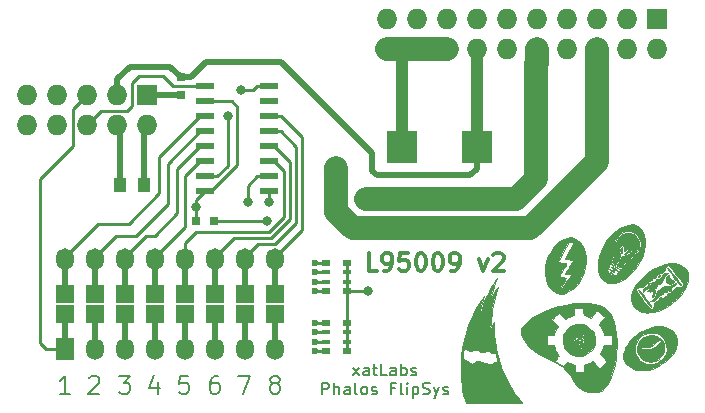
<source format=gbr>
G04 #@! TF.GenerationSoftware,KiCad,Pcbnew,(5.99.0-10628-ga06f965ffa)*
G04 #@! TF.CreationDate,2021-12-04T20:30:47+01:00*
G04 #@! TF.ProjectId,MAN Adapterplatine,4d414e20-4164-4617-9074-6572706c6174,1.1*
G04 #@! TF.SameCoordinates,Original*
G04 #@! TF.FileFunction,Copper,L1,Top*
G04 #@! TF.FilePolarity,Positive*
%FSLAX46Y46*%
G04 Gerber Fmt 4.6, Leading zero omitted, Abs format (unit mm)*
G04 Created by KiCad (PCBNEW (5.99.0-10628-ga06f965ffa)) date 2021-12-04 20:30:47*
%MOMM*%
%LPD*%
G01*
G04 APERTURE LIST*
%ADD10C,0.200000*%
G04 #@! TA.AperFunction,NonConductor*
%ADD11C,0.200000*%
G04 #@! TD*
%ADD12C,0.150000*%
G04 #@! TA.AperFunction,NonConductor*
%ADD13C,0.150000*%
G04 #@! TD*
%ADD14C,0.300000*%
G04 #@! TA.AperFunction,NonConductor*
%ADD15C,0.300000*%
G04 #@! TD*
G04 #@! TA.AperFunction,EtchedComponent*
%ADD16C,0.500000*%
G04 #@! TD*
G04 #@! TA.AperFunction,EtchedComponent*
%ADD17C,0.010000*%
G04 #@! TD*
G04 #@! TA.AperFunction,ComponentPad*
%ADD18R,1.524000X1.824000*%
G04 #@! TD*
G04 #@! TA.AperFunction,SMDPad,CuDef*
%ADD19R,1.500000X1.500000*%
G04 #@! TD*
G04 #@! TA.AperFunction,ComponentPad*
%ADD20O,1.524000X1.824000*%
G04 #@! TD*
G04 #@! TA.AperFunction,SMDPad,CuDef*
%ADD21R,1.500000X0.600000*%
G04 #@! TD*
G04 #@! TA.AperFunction,ComponentPad*
%ADD22O,1.727200X1.727200*%
G04 #@! TD*
G04 #@! TA.AperFunction,ComponentPad*
%ADD23R,1.727200X1.727200*%
G04 #@! TD*
G04 #@! TA.AperFunction,SMDPad,CuDef*
%ADD24R,0.800000X0.500000*%
G04 #@! TD*
G04 #@! TA.AperFunction,SMDPad,CuDef*
%ADD25R,0.800000X0.400000*%
G04 #@! TD*
G04 #@! TA.AperFunction,SMDPad,CuDef*
%ADD26R,0.800000X0.750000*%
G04 #@! TD*
G04 #@! TA.AperFunction,SMDPad,CuDef*
%ADD27R,0.750000X0.800000*%
G04 #@! TD*
G04 #@! TA.AperFunction,SMDPad,CuDef*
%ADD28R,2.550000X2.700000*%
G04 #@! TD*
G04 #@! TA.AperFunction,SMDPad,CuDef*
%ADD29R,1.000000X1.250000*%
G04 #@! TD*
G04 #@! TA.AperFunction,ViaPad*
%ADD30C,0.600000*%
G04 #@! TD*
G04 #@! TA.AperFunction,ViaPad*
%ADD31C,0.800000*%
G04 #@! TD*
G04 #@! TA.AperFunction,Conductor*
%ADD32C,0.250000*%
G04 #@! TD*
G04 #@! TA.AperFunction,Conductor*
%ADD33C,2.000000*%
G04 #@! TD*
G04 #@! TA.AperFunction,Conductor*
%ADD34C,1.000000*%
G04 #@! TD*
G04 #@! TA.AperFunction,Conductor*
%ADD35C,0.500000*%
G04 #@! TD*
G04 APERTURE END LIST*
D10*
D11*
X117557142Y-99921428D02*
X117414285Y-99850000D01*
X117342857Y-99778571D01*
X117271428Y-99635714D01*
X117271428Y-99564285D01*
X117342857Y-99421428D01*
X117414285Y-99350000D01*
X117557142Y-99278571D01*
X117842857Y-99278571D01*
X117985714Y-99350000D01*
X118057142Y-99421428D01*
X118128571Y-99564285D01*
X118128571Y-99635714D01*
X118057142Y-99778571D01*
X117985714Y-99850000D01*
X117842857Y-99921428D01*
X117557142Y-99921428D01*
X117414285Y-99992857D01*
X117342857Y-100064285D01*
X117271428Y-100207142D01*
X117271428Y-100492857D01*
X117342857Y-100635714D01*
X117414285Y-100707142D01*
X117557142Y-100778571D01*
X117842857Y-100778571D01*
X117985714Y-100707142D01*
X118057142Y-100635714D01*
X118128571Y-100492857D01*
X118128571Y-100207142D01*
X118057142Y-100064285D01*
X117985714Y-99992857D01*
X117842857Y-99921428D01*
D10*
D11*
X114600000Y-99278571D02*
X115600000Y-99278571D01*
X114957142Y-100778571D01*
D10*
D11*
X112885714Y-99278571D02*
X112600000Y-99278571D01*
X112457142Y-99350000D01*
X112385714Y-99421428D01*
X112242857Y-99635714D01*
X112171428Y-99921428D01*
X112171428Y-100492857D01*
X112242857Y-100635714D01*
X112314285Y-100707142D01*
X112457142Y-100778571D01*
X112742857Y-100778571D01*
X112885714Y-100707142D01*
X112957142Y-100635714D01*
X113028571Y-100492857D01*
X113028571Y-100135714D01*
X112957142Y-99992857D01*
X112885714Y-99921428D01*
X112742857Y-99850000D01*
X112457142Y-99850000D01*
X112314285Y-99921428D01*
X112242857Y-99992857D01*
X112171428Y-100135714D01*
D10*
D11*
X110357142Y-99278571D02*
X109642857Y-99278571D01*
X109571428Y-99992857D01*
X109642857Y-99921428D01*
X109785714Y-99850000D01*
X110142857Y-99850000D01*
X110285714Y-99921428D01*
X110357142Y-99992857D01*
X110428571Y-100135714D01*
X110428571Y-100492857D01*
X110357142Y-100635714D01*
X110285714Y-100707142D01*
X110142857Y-100778571D01*
X109785714Y-100778571D01*
X109642857Y-100707142D01*
X109571428Y-100635714D01*
D10*
D11*
X107785714Y-99778571D02*
X107785714Y-100778571D01*
X107428571Y-99207142D02*
X107071428Y-100278571D01*
X108000000Y-100278571D01*
D10*
D11*
X104500000Y-99278571D02*
X105428571Y-99278571D01*
X104928571Y-99850000D01*
X105142857Y-99850000D01*
X105285714Y-99921428D01*
X105357142Y-99992857D01*
X105428571Y-100135714D01*
X105428571Y-100492857D01*
X105357142Y-100635714D01*
X105285714Y-100707142D01*
X105142857Y-100778571D01*
X104714285Y-100778571D01*
X104571428Y-100707142D01*
X104500000Y-100635714D01*
D10*
D11*
X101971428Y-99421428D02*
X102042857Y-99350000D01*
X102185714Y-99278571D01*
X102542857Y-99278571D01*
X102685714Y-99350000D01*
X102757142Y-99421428D01*
X102828571Y-99564285D01*
X102828571Y-99707142D01*
X102757142Y-99921428D01*
X101900000Y-100778571D01*
X102828571Y-100778571D01*
D10*
D11*
X100328571Y-100778571D02*
X99471428Y-100778571D01*
X99900000Y-100778571D02*
X99900000Y-99278571D01*
X99757142Y-99492857D01*
X99614285Y-99635714D01*
X99471428Y-99707142D01*
D12*
D13*
X124285714Y-99247380D02*
X124809523Y-98580714D01*
X124285714Y-98580714D02*
X124809523Y-99247380D01*
X125619047Y-99247380D02*
X125619047Y-98723571D01*
X125571428Y-98628333D01*
X125476190Y-98580714D01*
X125285714Y-98580714D01*
X125190476Y-98628333D01*
X125619047Y-99199761D02*
X125523809Y-99247380D01*
X125285714Y-99247380D01*
X125190476Y-99199761D01*
X125142857Y-99104523D01*
X125142857Y-99009285D01*
X125190476Y-98914047D01*
X125285714Y-98866428D01*
X125523809Y-98866428D01*
X125619047Y-98818809D01*
X125952380Y-98580714D02*
X126333333Y-98580714D01*
X126095238Y-98247380D02*
X126095238Y-99104523D01*
X126142857Y-99199761D01*
X126238095Y-99247380D01*
X126333333Y-99247380D01*
X127142857Y-99247380D02*
X126666666Y-99247380D01*
X126666666Y-98247380D01*
X127904761Y-99247380D02*
X127904761Y-98723571D01*
X127857142Y-98628333D01*
X127761904Y-98580714D01*
X127571428Y-98580714D01*
X127476190Y-98628333D01*
X127904761Y-99199761D02*
X127809523Y-99247380D01*
X127571428Y-99247380D01*
X127476190Y-99199761D01*
X127428571Y-99104523D01*
X127428571Y-99009285D01*
X127476190Y-98914047D01*
X127571428Y-98866428D01*
X127809523Y-98866428D01*
X127904761Y-98818809D01*
X128380952Y-99247380D02*
X128380952Y-98247380D01*
X128380952Y-98628333D02*
X128476190Y-98580714D01*
X128666666Y-98580714D01*
X128761904Y-98628333D01*
X128809523Y-98675952D01*
X128857142Y-98771190D01*
X128857142Y-99056904D01*
X128809523Y-99152142D01*
X128761904Y-99199761D01*
X128666666Y-99247380D01*
X128476190Y-99247380D01*
X128380952Y-99199761D01*
X129238095Y-99199761D02*
X129333333Y-99247380D01*
X129523809Y-99247380D01*
X129619047Y-99199761D01*
X129666666Y-99104523D01*
X129666666Y-99056904D01*
X129619047Y-98961666D01*
X129523809Y-98914047D01*
X129380952Y-98914047D01*
X129285714Y-98866428D01*
X129238095Y-98771190D01*
X129238095Y-98723571D01*
X129285714Y-98628333D01*
X129380952Y-98580714D01*
X129523809Y-98580714D01*
X129619047Y-98628333D01*
X121690476Y-100857380D02*
X121690476Y-99857380D01*
X122071428Y-99857380D01*
X122166666Y-99905000D01*
X122214285Y-99952619D01*
X122261904Y-100047857D01*
X122261904Y-100190714D01*
X122214285Y-100285952D01*
X122166666Y-100333571D01*
X122071428Y-100381190D01*
X121690476Y-100381190D01*
X122690476Y-100857380D02*
X122690476Y-99857380D01*
X123119047Y-100857380D02*
X123119047Y-100333571D01*
X123071428Y-100238333D01*
X122976190Y-100190714D01*
X122833333Y-100190714D01*
X122738095Y-100238333D01*
X122690476Y-100285952D01*
X124023809Y-100857380D02*
X124023809Y-100333571D01*
X123976190Y-100238333D01*
X123880952Y-100190714D01*
X123690476Y-100190714D01*
X123595238Y-100238333D01*
X124023809Y-100809761D02*
X123928571Y-100857380D01*
X123690476Y-100857380D01*
X123595238Y-100809761D01*
X123547619Y-100714523D01*
X123547619Y-100619285D01*
X123595238Y-100524047D01*
X123690476Y-100476428D01*
X123928571Y-100476428D01*
X124023809Y-100428809D01*
X124642857Y-100857380D02*
X124547619Y-100809761D01*
X124500000Y-100714523D01*
X124500000Y-99857380D01*
X125166666Y-100857380D02*
X125071428Y-100809761D01*
X125023809Y-100762142D01*
X124976190Y-100666904D01*
X124976190Y-100381190D01*
X125023809Y-100285952D01*
X125071428Y-100238333D01*
X125166666Y-100190714D01*
X125309523Y-100190714D01*
X125404761Y-100238333D01*
X125452380Y-100285952D01*
X125500000Y-100381190D01*
X125500000Y-100666904D01*
X125452380Y-100762142D01*
X125404761Y-100809761D01*
X125309523Y-100857380D01*
X125166666Y-100857380D01*
X125880952Y-100809761D02*
X125976190Y-100857380D01*
X126166666Y-100857380D01*
X126261904Y-100809761D01*
X126309523Y-100714523D01*
X126309523Y-100666904D01*
X126261904Y-100571666D01*
X126166666Y-100524047D01*
X126023809Y-100524047D01*
X125928571Y-100476428D01*
X125880952Y-100381190D01*
X125880952Y-100333571D01*
X125928571Y-100238333D01*
X126023809Y-100190714D01*
X126166666Y-100190714D01*
X126261904Y-100238333D01*
X127833333Y-100333571D02*
X127500000Y-100333571D01*
X127500000Y-100857380D02*
X127500000Y-99857380D01*
X127976190Y-99857380D01*
X128500000Y-100857380D02*
X128404761Y-100809761D01*
X128357142Y-100714523D01*
X128357142Y-99857380D01*
X128880952Y-100857380D02*
X128880952Y-100190714D01*
X128880952Y-99857380D02*
X128833333Y-99905000D01*
X128880952Y-99952619D01*
X128928571Y-99905000D01*
X128880952Y-99857380D01*
X128880952Y-99952619D01*
X129357142Y-100190714D02*
X129357142Y-101190714D01*
X129357142Y-100238333D02*
X129452380Y-100190714D01*
X129642857Y-100190714D01*
X129738095Y-100238333D01*
X129785714Y-100285952D01*
X129833333Y-100381190D01*
X129833333Y-100666904D01*
X129785714Y-100762142D01*
X129738095Y-100809761D01*
X129642857Y-100857380D01*
X129452380Y-100857380D01*
X129357142Y-100809761D01*
X130214285Y-100809761D02*
X130357142Y-100857380D01*
X130595238Y-100857380D01*
X130690476Y-100809761D01*
X130738095Y-100762142D01*
X130785714Y-100666904D01*
X130785714Y-100571666D01*
X130738095Y-100476428D01*
X130690476Y-100428809D01*
X130595238Y-100381190D01*
X130404761Y-100333571D01*
X130309523Y-100285952D01*
X130261904Y-100238333D01*
X130214285Y-100143095D01*
X130214285Y-100047857D01*
X130261904Y-99952619D01*
X130309523Y-99905000D01*
X130404761Y-99857380D01*
X130642857Y-99857380D01*
X130785714Y-99905000D01*
X131119047Y-100190714D02*
X131357142Y-100857380D01*
X131595238Y-100190714D02*
X131357142Y-100857380D01*
X131261904Y-101095476D01*
X131214285Y-101143095D01*
X131119047Y-101190714D01*
X131928571Y-100809761D02*
X132023809Y-100857380D01*
X132214285Y-100857380D01*
X132309523Y-100809761D01*
X132357142Y-100714523D01*
X132357142Y-100666904D01*
X132309523Y-100571666D01*
X132214285Y-100524047D01*
X132071428Y-100524047D01*
X131976190Y-100476428D01*
X131928571Y-100381190D01*
X131928571Y-100333571D01*
X131976190Y-100238333D01*
X132071428Y-100190714D01*
X132214285Y-100190714D01*
X132309523Y-100238333D01*
D14*
D15*
X126335714Y-90378571D02*
X125621428Y-90378571D01*
X125621428Y-88878571D01*
X126907142Y-90378571D02*
X127192857Y-90378571D01*
X127335714Y-90307142D01*
X127407142Y-90235714D01*
X127550000Y-90021428D01*
X127621428Y-89735714D01*
X127621428Y-89164285D01*
X127550000Y-89021428D01*
X127478571Y-88950000D01*
X127335714Y-88878571D01*
X127050000Y-88878571D01*
X126907142Y-88950000D01*
X126835714Y-89021428D01*
X126764285Y-89164285D01*
X126764285Y-89521428D01*
X126835714Y-89664285D01*
X126907142Y-89735714D01*
X127050000Y-89807142D01*
X127335714Y-89807142D01*
X127478571Y-89735714D01*
X127550000Y-89664285D01*
X127621428Y-89521428D01*
X128978571Y-88878571D02*
X128264285Y-88878571D01*
X128192857Y-89592857D01*
X128264285Y-89521428D01*
X128407142Y-89450000D01*
X128764285Y-89450000D01*
X128907142Y-89521428D01*
X128978571Y-89592857D01*
X129050000Y-89735714D01*
X129050000Y-90092857D01*
X128978571Y-90235714D01*
X128907142Y-90307142D01*
X128764285Y-90378571D01*
X128407142Y-90378571D01*
X128264285Y-90307142D01*
X128192857Y-90235714D01*
X129978571Y-88878571D02*
X130121428Y-88878571D01*
X130264285Y-88950000D01*
X130335714Y-89021428D01*
X130407142Y-89164285D01*
X130478571Y-89450000D01*
X130478571Y-89807142D01*
X130407142Y-90092857D01*
X130335714Y-90235714D01*
X130264285Y-90307142D01*
X130121428Y-90378571D01*
X129978571Y-90378571D01*
X129835714Y-90307142D01*
X129764285Y-90235714D01*
X129692857Y-90092857D01*
X129621428Y-89807142D01*
X129621428Y-89450000D01*
X129692857Y-89164285D01*
X129764285Y-89021428D01*
X129835714Y-88950000D01*
X129978571Y-88878571D01*
X131407142Y-88878571D02*
X131550000Y-88878571D01*
X131692857Y-88950000D01*
X131764285Y-89021428D01*
X131835714Y-89164285D01*
X131907142Y-89450000D01*
X131907142Y-89807142D01*
X131835714Y-90092857D01*
X131764285Y-90235714D01*
X131692857Y-90307142D01*
X131550000Y-90378571D01*
X131407142Y-90378571D01*
X131264285Y-90307142D01*
X131192857Y-90235714D01*
X131121428Y-90092857D01*
X131050000Y-89807142D01*
X131050000Y-89450000D01*
X131121428Y-89164285D01*
X131192857Y-89021428D01*
X131264285Y-88950000D01*
X131407142Y-88878571D01*
X132621428Y-90378571D02*
X132907142Y-90378571D01*
X133050000Y-90307142D01*
X133121428Y-90235714D01*
X133264285Y-90021428D01*
X133335714Y-89735714D01*
X133335714Y-89164285D01*
X133264285Y-89021428D01*
X133192857Y-88950000D01*
X133050000Y-88878571D01*
X132764285Y-88878571D01*
X132621428Y-88950000D01*
X132550000Y-89021428D01*
X132478571Y-89164285D01*
X132478571Y-89521428D01*
X132550000Y-89664285D01*
X132621428Y-89735714D01*
X132764285Y-89807142D01*
X133050000Y-89807142D01*
X133192857Y-89735714D01*
X133264285Y-89664285D01*
X133335714Y-89521428D01*
X134978571Y-89378571D02*
X135335714Y-90378571D01*
X135692857Y-89378571D01*
X136192857Y-89021428D02*
X136264285Y-88950000D01*
X136407142Y-88878571D01*
X136764285Y-88878571D01*
X136907142Y-88950000D01*
X136978571Y-89021428D01*
X137050000Y-89164285D01*
X137050000Y-89307142D01*
X136978571Y-89521428D01*
X136121428Y-90378571D01*
X137050000Y-90378571D01*
D16*
X115140000Y-96999600D02*
X115140000Y-94002800D01*
X107520000Y-92376800D02*
X107520000Y-89380000D01*
X102440000Y-92376800D02*
X102440000Y-89380000D01*
X102440000Y-96999600D02*
X102440000Y-94002800D01*
X99900000Y-92376800D02*
X99900000Y-89380000D01*
X112600000Y-92376800D02*
X112600000Y-89380000D01*
X104980000Y-92376800D02*
X104980000Y-89380000D01*
X110060000Y-92376800D02*
X110060000Y-89380000D01*
X99900000Y-96999600D02*
X99900000Y-94002800D01*
X112600000Y-96999600D02*
X112600000Y-94002800D01*
X117680000Y-96999600D02*
X117680000Y-94002800D01*
X117680000Y-92376800D02*
X117680000Y-89380000D01*
X107520000Y-96999600D02*
X107520000Y-94002800D01*
X104980000Y-96999600D02*
X104980000Y-94002800D01*
X115140000Y-92376800D02*
X115140000Y-89380000D01*
X110060000Y-96999600D02*
X110060000Y-94002800D01*
D17*
X143548658Y-95369962D02*
X143621755Y-95512127D01*
X143621755Y-95512127D02*
X143639534Y-95562152D01*
X143639534Y-95562152D02*
X143681890Y-95696103D01*
X143681890Y-95696103D02*
X143692507Y-95770633D01*
X143692507Y-95770633D02*
X143669195Y-95812948D01*
X143669195Y-95812948D02*
X143616651Y-95846396D01*
X143616651Y-95846396D02*
X143533568Y-95889144D01*
X143533568Y-95889144D02*
X143472464Y-95894437D01*
X143472464Y-95894437D02*
X143383783Y-95864147D01*
X143383783Y-95864147D02*
X143363318Y-95855961D01*
X143363318Y-95855961D02*
X143285910Y-95804912D01*
X143285910Y-95804912D02*
X143274300Y-95720064D01*
X143274300Y-95720064D02*
X143279897Y-95687240D01*
X143279897Y-95687240D02*
X143336478Y-95477487D01*
X143336478Y-95477487D02*
X143402487Y-95353871D01*
X143402487Y-95353871D02*
X143474391Y-95317619D01*
X143474391Y-95317619D02*
X143548658Y-95369962D01*
X143548658Y-95369962D02*
X143548658Y-95369962D01*
G36*
X143548658Y-95369962D02*
G01*
X143621755Y-95512127D01*
X143639534Y-95562152D01*
X143681890Y-95696103D01*
X143692507Y-95770633D01*
X143669195Y-95812948D01*
X143616651Y-95846396D01*
X143533568Y-95889144D01*
X143472464Y-95894437D01*
X143383783Y-95864147D01*
X143363318Y-95855961D01*
X143285910Y-95804912D01*
X143274300Y-95720064D01*
X143279897Y-95687240D01*
X143336478Y-95477487D01*
X143402487Y-95353871D01*
X143474391Y-95317619D01*
X143548658Y-95369962D01*
G37*
X143548658Y-95369962D02*
X143621755Y-95512127D01*
X143639534Y-95562152D01*
X143681890Y-95696103D01*
X143692507Y-95770633D01*
X143669195Y-95812948D01*
X143616651Y-95846396D01*
X143533568Y-95889144D01*
X143472464Y-95894437D01*
X143383783Y-95864147D01*
X143363318Y-95855961D01*
X143285910Y-95804912D01*
X143274300Y-95720064D01*
X143279897Y-95687240D01*
X143336478Y-95477487D01*
X143402487Y-95353871D01*
X143474391Y-95317619D01*
X143548658Y-95369962D01*
X147979289Y-87243070D02*
X148196039Y-87378728D01*
X148196039Y-87378728D02*
X148368017Y-87574332D01*
X148368017Y-87574332D02*
X148482985Y-87822009D01*
X148482985Y-87822009D02*
X148528708Y-88113885D01*
X148528708Y-88113885D02*
X148529009Y-88140677D01*
X148529009Y-88140677D02*
X148489621Y-88452872D01*
X148489621Y-88452872D02*
X148373434Y-88720660D01*
X148373434Y-88720660D02*
X148183415Y-88937370D01*
X148183415Y-88937370D02*
X148169554Y-88948745D01*
X148169554Y-88948745D02*
X148059028Y-89037157D01*
X148059028Y-89037157D02*
X147902710Y-89161441D01*
X147902710Y-89161441D02*
X147726724Y-89300847D01*
X147726724Y-89300847D02*
X147641515Y-89368162D01*
X147641515Y-89368162D02*
X147464193Y-89518111D01*
X147464193Y-89518111D02*
X147295842Y-89677740D01*
X147295842Y-89677740D02*
X147163097Y-89821145D01*
X147163097Y-89821145D02*
X147122357Y-89873090D01*
X147122357Y-89873090D02*
X147033364Y-89990179D01*
X147033364Y-89990179D02*
X146963946Y-90069217D01*
X146963946Y-90069217D02*
X146934355Y-90091140D01*
X146934355Y-90091140D02*
X146876656Y-90070005D01*
X146876656Y-90070005D02*
X146779645Y-90021668D01*
X146779645Y-90021668D02*
X146778468Y-90021030D01*
X146778468Y-90021030D02*
X146690803Y-89966134D01*
X146690803Y-89966134D02*
X146652666Y-89927715D01*
X146652666Y-89927715D02*
X146652612Y-89926934D01*
X146652612Y-89926934D02*
X146673158Y-89878081D01*
X146673158Y-89878081D02*
X146728337Y-89768122D01*
X146728337Y-89768122D02*
X146808460Y-89616033D01*
X146808460Y-89616033D02*
X146860414Y-89519898D01*
X146860414Y-89519898D02*
X146958320Y-89342850D01*
X146958320Y-89342850D02*
X147030067Y-89229095D01*
X147030067Y-89229095D02*
X147093293Y-89161553D01*
X147093293Y-89161553D02*
X147165635Y-89123144D01*
X147165635Y-89123144D02*
X147264728Y-89096786D01*
X147264728Y-89096786D02*
X147306631Y-89087752D01*
X147306631Y-89087752D02*
X147517991Y-89023855D01*
X147517991Y-89023855D02*
X147697056Y-88934702D01*
X147697056Y-88934702D02*
X147825753Y-88832167D01*
X147825753Y-88832167D02*
X147886010Y-88728122D01*
X147886010Y-88728122D02*
X147888288Y-88705621D01*
X147888288Y-88705621D02*
X147856901Y-88572933D01*
X147856901Y-88572933D02*
X147770354Y-88505056D01*
X147770354Y-88505056D02*
X147640070Y-88503993D01*
X147640070Y-88503993D02*
X147477471Y-88571746D01*
X147477471Y-88571746D02*
X147403173Y-88620565D01*
X147403173Y-88620565D02*
X147224685Y-88749960D01*
X147224685Y-88749960D02*
X147239951Y-88537812D01*
X147239951Y-88537812D02*
X147225596Y-88366192D01*
X147225596Y-88366192D02*
X147164670Y-88258504D01*
X147164670Y-88258504D02*
X147073897Y-88220756D01*
X147073897Y-88220756D02*
X146970005Y-88258957D01*
X146970005Y-88258957D02*
X146869719Y-88379116D01*
X146869719Y-88379116D02*
X146858056Y-88400610D01*
X146858056Y-88400610D02*
X146796505Y-88591667D01*
X146796505Y-88591667D02*
X146814810Y-88788321D01*
X146814810Y-88788321D02*
X146868458Y-88927377D01*
X146868458Y-88927377D02*
X146910217Y-89022866D01*
X146910217Y-89022866D02*
X146920571Y-89095858D01*
X146920571Y-89095858D02*
X146895319Y-89178815D01*
X146895319Y-89178815D02*
X146830257Y-89304201D01*
X146830257Y-89304201D02*
X146816417Y-89329380D01*
X146816417Y-89329380D02*
X146726540Y-89490384D01*
X146726540Y-89490384D02*
X146638693Y-89644101D01*
X146638693Y-89644101D02*
X146596666Y-89715685D01*
X146596666Y-89715685D02*
X146507504Y-89864704D01*
X146507504Y-89864704D02*
X146370775Y-89784334D01*
X146370775Y-89784334D02*
X146299312Y-89734578D01*
X146299312Y-89734578D02*
X146261561Y-89677036D01*
X146261561Y-89677036D02*
X146257635Y-89593627D01*
X146257635Y-89593627D02*
X146287650Y-89466269D01*
X146287650Y-89466269D02*
X146351722Y-89276880D01*
X146351722Y-89276880D02*
X146374409Y-89214048D01*
X146374409Y-89214048D02*
X146422633Y-89047958D01*
X146422633Y-89047958D02*
X146469997Y-88828573D01*
X146469997Y-88828573D02*
X146508709Y-88593869D01*
X146508709Y-88593869D02*
X146519972Y-88504679D01*
X146519972Y-88504679D02*
X146570087Y-88153938D01*
X146570087Y-88153938D02*
X146636563Y-87879696D01*
X146636563Y-87879696D02*
X146727288Y-87667311D01*
X146727288Y-87667311D02*
X146850149Y-87502143D01*
X146850149Y-87502143D02*
X147013036Y-87369551D01*
X147013036Y-87369551D02*
X147182762Y-87274493D01*
X147182762Y-87274493D02*
X147460414Y-87183079D01*
X147460414Y-87183079D02*
X147730002Y-87175229D01*
X147730002Y-87175229D02*
X147979289Y-87243070D01*
X147979289Y-87243070D02*
X147979289Y-87243070D01*
G36*
X147979289Y-87243070D02*
G01*
X148196039Y-87378728D01*
X148368017Y-87574332D01*
X148482985Y-87822009D01*
X148528708Y-88113885D01*
X148529009Y-88140677D01*
X148489621Y-88452872D01*
X148373434Y-88720660D01*
X148183415Y-88937370D01*
X148169554Y-88948745D01*
X148059028Y-89037157D01*
X147902710Y-89161441D01*
X147726724Y-89300847D01*
X147641515Y-89368162D01*
X147464193Y-89518111D01*
X147295842Y-89677740D01*
X147163097Y-89821145D01*
X147122357Y-89873090D01*
X147033364Y-89990179D01*
X146963946Y-90069217D01*
X146934355Y-90091140D01*
X146876656Y-90070005D01*
X146779645Y-90021668D01*
X146778468Y-90021030D01*
X146690803Y-89966134D01*
X146652666Y-89927715D01*
X146652612Y-89926934D01*
X146673158Y-89878081D01*
X146728337Y-89768122D01*
X146808460Y-89616033D01*
X146860414Y-89519898D01*
X146958320Y-89342850D01*
X147030067Y-89229095D01*
X147093293Y-89161553D01*
X147165635Y-89123144D01*
X147264728Y-89096786D01*
X147306631Y-89087752D01*
X147517991Y-89023855D01*
X147697056Y-88934702D01*
X147825753Y-88832167D01*
X147886010Y-88728122D01*
X147888288Y-88705621D01*
X147856901Y-88572933D01*
X147770354Y-88505056D01*
X147640070Y-88503993D01*
X147477471Y-88571746D01*
X147403173Y-88620565D01*
X147224685Y-88749960D01*
X147239951Y-88537812D01*
X147225596Y-88366192D01*
X147164670Y-88258504D01*
X147073897Y-88220756D01*
X146970005Y-88258957D01*
X146869719Y-88379116D01*
X146858056Y-88400610D01*
X146796505Y-88591667D01*
X146814810Y-88788321D01*
X146868458Y-88927377D01*
X146910217Y-89022866D01*
X146920571Y-89095858D01*
X146895319Y-89178815D01*
X146830257Y-89304201D01*
X146816417Y-89329380D01*
X146726540Y-89490384D01*
X146638693Y-89644101D01*
X146596666Y-89715685D01*
X146507504Y-89864704D01*
X146370775Y-89784334D01*
X146299312Y-89734578D01*
X146261561Y-89677036D01*
X146257635Y-89593627D01*
X146287650Y-89466269D01*
X146351722Y-89276880D01*
X146374409Y-89214048D01*
X146422633Y-89047958D01*
X146469997Y-88828573D01*
X146508709Y-88593869D01*
X146519972Y-88504679D01*
X146570087Y-88153938D01*
X146636563Y-87879696D01*
X146727288Y-87667311D01*
X146850149Y-87502143D01*
X147013036Y-87369551D01*
X147182762Y-87274493D01*
X147460414Y-87183079D01*
X147730002Y-87175229D01*
X147979289Y-87243070D01*
G37*
X147979289Y-87243070D02*
X148196039Y-87378728D01*
X148368017Y-87574332D01*
X148482985Y-87822009D01*
X148528708Y-88113885D01*
X148529009Y-88140677D01*
X148489621Y-88452872D01*
X148373434Y-88720660D01*
X148183415Y-88937370D01*
X148169554Y-88948745D01*
X148059028Y-89037157D01*
X147902710Y-89161441D01*
X147726724Y-89300847D01*
X147641515Y-89368162D01*
X147464193Y-89518111D01*
X147295842Y-89677740D01*
X147163097Y-89821145D01*
X147122357Y-89873090D01*
X147033364Y-89990179D01*
X146963946Y-90069217D01*
X146934355Y-90091140D01*
X146876656Y-90070005D01*
X146779645Y-90021668D01*
X146778468Y-90021030D01*
X146690803Y-89966134D01*
X146652666Y-89927715D01*
X146652612Y-89926934D01*
X146673158Y-89878081D01*
X146728337Y-89768122D01*
X146808460Y-89616033D01*
X146860414Y-89519898D01*
X146958320Y-89342850D01*
X147030067Y-89229095D01*
X147093293Y-89161553D01*
X147165635Y-89123144D01*
X147264728Y-89096786D01*
X147306631Y-89087752D01*
X147517991Y-89023855D01*
X147697056Y-88934702D01*
X147825753Y-88832167D01*
X147886010Y-88728122D01*
X147888288Y-88705621D01*
X147856901Y-88572933D01*
X147770354Y-88505056D01*
X147640070Y-88503993D01*
X147477471Y-88571746D01*
X147403173Y-88620565D01*
X147224685Y-88749960D01*
X147239951Y-88537812D01*
X147225596Y-88366192D01*
X147164670Y-88258504D01*
X147073897Y-88220756D01*
X146970005Y-88258957D01*
X146869719Y-88379116D01*
X146858056Y-88400610D01*
X146796505Y-88591667D01*
X146814810Y-88788321D01*
X146868458Y-88927377D01*
X146910217Y-89022866D01*
X146920571Y-89095858D01*
X146895319Y-89178815D01*
X146830257Y-89304201D01*
X146816417Y-89329380D01*
X146726540Y-89490384D01*
X146638693Y-89644101D01*
X146596666Y-89715685D01*
X146507504Y-89864704D01*
X146370775Y-89784334D01*
X146299312Y-89734578D01*
X146261561Y-89677036D01*
X146257635Y-89593627D01*
X146287650Y-89466269D01*
X146351722Y-89276880D01*
X146374409Y-89214048D01*
X146422633Y-89047958D01*
X146469997Y-88828573D01*
X146508709Y-88593869D01*
X146519972Y-88504679D01*
X146570087Y-88153938D01*
X146636563Y-87879696D01*
X146727288Y-87667311D01*
X146850149Y-87502143D01*
X147013036Y-87369551D01*
X147182762Y-87274493D01*
X147460414Y-87183079D01*
X147730002Y-87175229D01*
X147979289Y-87243070D01*
X146698378Y-90115856D02*
X146675495Y-90138739D01*
X146675495Y-90138739D02*
X146652612Y-90115856D01*
X146652612Y-90115856D02*
X146675495Y-90092973D01*
X146675495Y-90092973D02*
X146698378Y-90115856D01*
X146698378Y-90115856D02*
X146698378Y-90115856D01*
G36*
X146698378Y-90115856D02*
G01*
X146675495Y-90138739D01*
X146652612Y-90115856D01*
X146675495Y-90092973D01*
X146698378Y-90115856D01*
G37*
X146698378Y-90115856D02*
X146675495Y-90138739D01*
X146652612Y-90115856D01*
X146675495Y-90092973D01*
X146698378Y-90115856D01*
X144302427Y-95759707D02*
X144360598Y-95799893D01*
X144360598Y-95799893D02*
X144364324Y-95818550D01*
X144364324Y-95818550D02*
X144335275Y-95874027D01*
X144335275Y-95874027D02*
X144260336Y-95970513D01*
X144260336Y-95970513D02*
X144187478Y-96052592D01*
X144187478Y-96052592D02*
X144010632Y-96242180D01*
X144010632Y-96242180D02*
X143886851Y-96118399D01*
X143886851Y-96118399D02*
X143809732Y-96018893D01*
X143809732Y-96018893D02*
X143777110Y-95930999D01*
X143777110Y-95930999D02*
X143777914Y-95917536D01*
X143777914Y-95917536D02*
X143826976Y-95852820D01*
X143826976Y-95852820D02*
X143930056Y-95800274D01*
X143930056Y-95800274D02*
X144061057Y-95764303D01*
X144061057Y-95764303D02*
X144193881Y-95749312D01*
X144193881Y-95749312D02*
X144302427Y-95759707D01*
X144302427Y-95759707D02*
X144302427Y-95759707D01*
G36*
X144302427Y-95759707D02*
G01*
X144360598Y-95799893D01*
X144364324Y-95818550D01*
X144335275Y-95874027D01*
X144260336Y-95970513D01*
X144187478Y-96052592D01*
X144010632Y-96242180D01*
X143886851Y-96118399D01*
X143809732Y-96018893D01*
X143777110Y-95930999D01*
X143777914Y-95917536D01*
X143826976Y-95852820D01*
X143930056Y-95800274D01*
X144061057Y-95764303D01*
X144193881Y-95749312D01*
X144302427Y-95759707D01*
G37*
X144302427Y-95759707D02*
X144360598Y-95799893D01*
X144364324Y-95818550D01*
X144335275Y-95874027D01*
X144260336Y-95970513D01*
X144187478Y-96052592D01*
X144010632Y-96242180D01*
X143886851Y-96118399D01*
X143809732Y-96018893D01*
X143777110Y-95930999D01*
X143777914Y-95917536D01*
X143826976Y-95852820D01*
X143930056Y-95800274D01*
X144061057Y-95764303D01*
X144193881Y-95749312D01*
X144302427Y-95759707D01*
X146173981Y-90048253D02*
X146272849Y-90087390D01*
X146272849Y-90087390D02*
X146399151Y-90149899D01*
X146399151Y-90149899D02*
X146527955Y-90222954D01*
X146527955Y-90222954D02*
X146634328Y-90293728D01*
X146634328Y-90293728D02*
X146673207Y-90326044D01*
X146673207Y-90326044D02*
X146697527Y-90365313D01*
X146697527Y-90365313D02*
X146656296Y-90367258D01*
X146656296Y-90367258D02*
X146565228Y-90336677D01*
X146565228Y-90336677D02*
X146440035Y-90278369D01*
X146440035Y-90278369D02*
X146343424Y-90225327D01*
X146343424Y-90225327D02*
X146221059Y-90145915D01*
X146221059Y-90145915D02*
X146143528Y-90079691D01*
X146143528Y-90079691D02*
X146127478Y-90045311D01*
X146127478Y-90045311D02*
X146173981Y-90048253D01*
X146173981Y-90048253D02*
X146173981Y-90048253D01*
G36*
X146173981Y-90048253D02*
G01*
X146272849Y-90087390D01*
X146399151Y-90149899D01*
X146527955Y-90222954D01*
X146634328Y-90293728D01*
X146673207Y-90326044D01*
X146697527Y-90365313D01*
X146656296Y-90367258D01*
X146565228Y-90336677D01*
X146440035Y-90278369D01*
X146343424Y-90225327D01*
X146221059Y-90145915D01*
X146143528Y-90079691D01*
X146127478Y-90045311D01*
X146173981Y-90048253D01*
G37*
X146173981Y-90048253D02*
X146272849Y-90087390D01*
X146399151Y-90149899D01*
X146527955Y-90222954D01*
X146634328Y-90293728D01*
X146673207Y-90326044D01*
X146697527Y-90365313D01*
X146656296Y-90367258D01*
X146565228Y-90336677D01*
X146440035Y-90278369D01*
X146343424Y-90225327D01*
X146221059Y-90145915D01*
X146143528Y-90079691D01*
X146127478Y-90045311D01*
X146173981Y-90048253D01*
X144073776Y-96349382D02*
X144160906Y-96428970D01*
X144160906Y-96428970D02*
X144251565Y-96530068D01*
X144251565Y-96530068D02*
X144322945Y-96626863D01*
X144322945Y-96626863D02*
X144352238Y-96693542D01*
X144352238Y-96693542D02*
X144351374Y-96700080D01*
X144351374Y-96700080D02*
X144293832Y-96742860D01*
X144293832Y-96742860D02*
X144176632Y-96758487D01*
X144176632Y-96758487D02*
X144027873Y-96745814D01*
X144027873Y-96745814D02*
X143915030Y-96717881D01*
X143915030Y-96717881D02*
X143814104Y-96675112D01*
X143814104Y-96675112D02*
X143782010Y-96620775D01*
X143782010Y-96620775D02*
X143791679Y-96549884D01*
X143791679Y-96549884D02*
X143848511Y-96429733D01*
X143848511Y-96429733D02*
X143938399Y-96342303D01*
X143938399Y-96342303D02*
X144012983Y-96317117D01*
X144012983Y-96317117D02*
X144073776Y-96349382D01*
X144073776Y-96349382D02*
X144073776Y-96349382D01*
G36*
X144073776Y-96349382D02*
G01*
X144160906Y-96428970D01*
X144251565Y-96530068D01*
X144322945Y-96626863D01*
X144352238Y-96693542D01*
X144351374Y-96700080D01*
X144293832Y-96742860D01*
X144176632Y-96758487D01*
X144027873Y-96745814D01*
X143915030Y-96717881D01*
X143814104Y-96675112D01*
X143782010Y-96620775D01*
X143791679Y-96549884D01*
X143848511Y-96429733D01*
X143938399Y-96342303D01*
X144012983Y-96317117D01*
X144073776Y-96349382D01*
G37*
X144073776Y-96349382D02*
X144160906Y-96428970D01*
X144251565Y-96530068D01*
X144322945Y-96626863D01*
X144352238Y-96693542D01*
X144351374Y-96700080D01*
X144293832Y-96742860D01*
X144176632Y-96758487D01*
X144027873Y-96745814D01*
X143915030Y-96717881D01*
X143814104Y-96675112D01*
X143782010Y-96620775D01*
X143791679Y-96549884D01*
X143848511Y-96429733D01*
X143938399Y-96342303D01*
X144012983Y-96317117D01*
X144073776Y-96349382D01*
X143623945Y-96053022D02*
X143705253Y-96153165D01*
X143705253Y-96153165D02*
X143723603Y-96252845D01*
X143723603Y-96252845D02*
X143704514Y-96375399D01*
X143704514Y-96375399D02*
X143631604Y-96452221D01*
X143631604Y-96452221D02*
X143597197Y-96471665D01*
X143597197Y-96471665D02*
X143492353Y-96512473D01*
X143492353Y-96512473D02*
X143402436Y-96498537D01*
X143402436Y-96498537D02*
X143345485Y-96471379D01*
X143345485Y-96471379D02*
X143245617Y-96377743D01*
X143245617Y-96377743D02*
X143211168Y-96255876D01*
X143211168Y-96255876D02*
X143213074Y-96248559D01*
X143213074Y-96248559D02*
X143364720Y-96248559D01*
X143364720Y-96248559D02*
X143395654Y-96323660D01*
X143395654Y-96323660D02*
X143467596Y-96355968D01*
X143467596Y-96355968D02*
X143482669Y-96354298D01*
X143482669Y-96354298D02*
X143559049Y-96301523D01*
X143559049Y-96301523D02*
X143577722Y-96259246D01*
X143577722Y-96259246D02*
X143556785Y-96182203D01*
X143556785Y-96182203D02*
X143486187Y-96142855D01*
X143486187Y-96142855D02*
X143405929Y-96160499D01*
X143405929Y-96160499D02*
X143394090Y-96170667D01*
X143394090Y-96170667D02*
X143364720Y-96248559D01*
X143364720Y-96248559D02*
X143213074Y-96248559D01*
X143213074Y-96248559D02*
X143242379Y-96136075D01*
X143242379Y-96136075D02*
X143339492Y-96048637D01*
X143339492Y-96048637D02*
X143342106Y-96047427D01*
X143342106Y-96047427D02*
X143496117Y-96014126D01*
X143496117Y-96014126D02*
X143623945Y-96053022D01*
X143623945Y-96053022D02*
X143623945Y-96053022D01*
G36*
X143339492Y-96048637D02*
G01*
X143342106Y-96047427D01*
X143496117Y-96014126D01*
X143623945Y-96053022D01*
X143705253Y-96153165D01*
X143723603Y-96252845D01*
X143704514Y-96375399D01*
X143631604Y-96452221D01*
X143597197Y-96471665D01*
X143492353Y-96512473D01*
X143402436Y-96498537D01*
X143345485Y-96471379D01*
X143245617Y-96377743D01*
X143211168Y-96255876D01*
X143213074Y-96248559D01*
X143364720Y-96248559D01*
X143395654Y-96323660D01*
X143467596Y-96355968D01*
X143482669Y-96354298D01*
X143559049Y-96301523D01*
X143577722Y-96259246D01*
X143556785Y-96182203D01*
X143486187Y-96142855D01*
X143405929Y-96160499D01*
X143394090Y-96170667D01*
X143364720Y-96248559D01*
X143213074Y-96248559D01*
X143242379Y-96136075D01*
X143339492Y-96048637D01*
G37*
X143339492Y-96048637D02*
X143342106Y-96047427D01*
X143496117Y-96014126D01*
X143623945Y-96053022D01*
X143705253Y-96153165D01*
X143723603Y-96252845D01*
X143704514Y-96375399D01*
X143631604Y-96452221D01*
X143597197Y-96471665D01*
X143492353Y-96512473D01*
X143402436Y-96498537D01*
X143345485Y-96471379D01*
X143245617Y-96377743D01*
X143211168Y-96255876D01*
X143213074Y-96248559D01*
X143364720Y-96248559D01*
X143395654Y-96323660D01*
X143467596Y-96355968D01*
X143482669Y-96354298D01*
X143559049Y-96301523D01*
X143577722Y-96259246D01*
X143556785Y-96182203D01*
X143486187Y-96142855D01*
X143405929Y-96160499D01*
X143394090Y-96170667D01*
X143364720Y-96248559D01*
X143213074Y-96248559D01*
X143242379Y-96136075D01*
X143339492Y-96048637D01*
X143579665Y-96653117D02*
X143649392Y-96698274D01*
X143649392Y-96698274D02*
X143672252Y-96768794D01*
X143672252Y-96768794D02*
X143663870Y-96877237D01*
X143663870Y-96877237D02*
X143620358Y-97051469D01*
X143620358Y-97051469D02*
X143552966Y-97154941D01*
X143552966Y-97154941D02*
X143472739Y-97182635D01*
X143472739Y-97182635D02*
X143390720Y-97129529D01*
X143390720Y-97129529D02*
X143332259Y-97027956D01*
X143332259Y-97027956D02*
X143287770Y-96899203D01*
X143287770Y-96899203D02*
X143266301Y-96793305D01*
X143266301Y-96793305D02*
X143265946Y-96783591D01*
X143265946Y-96783591D02*
X143305029Y-96693874D01*
X143305029Y-96693874D02*
X143401443Y-96640195D01*
X143401443Y-96640195D02*
X143523933Y-96635552D01*
X143523933Y-96635552D02*
X143579665Y-96653117D01*
X143579665Y-96653117D02*
X143579665Y-96653117D01*
G36*
X143579665Y-96653117D02*
G01*
X143649392Y-96698274D01*
X143672252Y-96768794D01*
X143663870Y-96877237D01*
X143620358Y-97051469D01*
X143552966Y-97154941D01*
X143472739Y-97182635D01*
X143390720Y-97129529D01*
X143332259Y-97027956D01*
X143287770Y-96899203D01*
X143266301Y-96793305D01*
X143265946Y-96783591D01*
X143305029Y-96693874D01*
X143401443Y-96640195D01*
X143523933Y-96635552D01*
X143579665Y-96653117D01*
G37*
X143579665Y-96653117D02*
X143649392Y-96698274D01*
X143672252Y-96768794D01*
X143663870Y-96877237D01*
X143620358Y-97051469D01*
X143552966Y-97154941D01*
X143472739Y-97182635D01*
X143390720Y-97129529D01*
X143332259Y-97027956D01*
X143287770Y-96899203D01*
X143266301Y-96793305D01*
X143265946Y-96783591D01*
X143305029Y-96693874D01*
X143401443Y-96640195D01*
X143523933Y-96635552D01*
X143579665Y-96653117D01*
X143314180Y-96519758D02*
X143349873Y-96540278D01*
X143349873Y-96540278D02*
X143383182Y-96577721D01*
X143383182Y-96577721D02*
X143334689Y-96608226D01*
X143334689Y-96608226D02*
X143251476Y-96634167D01*
X143251476Y-96634167D02*
X143223019Y-96613080D01*
X143223019Y-96613080D02*
X143220180Y-96568829D01*
X143220180Y-96568829D02*
X143242796Y-96507254D01*
X143242796Y-96507254D02*
X143314180Y-96519758D01*
X143314180Y-96519758D02*
X143314180Y-96519758D01*
G36*
X143314180Y-96519758D02*
G01*
X143349873Y-96540278D01*
X143383182Y-96577721D01*
X143334689Y-96608226D01*
X143251476Y-96634167D01*
X143223019Y-96613080D01*
X143220180Y-96568829D01*
X143242796Y-96507254D01*
X143314180Y-96519758D01*
G37*
X143314180Y-96519758D02*
X143349873Y-96540278D01*
X143383182Y-96577721D01*
X143334689Y-96608226D01*
X143251476Y-96634167D01*
X143223019Y-96613080D01*
X143220180Y-96568829D01*
X143242796Y-96507254D01*
X143314180Y-96519758D01*
X143017908Y-96341981D02*
X143059173Y-96362440D01*
X143059173Y-96362440D02*
X143153645Y-96451516D01*
X143153645Y-96451516D02*
X143174414Y-96551528D01*
X143174414Y-96551528D02*
X143160412Y-96640202D01*
X143160412Y-96640202D02*
X143101503Y-96692682D01*
X143101503Y-96692682D02*
X143002793Y-96726602D01*
X143002793Y-96726602D02*
X142804404Y-96769433D01*
X142804404Y-96769433D02*
X142680888Y-96765890D01*
X142680888Y-96765890D02*
X142627974Y-96715585D01*
X142627974Y-96715585D02*
X142625225Y-96692221D01*
X142625225Y-96692221D02*
X142656396Y-96613109D01*
X142656396Y-96613109D02*
X142735395Y-96506934D01*
X142735395Y-96506934D02*
X142784578Y-96455216D01*
X142784578Y-96455216D02*
X142884907Y-96364201D01*
X142884907Y-96364201D02*
X142952677Y-96329837D01*
X142952677Y-96329837D02*
X143017908Y-96341981D01*
X143017908Y-96341981D02*
X143017908Y-96341981D01*
G36*
X143017908Y-96341981D02*
G01*
X143059173Y-96362440D01*
X143153645Y-96451516D01*
X143174414Y-96551528D01*
X143160412Y-96640202D01*
X143101503Y-96692682D01*
X143002793Y-96726602D01*
X142804404Y-96769433D01*
X142680888Y-96765890D01*
X142627974Y-96715585D01*
X142625225Y-96692221D01*
X142656396Y-96613109D01*
X142735395Y-96506934D01*
X142784578Y-96455216D01*
X142884907Y-96364201D01*
X142952677Y-96329837D01*
X143017908Y-96341981D01*
G37*
X143017908Y-96341981D02*
X143059173Y-96362440D01*
X143153645Y-96451516D01*
X143174414Y-96551528D01*
X143160412Y-96640202D01*
X143101503Y-96692682D01*
X143002793Y-96726602D01*
X142804404Y-96769433D01*
X142680888Y-96765890D01*
X142627974Y-96715585D01*
X142625225Y-96692221D01*
X142656396Y-96613109D01*
X142735395Y-96506934D01*
X142784578Y-96455216D01*
X142884907Y-96364201D01*
X142952677Y-96329837D01*
X143017908Y-96341981D01*
X146378018Y-89932793D02*
X146355135Y-89955676D01*
X146355135Y-89955676D02*
X146332252Y-89932793D01*
X146332252Y-89932793D02*
X146355135Y-89909910D01*
X146355135Y-89909910D02*
X146378018Y-89932793D01*
X146378018Y-89932793D02*
X146378018Y-89932793D01*
G36*
X146378018Y-89932793D02*
G01*
X146355135Y-89955676D01*
X146332252Y-89932793D01*
X146355135Y-89909910D01*
X146378018Y-89932793D01*
G37*
X146378018Y-89932793D02*
X146355135Y-89955676D01*
X146332252Y-89932793D01*
X146355135Y-89909910D01*
X146378018Y-89932793D01*
X146515315Y-90024324D02*
X146492432Y-90047207D01*
X146492432Y-90047207D02*
X146469549Y-90024324D01*
X146469549Y-90024324D02*
X146492432Y-90001441D01*
X146492432Y-90001441D02*
X146515315Y-90024324D01*
X146515315Y-90024324D02*
X146515315Y-90024324D01*
G36*
X146515315Y-90024324D02*
G01*
X146492432Y-90047207D01*
X146469549Y-90024324D01*
X146492432Y-90001441D01*
X146515315Y-90024324D01*
G37*
X146515315Y-90024324D02*
X146492432Y-90047207D01*
X146469549Y-90024324D01*
X146492432Y-90001441D01*
X146515315Y-90024324D01*
X143710970Y-95895338D02*
X143723603Y-95952427D01*
X143723603Y-95952427D02*
X143714315Y-96030778D01*
X143714315Y-96030778D02*
X143678164Y-96024404D01*
X143678164Y-96024404D02*
X143636508Y-95979218D01*
X143636508Y-95979218D02*
X143610582Y-95920495D01*
X143610582Y-95920495D02*
X143653787Y-95889123D01*
X143653787Y-95889123D02*
X143710970Y-95895338D01*
X143710970Y-95895338D02*
X143710970Y-95895338D01*
G36*
X143710970Y-95895338D02*
G01*
X143723603Y-95952427D01*
X143714315Y-96030778D01*
X143678164Y-96024404D01*
X143636508Y-95979218D01*
X143610582Y-95920495D01*
X143653787Y-95889123D01*
X143710970Y-95895338D01*
G37*
X143710970Y-95895338D02*
X143723603Y-95952427D01*
X143714315Y-96030778D01*
X143678164Y-96024404D01*
X143636508Y-95979218D01*
X143610582Y-95920495D01*
X143653787Y-95889123D01*
X143710970Y-95895338D01*
X143720765Y-96524578D02*
X143723603Y-96568829D01*
X143723603Y-96568829D02*
X143700987Y-96630404D01*
X143700987Y-96630404D02*
X143629604Y-96617900D01*
X143629604Y-96617900D02*
X143593910Y-96597380D01*
X143593910Y-96597380D02*
X143560601Y-96559936D01*
X143560601Y-96559936D02*
X143609095Y-96529432D01*
X143609095Y-96529432D02*
X143692308Y-96503490D01*
X143692308Y-96503490D02*
X143720765Y-96524578D01*
X143720765Y-96524578D02*
X143720765Y-96524578D01*
G36*
X143720765Y-96524578D02*
G01*
X143723603Y-96568829D01*
X143700987Y-96630404D01*
X143629604Y-96617900D01*
X143593910Y-96597380D01*
X143560601Y-96559936D01*
X143609095Y-96529432D01*
X143692308Y-96503490D01*
X143720765Y-96524578D01*
G37*
X143720765Y-96524578D02*
X143723603Y-96568829D01*
X143700987Y-96630404D01*
X143629604Y-96617900D01*
X143593910Y-96597380D01*
X143560601Y-96559936D01*
X143609095Y-96529432D01*
X143692308Y-96503490D01*
X143720765Y-96524578D01*
X146606847Y-90070090D02*
X146583964Y-90092973D01*
X146583964Y-90092973D02*
X146561081Y-90070090D01*
X146561081Y-90070090D02*
X146583964Y-90047207D01*
X146583964Y-90047207D02*
X146606847Y-90070090D01*
X146606847Y-90070090D02*
X146606847Y-90070090D01*
G36*
X146606847Y-90070090D02*
G01*
X146583964Y-90092973D01*
X146561081Y-90070090D01*
X146583964Y-90047207D01*
X146606847Y-90070090D01*
G37*
X146606847Y-90070090D02*
X146583964Y-90092973D01*
X146561081Y-90070090D01*
X146583964Y-90047207D01*
X146606847Y-90070090D01*
X146103423Y-90527748D02*
X146080540Y-90550630D01*
X146080540Y-90550630D02*
X146057658Y-90527748D01*
X146057658Y-90527748D02*
X146080540Y-90504865D01*
X146080540Y-90504865D02*
X146103423Y-90527748D01*
X146103423Y-90527748D02*
X146103423Y-90527748D01*
G36*
X146103423Y-90527748D02*
G01*
X146080540Y-90550630D01*
X146057658Y-90527748D01*
X146080540Y-90504865D01*
X146103423Y-90527748D01*
G37*
X146103423Y-90527748D02*
X146080540Y-90550630D01*
X146057658Y-90527748D01*
X146080540Y-90504865D01*
X146103423Y-90527748D01*
X146286486Y-90619279D02*
X146263603Y-90642162D01*
X146263603Y-90642162D02*
X146240721Y-90619279D01*
X146240721Y-90619279D02*
X146263603Y-90596396D01*
X146263603Y-90596396D02*
X146286486Y-90619279D01*
X146286486Y-90619279D02*
X146286486Y-90619279D01*
G36*
X146286486Y-90619279D02*
G01*
X146263603Y-90642162D01*
X146240721Y-90619279D01*
X146263603Y-90596396D01*
X146286486Y-90619279D01*
G37*
X146286486Y-90619279D02*
X146263603Y-90642162D01*
X146240721Y-90619279D01*
X146263603Y-90596396D01*
X146286486Y-90619279D01*
X150304063Y-90754393D02*
X150300490Y-90803016D01*
X150300490Y-90803016D02*
X150248455Y-90865858D01*
X150248455Y-90865858D02*
X150178470Y-90910864D01*
X150178470Y-90910864D02*
X150149526Y-90916757D01*
X150149526Y-90916757D02*
X150108485Y-90884479D01*
X150108485Y-90884479D02*
X150112903Y-90851647D01*
X150112903Y-90851647D02*
X150166564Y-90786599D01*
X150166564Y-90786599D02*
X150244802Y-90747149D01*
X150244802Y-90747149D02*
X150304063Y-90754393D01*
X150304063Y-90754393D02*
X150304063Y-90754393D01*
G36*
X150304063Y-90754393D02*
G01*
X150300490Y-90803016D01*
X150248455Y-90865858D01*
X150178470Y-90910864D01*
X150149526Y-90916757D01*
X150108485Y-90884479D01*
X150112903Y-90851647D01*
X150166564Y-90786599D01*
X150244802Y-90747149D01*
X150304063Y-90754393D01*
G37*
X150304063Y-90754393D02*
X150300490Y-90803016D01*
X150248455Y-90865858D01*
X150178470Y-90910864D01*
X150149526Y-90916757D01*
X150108485Y-90884479D01*
X150112903Y-90851647D01*
X150166564Y-90786599D01*
X150244802Y-90747149D01*
X150304063Y-90754393D01*
X142961581Y-95775713D02*
X143091342Y-95809117D01*
X143091342Y-95809117D02*
X143154096Y-95849192D01*
X143154096Y-95849192D02*
X143173492Y-95915241D01*
X143173492Y-95915241D02*
X143174414Y-95949434D01*
X143174414Y-95949434D02*
X143133393Y-96084705D01*
X143133393Y-96084705D02*
X143062583Y-96151036D01*
X143062583Y-96151036D02*
X142991340Y-96190807D01*
X142991340Y-96190807D02*
X142933786Y-96189159D01*
X142933786Y-96189159D02*
X142860416Y-96137470D01*
X142860416Y-96137470D02*
X142787988Y-96070805D01*
X142787988Y-96070805D02*
X142664309Y-95931961D01*
X142664309Y-95931961D02*
X142623731Y-95830344D01*
X142623731Y-95830344D02*
X142664408Y-95769091D01*
X142664408Y-95769091D02*
X142784494Y-95751340D01*
X142784494Y-95751340D02*
X142961581Y-95775713D01*
X142961581Y-95775713D02*
X142961581Y-95775713D01*
G36*
X142961581Y-95775713D02*
G01*
X143091342Y-95809117D01*
X143154096Y-95849192D01*
X143173492Y-95915241D01*
X143174414Y-95949434D01*
X143133393Y-96084705D01*
X143062583Y-96151036D01*
X142991340Y-96190807D01*
X142933786Y-96189159D01*
X142860416Y-96137470D01*
X142787988Y-96070805D01*
X142664309Y-95931961D01*
X142623731Y-95830344D01*
X142664408Y-95769091D01*
X142784494Y-95751340D01*
X142961581Y-95775713D01*
G37*
X142961581Y-95775713D02*
X143091342Y-95809117D01*
X143154096Y-95849192D01*
X143173492Y-95915241D01*
X143174414Y-95949434D01*
X143133393Y-96084705D01*
X143062583Y-96151036D01*
X142991340Y-96190807D01*
X142933786Y-96189159D01*
X142860416Y-96137470D01*
X142787988Y-96070805D01*
X142664309Y-95931961D01*
X142623731Y-95830344D01*
X142664408Y-95769091D01*
X142784494Y-95751340D01*
X142961581Y-95775713D01*
X151069175Y-90762810D02*
X151091889Y-90869494D01*
X151091889Y-90869494D02*
X151091892Y-90870991D01*
X151091892Y-90870991D02*
X151130197Y-91020561D01*
X151130197Y-91020561D02*
X151228980Y-91135586D01*
X151228980Y-91135586D02*
X151364038Y-91190002D01*
X151364038Y-91190002D02*
X151389369Y-91191351D01*
X151389369Y-91191351D02*
X151480814Y-91216453D01*
X151480814Y-91216453D02*
X151498955Y-91279546D01*
X151498955Y-91279546D02*
X151442648Y-91362309D01*
X151442648Y-91362309D02*
X151402069Y-91394702D01*
X151402069Y-91394702D02*
X151269711Y-91448144D01*
X151269711Y-91448144D02*
X151107286Y-91463656D01*
X151107286Y-91463656D02*
X150958366Y-91440030D01*
X150958366Y-91440030D02*
X150896430Y-91408739D01*
X150896430Y-91408739D02*
X150803083Y-91287069D01*
X150803083Y-91287069D02*
X150765240Y-91127217D01*
X150765240Y-91127217D02*
X150783005Y-90962299D01*
X150783005Y-90962299D02*
X150856478Y-90825428D01*
X150856478Y-90825428D02*
X150894526Y-90790901D01*
X150894526Y-90790901D02*
X151002908Y-90736418D01*
X151002908Y-90736418D02*
X151069175Y-90762810D01*
X151069175Y-90762810D02*
X151069175Y-90762810D01*
G36*
X151069175Y-90762810D02*
G01*
X151091889Y-90869494D01*
X151091892Y-90870991D01*
X151130197Y-91020561D01*
X151228980Y-91135586D01*
X151364038Y-91190002D01*
X151389369Y-91191351D01*
X151480814Y-91216453D01*
X151498955Y-91279546D01*
X151442648Y-91362309D01*
X151402069Y-91394702D01*
X151269711Y-91448144D01*
X151107286Y-91463656D01*
X150958366Y-91440030D01*
X150896430Y-91408739D01*
X150803083Y-91287069D01*
X150765240Y-91127217D01*
X150783005Y-90962299D01*
X150856478Y-90825428D01*
X150894526Y-90790901D01*
X151002908Y-90736418D01*
X151069175Y-90762810D01*
G37*
X151069175Y-90762810D02*
X151091889Y-90869494D01*
X151091892Y-90870991D01*
X151130197Y-91020561D01*
X151228980Y-91135586D01*
X151364038Y-91190002D01*
X151389369Y-91191351D01*
X151480814Y-91216453D01*
X151498955Y-91279546D01*
X151442648Y-91362309D01*
X151402069Y-91394702D01*
X151269711Y-91448144D01*
X151107286Y-91463656D01*
X150958366Y-91440030D01*
X150896430Y-91408739D01*
X150803083Y-91287069D01*
X150765240Y-91127217D01*
X150783005Y-90962299D01*
X150856478Y-90825428D01*
X150894526Y-90790901D01*
X151002908Y-90736418D01*
X151069175Y-90762810D01*
X147100922Y-88397031D02*
X147104522Y-88522875D01*
X147104522Y-88522875D02*
X147099669Y-88585396D01*
X147099669Y-88585396D02*
X147074221Y-88746664D01*
X147074221Y-88746664D02*
X147037936Y-88849743D01*
X147037936Y-88849743D02*
X146997067Y-88883812D01*
X146997067Y-88883812D02*
X146957865Y-88838049D01*
X146957865Y-88838049D02*
X146956167Y-88833747D01*
X146956167Y-88833747D02*
X146929851Y-88699031D01*
X146929851Y-88699031D02*
X146939463Y-88556619D01*
X146939463Y-88556619D02*
X146978127Y-88435014D01*
X146978127Y-88435014D02*
X147038965Y-88362722D01*
X147038965Y-88362722D02*
X147071937Y-88353874D01*
X147071937Y-88353874D02*
X147100922Y-88397031D01*
X147100922Y-88397031D02*
X147100922Y-88397031D01*
G36*
X147100922Y-88397031D02*
G01*
X147104522Y-88522875D01*
X147099669Y-88585396D01*
X147074221Y-88746664D01*
X147037936Y-88849743D01*
X146997067Y-88883812D01*
X146957865Y-88838049D01*
X146956167Y-88833747D01*
X146929851Y-88699031D01*
X146939463Y-88556619D01*
X146978127Y-88435014D01*
X147038965Y-88362722D01*
X147071937Y-88353874D01*
X147100922Y-88397031D01*
G37*
X147100922Y-88397031D02*
X147104522Y-88522875D01*
X147099669Y-88585396D01*
X147074221Y-88746664D01*
X147037936Y-88849743D01*
X146997067Y-88883812D01*
X146957865Y-88838049D01*
X146956167Y-88833747D01*
X146929851Y-88699031D01*
X146939463Y-88556619D01*
X146978127Y-88435014D01*
X147038965Y-88362722D01*
X147071937Y-88353874D01*
X147100922Y-88397031D01*
X151262513Y-91941672D02*
X151260809Y-91992104D01*
X151260809Y-91992104D02*
X151209534Y-92055927D01*
X151209534Y-92055927D02*
X151138534Y-92101027D01*
X151138534Y-92101027D02*
X151109171Y-92106667D01*
X151109171Y-92106667D02*
X151051941Y-92080980D01*
X151051941Y-92080980D02*
X151046126Y-92062511D01*
X151046126Y-92062511D02*
X151080726Y-92010455D01*
X151080726Y-92010455D02*
X151156909Y-91960158D01*
X151156909Y-91960158D02*
X151233251Y-91934755D01*
X151233251Y-91934755D02*
X151262513Y-91941672D01*
X151262513Y-91941672D02*
X151262513Y-91941672D01*
G36*
X151262513Y-91941672D02*
G01*
X151260809Y-91992104D01*
X151209534Y-92055927D01*
X151138534Y-92101027D01*
X151109171Y-92106667D01*
X151051941Y-92080980D01*
X151046126Y-92062511D01*
X151080726Y-92010455D01*
X151156909Y-91960158D01*
X151233251Y-91934755D01*
X151262513Y-91941672D01*
G37*
X151262513Y-91941672D02*
X151260809Y-91992104D01*
X151209534Y-92055927D01*
X151138534Y-92101027D01*
X151109171Y-92106667D01*
X151051941Y-92080980D01*
X151046126Y-92062511D01*
X151080726Y-92010455D01*
X151156909Y-91960158D01*
X151233251Y-91934755D01*
X151262513Y-91941672D01*
X149673153Y-91968872D02*
X149833333Y-91995333D01*
X149833333Y-91995333D02*
X149686867Y-92073883D01*
X149686867Y-92073883D02*
X149545978Y-92136568D01*
X149545978Y-92136568D02*
X149440310Y-92143945D01*
X149440310Y-92143945D02*
X149340989Y-92102798D01*
X149340989Y-92102798D02*
X149249151Y-92078150D01*
X149249151Y-92078150D02*
X149203691Y-92088021D01*
X149203691Y-92088021D02*
X149170921Y-92099241D01*
X149170921Y-92099241D02*
X149195699Y-92066816D01*
X149195699Y-92066816D02*
X149304579Y-92001738D01*
X149304579Y-92001738D02*
X149465880Y-91965173D01*
X149465880Y-91965173D02*
X149642935Y-91964642D01*
X149642935Y-91964642D02*
X149673153Y-91968872D01*
X149673153Y-91968872D02*
X149673153Y-91968872D01*
G36*
X149673153Y-91968872D02*
G01*
X149833333Y-91995333D01*
X149686867Y-92073883D01*
X149545978Y-92136568D01*
X149440310Y-92143945D01*
X149340989Y-92102798D01*
X149249151Y-92078150D01*
X149203691Y-92088021D01*
X149170921Y-92099241D01*
X149195699Y-92066816D01*
X149304579Y-92001738D01*
X149465880Y-91965173D01*
X149642935Y-91964642D01*
X149673153Y-91968872D01*
G37*
X149673153Y-91968872D02*
X149833333Y-91995333D01*
X149686867Y-92073883D01*
X149545978Y-92136568D01*
X149440310Y-92143945D01*
X149340989Y-92102798D01*
X149249151Y-92078150D01*
X149203691Y-92088021D01*
X149170921Y-92099241D01*
X149195699Y-92066816D01*
X149304579Y-92001738D01*
X149465880Y-91965173D01*
X149642935Y-91964642D01*
X149673153Y-91968872D01*
X146286486Y-89887027D02*
X146263603Y-89909910D01*
X146263603Y-89909910D02*
X146240721Y-89887027D01*
X146240721Y-89887027D02*
X146263603Y-89864144D01*
X146263603Y-89864144D02*
X146286486Y-89887027D01*
X146286486Y-89887027D02*
X146286486Y-89887027D01*
G36*
X146286486Y-89887027D02*
G01*
X146263603Y-89909910D01*
X146240721Y-89887027D01*
X146263603Y-89864144D01*
X146286486Y-89887027D01*
G37*
X146286486Y-89887027D02*
X146263603Y-89909910D01*
X146240721Y-89887027D01*
X146263603Y-89864144D01*
X146286486Y-89887027D01*
X150968298Y-90139139D02*
X151063847Y-90225267D01*
X151063847Y-90225267D02*
X151143489Y-90313082D01*
X151143489Y-90313082D02*
X151258564Y-90453466D01*
X151258564Y-90453466D02*
X151396921Y-90630108D01*
X151396921Y-90630108D02*
X151546406Y-90826700D01*
X151546406Y-90826700D02*
X151694870Y-91026933D01*
X151694870Y-91026933D02*
X151830160Y-91214497D01*
X151830160Y-91214497D02*
X151940125Y-91373084D01*
X151940125Y-91373084D02*
X152012613Y-91486383D01*
X152012613Y-91486383D02*
X152033263Y-91526360D01*
X152033263Y-91526360D02*
X152049770Y-91599263D01*
X152049770Y-91599263D02*
X152017235Y-91600290D01*
X152017235Y-91600290D02*
X151939072Y-91532573D01*
X151939072Y-91532573D02*
X151818697Y-91399245D01*
X151818697Y-91399245D02*
X151659525Y-91203437D01*
X151659525Y-91203437D02*
X151605617Y-91134144D01*
X151605617Y-91134144D02*
X151380354Y-90837768D01*
X151380354Y-90837768D02*
X151195969Y-90586325D01*
X151195969Y-90586325D02*
X151054779Y-90383703D01*
X151054779Y-90383703D02*
X150959101Y-90233787D01*
X150959101Y-90233787D02*
X150911250Y-90140464D01*
X150911250Y-90140464D02*
X150913544Y-90107619D01*
X150913544Y-90107619D02*
X150968298Y-90139139D01*
X150968298Y-90139139D02*
X150968298Y-90139139D01*
G36*
X150968298Y-90139139D02*
G01*
X151063847Y-90225267D01*
X151143489Y-90313082D01*
X151258564Y-90453466D01*
X151396921Y-90630108D01*
X151546406Y-90826700D01*
X151694870Y-91026933D01*
X151830160Y-91214497D01*
X151940125Y-91373084D01*
X152012613Y-91486383D01*
X152033263Y-91526360D01*
X152049770Y-91599263D01*
X152017235Y-91600290D01*
X151939072Y-91532573D01*
X151818697Y-91399245D01*
X151659525Y-91203437D01*
X151605617Y-91134144D01*
X151380354Y-90837768D01*
X151195969Y-90586325D01*
X151054779Y-90383703D01*
X150959101Y-90233787D01*
X150911250Y-90140464D01*
X150913544Y-90107619D01*
X150968298Y-90139139D01*
G37*
X150968298Y-90139139D02*
X151063847Y-90225267D01*
X151143489Y-90313082D01*
X151258564Y-90453466D01*
X151396921Y-90630108D01*
X151546406Y-90826700D01*
X151694870Y-91026933D01*
X151830160Y-91214497D01*
X151940125Y-91373084D01*
X152012613Y-91486383D01*
X152033263Y-91526360D01*
X152049770Y-91599263D01*
X152017235Y-91600290D01*
X151939072Y-91532573D01*
X151818697Y-91399245D01*
X151659525Y-91203437D01*
X151605617Y-91134144D01*
X151380354Y-90837768D01*
X151195969Y-90586325D01*
X151054779Y-90383703D01*
X150959101Y-90233787D01*
X150911250Y-90140464D01*
X150913544Y-90107619D01*
X150968298Y-90139139D01*
X150924630Y-90567679D02*
X150950724Y-90607578D01*
X150950724Y-90607578D02*
X150894347Y-90653457D01*
X150894347Y-90653457D02*
X150863032Y-90665055D01*
X150863032Y-90665055D02*
X150752705Y-90738547D01*
X150752705Y-90738547D02*
X150631325Y-90883944D01*
X150631325Y-90883944D02*
X150510952Y-91084584D01*
X150510952Y-91084584D02*
X150424769Y-91270535D01*
X150424769Y-91270535D02*
X150359945Y-91416918D01*
X150359945Y-91416918D02*
X150307616Y-91495324D01*
X150307616Y-91495324D02*
X150251046Y-91524515D01*
X150251046Y-91524515D02*
X150197356Y-91525523D01*
X150197356Y-91525523D02*
X150107976Y-91537038D01*
X150107976Y-91537038D02*
X150045978Y-91603622D01*
X150045978Y-91603622D02*
X150012457Y-91674262D01*
X150012457Y-91674262D02*
X149967904Y-91766613D01*
X149967904Y-91766613D02*
X149914821Y-91813434D01*
X149914821Y-91813434D02*
X149823317Y-91830188D01*
X149823317Y-91830188D02*
X149706863Y-91832327D01*
X149706863Y-91832327D02*
X149380881Y-91862631D01*
X149380881Y-91862631D02*
X149121222Y-91953395D01*
X149121222Y-91953395D02*
X148992923Y-92039777D01*
X148992923Y-92039777D02*
X148880901Y-92125804D01*
X148880901Y-92125804D02*
X148824325Y-92145151D01*
X148824325Y-92145151D02*
X148816370Y-92098219D01*
X148816370Y-92098219D02*
X148828662Y-92049459D01*
X148828662Y-92049459D02*
X148927091Y-91876206D01*
X148927091Y-91876206D02*
X149096278Y-91750468D01*
X149096278Y-91750468D02*
X149232503Y-91701028D01*
X149232503Y-91701028D02*
X149413340Y-91624837D01*
X149413340Y-91624837D02*
X149557950Y-91506875D01*
X149557950Y-91506875D02*
X149636230Y-91376177D01*
X149636230Y-91376177D02*
X149693416Y-91326102D01*
X149693416Y-91326102D02*
X149790794Y-91307528D01*
X149790794Y-91307528D02*
X149893510Y-91288444D01*
X149893510Y-91288444D02*
X149935999Y-91222300D01*
X149935999Y-91222300D02*
X149939489Y-91202793D01*
X149939489Y-91202793D02*
X149978581Y-91121494D01*
X149978581Y-91121494D02*
X150069922Y-91099820D01*
X150069922Y-91099820D02*
X150136777Y-91088738D01*
X150136777Y-91088738D02*
X150211068Y-91048282D01*
X150211068Y-91048282D02*
X150305739Y-90967632D01*
X150305739Y-90967632D02*
X150433736Y-90835973D01*
X150433736Y-90835973D02*
X150581830Y-90672016D01*
X150581830Y-90672016D02*
X150719775Y-90571051D01*
X150719775Y-90571051D02*
X150822101Y-90550630D01*
X150822101Y-90550630D02*
X150924630Y-90567679D01*
X150924630Y-90567679D02*
X150924630Y-90567679D01*
G36*
X150924630Y-90567679D02*
G01*
X150950724Y-90607578D01*
X150894347Y-90653457D01*
X150863032Y-90665055D01*
X150752705Y-90738547D01*
X150631325Y-90883944D01*
X150510952Y-91084584D01*
X150424769Y-91270535D01*
X150359945Y-91416918D01*
X150307616Y-91495324D01*
X150251046Y-91524515D01*
X150197356Y-91525523D01*
X150107976Y-91537038D01*
X150045978Y-91603622D01*
X150012457Y-91674262D01*
X149967904Y-91766613D01*
X149914821Y-91813434D01*
X149823317Y-91830188D01*
X149706863Y-91832327D01*
X149380881Y-91862631D01*
X149121222Y-91953395D01*
X148992923Y-92039777D01*
X148880901Y-92125804D01*
X148824325Y-92145151D01*
X148816370Y-92098219D01*
X148828662Y-92049459D01*
X148927091Y-91876206D01*
X149096278Y-91750468D01*
X149232503Y-91701028D01*
X149413340Y-91624837D01*
X149557950Y-91506875D01*
X149636230Y-91376177D01*
X149693416Y-91326102D01*
X149790794Y-91307528D01*
X149893510Y-91288444D01*
X149935999Y-91222300D01*
X149939489Y-91202793D01*
X149978581Y-91121494D01*
X150069922Y-91099820D01*
X150136777Y-91088738D01*
X150211068Y-91048282D01*
X150305739Y-90967632D01*
X150433736Y-90835973D01*
X150581830Y-90672016D01*
X150719775Y-90571051D01*
X150822101Y-90550630D01*
X150924630Y-90567679D01*
G37*
X150924630Y-90567679D02*
X150950724Y-90607578D01*
X150894347Y-90653457D01*
X150863032Y-90665055D01*
X150752705Y-90738547D01*
X150631325Y-90883944D01*
X150510952Y-91084584D01*
X150424769Y-91270535D01*
X150359945Y-91416918D01*
X150307616Y-91495324D01*
X150251046Y-91524515D01*
X150197356Y-91525523D01*
X150107976Y-91537038D01*
X150045978Y-91603622D01*
X150012457Y-91674262D01*
X149967904Y-91766613D01*
X149914821Y-91813434D01*
X149823317Y-91830188D01*
X149706863Y-91832327D01*
X149380881Y-91862631D01*
X149121222Y-91953395D01*
X148992923Y-92039777D01*
X148880901Y-92125804D01*
X148824325Y-92145151D01*
X148816370Y-92098219D01*
X148828662Y-92049459D01*
X148927091Y-91876206D01*
X149096278Y-91750468D01*
X149232503Y-91701028D01*
X149413340Y-91624837D01*
X149557950Y-91506875D01*
X149636230Y-91376177D01*
X149693416Y-91326102D01*
X149790794Y-91307528D01*
X149893510Y-91288444D01*
X149935999Y-91222300D01*
X149939489Y-91202793D01*
X149978581Y-91121494D01*
X150069922Y-91099820D01*
X150136777Y-91088738D01*
X150211068Y-91048282D01*
X150305739Y-90967632D01*
X150433736Y-90835973D01*
X150581830Y-90672016D01*
X150719775Y-90571051D01*
X150822101Y-90550630D01*
X150924630Y-90567679D01*
X143349770Y-95927336D02*
X143357477Y-95946094D01*
X143357477Y-95946094D02*
X143321056Y-95996125D01*
X143321056Y-95996125D02*
X143288829Y-96013307D01*
X143288829Y-96013307D02*
X143229786Y-96006275D01*
X143229786Y-96006275D02*
X143220180Y-95972437D01*
X143220180Y-95972437D02*
X143256846Y-95913016D01*
X143256846Y-95913016D02*
X143288829Y-95905225D01*
X143288829Y-95905225D02*
X143349770Y-95927336D01*
X143349770Y-95927336D02*
X143349770Y-95927336D01*
G36*
X143349770Y-95927336D02*
G01*
X143357477Y-95946094D01*
X143321056Y-95996125D01*
X143288829Y-96013307D01*
X143229786Y-96006275D01*
X143220180Y-95972437D01*
X143256846Y-95913016D01*
X143288829Y-95905225D01*
X143349770Y-95927336D01*
G37*
X143349770Y-95927336D02*
X143357477Y-95946094D01*
X143321056Y-95996125D01*
X143288829Y-96013307D01*
X143229786Y-96006275D01*
X143220180Y-95972437D01*
X143256846Y-95913016D01*
X143288829Y-95905225D01*
X143349770Y-95927336D01*
X149893222Y-92082652D02*
X149899034Y-92143227D01*
X149899034Y-92143227D02*
X149873656Y-92254609D01*
X149873656Y-92254609D02*
X149827833Y-92386243D01*
X149827833Y-92386243D02*
X149772308Y-92507575D01*
X149772308Y-92507575D02*
X149717825Y-92588048D01*
X149717825Y-92588048D02*
X149714357Y-92591335D01*
X149714357Y-92591335D02*
X149661352Y-92633816D01*
X149661352Y-92633816D02*
X149639600Y-92621674D01*
X149639600Y-92621674D02*
X149640088Y-92540020D01*
X149640088Y-92540020D02*
X149645131Y-92476983D01*
X149645131Y-92476983D02*
X149672463Y-92359003D01*
X149672463Y-92359003D02*
X149726229Y-92237932D01*
X149726229Y-92237932D02*
X149791709Y-92137163D01*
X149791709Y-92137163D02*
X149854189Y-92080086D01*
X149854189Y-92080086D02*
X149893222Y-92082652D01*
X149893222Y-92082652D02*
X149893222Y-92082652D01*
G36*
X149893222Y-92082652D02*
G01*
X149899034Y-92143227D01*
X149873656Y-92254609D01*
X149827833Y-92386243D01*
X149772308Y-92507575D01*
X149717825Y-92588048D01*
X149714357Y-92591335D01*
X149661352Y-92633816D01*
X149639600Y-92621674D01*
X149640088Y-92540020D01*
X149645131Y-92476983D01*
X149672463Y-92359003D01*
X149726229Y-92237932D01*
X149791709Y-92137163D01*
X149854189Y-92080086D01*
X149893222Y-92082652D01*
G37*
X149893222Y-92082652D02*
X149899034Y-92143227D01*
X149873656Y-92254609D01*
X149827833Y-92386243D01*
X149772308Y-92507575D01*
X149717825Y-92588048D01*
X149714357Y-92591335D01*
X149661352Y-92633816D01*
X149639600Y-92621674D01*
X149640088Y-92540020D01*
X149645131Y-92476983D01*
X149672463Y-92359003D01*
X149726229Y-92237932D01*
X149791709Y-92137163D01*
X149854189Y-92080086D01*
X149893222Y-92082652D01*
X149429851Y-91391193D02*
X149434513Y-91395114D01*
X149434513Y-91395114D02*
X149429031Y-91442418D01*
X149429031Y-91442418D02*
X149380887Y-91507464D01*
X149380887Y-91507464D02*
X149320600Y-91553018D01*
X149320600Y-91553018D02*
X149301423Y-91557477D01*
X149301423Y-91557477D02*
X149265051Y-91520681D01*
X149265051Y-91520681D02*
X149261261Y-91493725D01*
X149261261Y-91493725D02*
X149294786Y-91432071D01*
X149294786Y-91432071D02*
X149365776Y-91389474D01*
X149365776Y-91389474D02*
X149429851Y-91391193D01*
X149429851Y-91391193D02*
X149429851Y-91391193D01*
G36*
X149429851Y-91391193D02*
G01*
X149434513Y-91395114D01*
X149429031Y-91442418D01*
X149380887Y-91507464D01*
X149320600Y-91553018D01*
X149301423Y-91557477D01*
X149265051Y-91520681D01*
X149261261Y-91493725D01*
X149294786Y-91432071D01*
X149365776Y-91389474D01*
X149429851Y-91391193D01*
G37*
X149429851Y-91391193D02*
X149434513Y-91395114D01*
X149429031Y-91442418D01*
X149380887Y-91507464D01*
X149320600Y-91553018D01*
X149301423Y-91557477D01*
X149265051Y-91520681D01*
X149261261Y-91493725D01*
X149294786Y-91432071D01*
X149365776Y-91389474D01*
X149429851Y-91391193D01*
X150393550Y-92580474D02*
X150396647Y-92626282D01*
X150396647Y-92626282D02*
X150338022Y-92686811D01*
X150338022Y-92686811D02*
X150309787Y-92703809D01*
X150309787Y-92703809D02*
X150240323Y-92732032D01*
X150240323Y-92732032D02*
X150225808Y-92700114D01*
X150225808Y-92700114D02*
X150230222Y-92671620D01*
X150230222Y-92671620D02*
X150281722Y-92593432D01*
X150281722Y-92593432D02*
X150325841Y-92572935D01*
X150325841Y-92572935D02*
X150393550Y-92580474D01*
X150393550Y-92580474D02*
X150393550Y-92580474D01*
G36*
X150393550Y-92580474D02*
G01*
X150396647Y-92626282D01*
X150338022Y-92686811D01*
X150309787Y-92703809D01*
X150240323Y-92732032D01*
X150225808Y-92700114D01*
X150230222Y-92671620D01*
X150281722Y-92593432D01*
X150325841Y-92572935D01*
X150393550Y-92580474D01*
G37*
X150393550Y-92580474D02*
X150396647Y-92626282D01*
X150338022Y-92686811D01*
X150309787Y-92703809D01*
X150240323Y-92732032D01*
X150225808Y-92700114D01*
X150230222Y-92671620D01*
X150281722Y-92593432D01*
X150325841Y-92572935D01*
X150393550Y-92580474D01*
X151640615Y-91442206D02*
X151641081Y-91460232D01*
X151641081Y-91460232D02*
X151595683Y-91573827D01*
X151595683Y-91573827D02*
X151460949Y-91686594D01*
X151460949Y-91686594D02*
X151239071Y-91796750D01*
X151239071Y-91796750D02*
X151216754Y-91805740D01*
X151216754Y-91805740D02*
X151047647Y-91888939D01*
X151047647Y-91888939D02*
X150944646Y-91984441D01*
X150944646Y-91984441D02*
X150908829Y-92045541D01*
X150908829Y-92045541D02*
X150849819Y-92143147D01*
X150849819Y-92143147D02*
X150781879Y-92173172D01*
X150781879Y-92173172D02*
X150716522Y-92166116D01*
X150716522Y-92166116D02*
X150621993Y-92162641D01*
X150621993Y-92162641D02*
X150575730Y-92218093D01*
X150575730Y-92218093D02*
X150562821Y-92261565D01*
X150562821Y-92261565D02*
X150506865Y-92360154D01*
X150506865Y-92360154D02*
X150441833Y-92381261D01*
X150441833Y-92381261D02*
X150316461Y-92417392D01*
X150316461Y-92417392D02*
X150178339Y-92509940D01*
X150178339Y-92509940D02*
X150058858Y-92635140D01*
X150058858Y-92635140D02*
X150014931Y-92704455D01*
X150014931Y-92704455D02*
X149894084Y-92848097D01*
X149894084Y-92848097D02*
X149721157Y-92944349D01*
X149721157Y-92944349D02*
X149549570Y-92973525D01*
X149549570Y-92973525D02*
X149465132Y-92967631D01*
X149465132Y-92967631D02*
X149462822Y-92947051D01*
X149462822Y-92947051D02*
X149506489Y-92916317D01*
X149506489Y-92916317D02*
X149710448Y-92766134D01*
X149710448Y-92766134D02*
X149851702Y-92606640D01*
X149851702Y-92606640D02*
X149950898Y-92408685D01*
X149950898Y-92408685D02*
X150015085Y-92198198D01*
X150015085Y-92198198D02*
X150053242Y-92071446D01*
X150053242Y-92071446D02*
X150099695Y-92008613D01*
X150099695Y-92008613D02*
X150180470Y-91983821D01*
X150180470Y-91983821D02*
X150236513Y-91978048D01*
X150236513Y-91978048D02*
X150350052Y-91959103D01*
X150350052Y-91959103D02*
X150397666Y-91916308D01*
X150397666Y-91916308D02*
X150405405Y-91858180D01*
X150405405Y-91858180D02*
X150422459Y-91784126D01*
X150422459Y-91784126D02*
X150489936Y-91743020D01*
X150489936Y-91743020D02*
X150577027Y-91724149D01*
X150577027Y-91724149D02*
X150724718Y-91704627D01*
X150724718Y-91704627D02*
X150854039Y-91695159D01*
X150854039Y-91695159D02*
X150863063Y-91695023D01*
X150863063Y-91695023D02*
X151095716Y-91660093D01*
X151095716Y-91660093D02*
X151339136Y-91568308D01*
X151339136Y-91568308D02*
X151475478Y-91489554D01*
X151475478Y-91489554D02*
X151577962Y-91423922D01*
X151577962Y-91423922D02*
X151626478Y-91409296D01*
X151626478Y-91409296D02*
X151640615Y-91442206D01*
X151640615Y-91442206D02*
X151640615Y-91442206D01*
G36*
X151640615Y-91442206D02*
G01*
X151641081Y-91460232D01*
X151595683Y-91573827D01*
X151460949Y-91686594D01*
X151239071Y-91796750D01*
X151216754Y-91805740D01*
X151047647Y-91888939D01*
X150944646Y-91984441D01*
X150908829Y-92045541D01*
X150849819Y-92143147D01*
X150781879Y-92173172D01*
X150716522Y-92166116D01*
X150621993Y-92162641D01*
X150575730Y-92218093D01*
X150562821Y-92261565D01*
X150506865Y-92360154D01*
X150441833Y-92381261D01*
X150316461Y-92417392D01*
X150178339Y-92509940D01*
X150058858Y-92635140D01*
X150014931Y-92704455D01*
X149894084Y-92848097D01*
X149721157Y-92944349D01*
X149549570Y-92973525D01*
X149465132Y-92967631D01*
X149462822Y-92947051D01*
X149506489Y-92916317D01*
X149710448Y-92766134D01*
X149851702Y-92606640D01*
X149950898Y-92408685D01*
X150015085Y-92198198D01*
X150053242Y-92071446D01*
X150099695Y-92008613D01*
X150180470Y-91983821D01*
X150236513Y-91978048D01*
X150350052Y-91959103D01*
X150397666Y-91916308D01*
X150405405Y-91858180D01*
X150422459Y-91784126D01*
X150489936Y-91743020D01*
X150577027Y-91724149D01*
X150724718Y-91704627D01*
X150854039Y-91695159D01*
X150863063Y-91695023D01*
X151095716Y-91660093D01*
X151339136Y-91568308D01*
X151475478Y-91489554D01*
X151577962Y-91423922D01*
X151626478Y-91409296D01*
X151640615Y-91442206D01*
G37*
X151640615Y-91442206D02*
X151641081Y-91460232D01*
X151595683Y-91573827D01*
X151460949Y-91686594D01*
X151239071Y-91796750D01*
X151216754Y-91805740D01*
X151047647Y-91888939D01*
X150944646Y-91984441D01*
X150908829Y-92045541D01*
X150849819Y-92143147D01*
X150781879Y-92173172D01*
X150716522Y-92166116D01*
X150621993Y-92162641D01*
X150575730Y-92218093D01*
X150562821Y-92261565D01*
X150506865Y-92360154D01*
X150441833Y-92381261D01*
X150316461Y-92417392D01*
X150178339Y-92509940D01*
X150058858Y-92635140D01*
X150014931Y-92704455D01*
X149894084Y-92848097D01*
X149721157Y-92944349D01*
X149549570Y-92973525D01*
X149465132Y-92967631D01*
X149462822Y-92947051D01*
X149506489Y-92916317D01*
X149710448Y-92766134D01*
X149851702Y-92606640D01*
X149950898Y-92408685D01*
X150015085Y-92198198D01*
X150053242Y-92071446D01*
X150099695Y-92008613D01*
X150180470Y-91983821D01*
X150236513Y-91978048D01*
X150350052Y-91959103D01*
X150397666Y-91916308D01*
X150405405Y-91858180D01*
X150422459Y-91784126D01*
X150489936Y-91743020D01*
X150577027Y-91724149D01*
X150724718Y-91704627D01*
X150854039Y-91695159D01*
X150863063Y-91695023D01*
X151095716Y-91660093D01*
X151339136Y-91568308D01*
X151475478Y-91489554D01*
X151577962Y-91423922D01*
X151626478Y-91409296D01*
X151640615Y-91442206D01*
X148524894Y-91996562D02*
X148589353Y-92059783D01*
X148589353Y-92059783D02*
X148683150Y-92170808D01*
X148683150Y-92170808D02*
X148813331Y-92337626D01*
X148813331Y-92337626D02*
X148986944Y-92568229D01*
X148986944Y-92568229D02*
X149060784Y-92667524D01*
X149060784Y-92667524D02*
X149259268Y-92939424D01*
X149259268Y-92939424D02*
X149402364Y-93146230D01*
X149402364Y-93146230D02*
X149493195Y-93293237D01*
X149493195Y-93293237D02*
X149534885Y-93385737D01*
X149534885Y-93385737D02*
X149530559Y-93429023D01*
X149530559Y-93429023D02*
X149513087Y-93433874D01*
X149513087Y-93433874D02*
X149477029Y-93400309D01*
X149477029Y-93400309D02*
X149397346Y-93309558D01*
X149397346Y-93309558D02*
X149286802Y-93176533D01*
X149286802Y-93176533D02*
X149189975Y-93056306D01*
X149189975Y-93056306D02*
X149031657Y-92852209D01*
X149031657Y-92852209D02*
X148876116Y-92642709D01*
X148876116Y-92642709D02*
X148732451Y-92441128D01*
X148732451Y-92441128D02*
X148609761Y-92260786D01*
X148609761Y-92260786D02*
X148517146Y-92115003D01*
X148517146Y-92115003D02*
X148463706Y-92017101D01*
X148463706Y-92017101D02*
X148455795Y-91981562D01*
X148455795Y-91981562D02*
X148482724Y-91973152D01*
X148482724Y-91973152D02*
X148524894Y-91996562D01*
X148524894Y-91996562D02*
X148524894Y-91996562D01*
G36*
X148524894Y-91996562D02*
G01*
X148589353Y-92059783D01*
X148683150Y-92170808D01*
X148813331Y-92337626D01*
X148986944Y-92568229D01*
X149060784Y-92667524D01*
X149259268Y-92939424D01*
X149402364Y-93146230D01*
X149493195Y-93293237D01*
X149534885Y-93385737D01*
X149530559Y-93429023D01*
X149513087Y-93433874D01*
X149477029Y-93400309D01*
X149397346Y-93309558D01*
X149286802Y-93176533D01*
X149189975Y-93056306D01*
X149031657Y-92852209D01*
X148876116Y-92642709D01*
X148732451Y-92441128D01*
X148609761Y-92260786D01*
X148517146Y-92115003D01*
X148463706Y-92017101D01*
X148455795Y-91981562D01*
X148482724Y-91973152D01*
X148524894Y-91996562D01*
G37*
X148524894Y-91996562D02*
X148589353Y-92059783D01*
X148683150Y-92170808D01*
X148813331Y-92337626D01*
X148986944Y-92568229D01*
X149060784Y-92667524D01*
X149259268Y-92939424D01*
X149402364Y-93146230D01*
X149493195Y-93293237D01*
X149534885Y-93385737D01*
X149530559Y-93429023D01*
X149513087Y-93433874D01*
X149477029Y-93400309D01*
X149397346Y-93309558D01*
X149286802Y-93176533D01*
X149189975Y-93056306D01*
X149031657Y-92852209D01*
X148876116Y-92642709D01*
X148732451Y-92441128D01*
X148609761Y-92260786D01*
X148517146Y-92115003D01*
X148463706Y-92017101D01*
X148455795Y-91981562D01*
X148482724Y-91973152D01*
X148524894Y-91996562D01*
X149922628Y-95874666D02*
X150155287Y-95977909D01*
X150155287Y-95977909D02*
X150356511Y-96132531D01*
X150356511Y-96132531D02*
X150514486Y-96337440D01*
X150514486Y-96337440D02*
X150617399Y-96591550D01*
X150617399Y-96591550D02*
X150653450Y-96889189D01*
X150653450Y-96889189D02*
X150611600Y-97202630D01*
X150611600Y-97202630D02*
X150494674Y-97482737D01*
X150494674Y-97482737D02*
X150314914Y-97720068D01*
X150314914Y-97720068D02*
X150084563Y-97905180D01*
X150084563Y-97905180D02*
X149815864Y-98028631D01*
X149815864Y-98028631D02*
X149521060Y-98080979D01*
X149521060Y-98080979D02*
X149212394Y-98052779D01*
X149212394Y-98052779D02*
X149161517Y-98039879D01*
X149161517Y-98039879D02*
X148880195Y-97917761D01*
X148880195Y-97917761D02*
X148651727Y-97730297D01*
X148651727Y-97730297D02*
X148484165Y-97491958D01*
X148484165Y-97491958D02*
X148385558Y-97217213D01*
X148385558Y-97217213D02*
X148366237Y-96951842D01*
X148366237Y-96951842D02*
X148717774Y-96951842D01*
X148717774Y-96951842D02*
X148728864Y-96974246D01*
X148728864Y-96974246D02*
X148768439Y-96990771D01*
X148768439Y-96990771D02*
X148849873Y-97003831D01*
X148849873Y-97003831D02*
X148986540Y-97015841D01*
X148986540Y-97015841D02*
X149191814Y-97029215D01*
X149191814Y-97029215D02*
X149384075Y-97040716D01*
X149384075Y-97040716D02*
X149463213Y-97034171D01*
X149463213Y-97034171D02*
X149553106Y-96998860D01*
X149553106Y-96998860D02*
X149669924Y-96925374D01*
X149669924Y-96925374D02*
X149829840Y-96804303D01*
X149829840Y-96804303D02*
X149933264Y-96721152D01*
X149933264Y-96721152D02*
X150128848Y-96560665D01*
X150128848Y-96560665D02*
X150261805Y-96446490D01*
X150261805Y-96446490D02*
X150341411Y-96368299D01*
X150341411Y-96368299D02*
X150376944Y-96315768D01*
X150376944Y-96315768D02*
X150377682Y-96278571D01*
X150377682Y-96278571D02*
X150356591Y-96249997D01*
X150356591Y-96249997D02*
X150321886Y-96230776D01*
X150321886Y-96230776D02*
X150271132Y-96239248D01*
X150271132Y-96239248D02*
X150192379Y-96282616D01*
X150192379Y-96282616D02*
X150073673Y-96368088D01*
X150073673Y-96368088D02*
X149903065Y-96502866D01*
X149903065Y-96502866D02*
X149804870Y-96582584D01*
X149804870Y-96582584D02*
X149485099Y-96843423D01*
X149485099Y-96843423D02*
X149111210Y-96843423D01*
X149111210Y-96843423D02*
X148922313Y-96846226D01*
X148922313Y-96846226D02*
X148806689Y-96857048D01*
X148806689Y-96857048D02*
X148746185Y-96879513D01*
X148746185Y-96879513D02*
X148722649Y-96917244D01*
X148722649Y-96917244D02*
X148721797Y-96921143D01*
X148721797Y-96921143D02*
X148717774Y-96951842D01*
X148717774Y-96951842D02*
X148366237Y-96951842D01*
X148366237Y-96951842D02*
X148363957Y-96920532D01*
X148363957Y-96920532D02*
X148406089Y-96682014D01*
X148406089Y-96682014D02*
X148528039Y-96395122D01*
X148528039Y-96395122D02*
X148701244Y-96167230D01*
X148701244Y-96167230D02*
X148913890Y-95997250D01*
X148913890Y-95997250D02*
X149154164Y-95884092D01*
X149154164Y-95884092D02*
X149410253Y-95826669D01*
X149410253Y-95826669D02*
X149670346Y-95823890D01*
X149670346Y-95823890D02*
X149922628Y-95874666D01*
X149922628Y-95874666D02*
X149922628Y-95874666D01*
G36*
X148406089Y-96682014D02*
G01*
X148528039Y-96395122D01*
X148701244Y-96167230D01*
X148913890Y-95997250D01*
X149154164Y-95884092D01*
X149410253Y-95826669D01*
X149670346Y-95823890D01*
X149922628Y-95874666D01*
X150155287Y-95977909D01*
X150356511Y-96132531D01*
X150514486Y-96337440D01*
X150617399Y-96591550D01*
X150653450Y-96889189D01*
X150611600Y-97202630D01*
X150494674Y-97482737D01*
X150314914Y-97720068D01*
X150084563Y-97905180D01*
X149815864Y-98028631D01*
X149521060Y-98080979D01*
X149212394Y-98052779D01*
X149161517Y-98039879D01*
X148880195Y-97917761D01*
X148651727Y-97730297D01*
X148484165Y-97491958D01*
X148385558Y-97217213D01*
X148366237Y-96951842D01*
X148717774Y-96951842D01*
X148728864Y-96974246D01*
X148768439Y-96990771D01*
X148849873Y-97003831D01*
X148986540Y-97015841D01*
X149191814Y-97029215D01*
X149384075Y-97040716D01*
X149463213Y-97034171D01*
X149553106Y-96998860D01*
X149669924Y-96925374D01*
X149829840Y-96804303D01*
X149933264Y-96721152D01*
X150128848Y-96560665D01*
X150261805Y-96446490D01*
X150341411Y-96368299D01*
X150376944Y-96315768D01*
X150377682Y-96278571D01*
X150356591Y-96249997D01*
X150321886Y-96230776D01*
X150271132Y-96239248D01*
X150192379Y-96282616D01*
X150073673Y-96368088D01*
X149903065Y-96502866D01*
X149804870Y-96582584D01*
X149485099Y-96843423D01*
X149111210Y-96843423D01*
X148922313Y-96846226D01*
X148806689Y-96857048D01*
X148746185Y-96879513D01*
X148722649Y-96917244D01*
X148721797Y-96921143D01*
X148717774Y-96951842D01*
X148366237Y-96951842D01*
X148363957Y-96920532D01*
X148406089Y-96682014D01*
G37*
X148406089Y-96682014D02*
X148528039Y-96395122D01*
X148701244Y-96167230D01*
X148913890Y-95997250D01*
X149154164Y-95884092D01*
X149410253Y-95826669D01*
X149670346Y-95823890D01*
X149922628Y-95874666D01*
X150155287Y-95977909D01*
X150356511Y-96132531D01*
X150514486Y-96337440D01*
X150617399Y-96591550D01*
X150653450Y-96889189D01*
X150611600Y-97202630D01*
X150494674Y-97482737D01*
X150314914Y-97720068D01*
X150084563Y-97905180D01*
X149815864Y-98028631D01*
X149521060Y-98080979D01*
X149212394Y-98052779D01*
X149161517Y-98039879D01*
X148880195Y-97917761D01*
X148651727Y-97730297D01*
X148484165Y-97491958D01*
X148385558Y-97217213D01*
X148366237Y-96951842D01*
X148717774Y-96951842D01*
X148728864Y-96974246D01*
X148768439Y-96990771D01*
X148849873Y-97003831D01*
X148986540Y-97015841D01*
X149191814Y-97029215D01*
X149384075Y-97040716D01*
X149463213Y-97034171D01*
X149553106Y-96998860D01*
X149669924Y-96925374D01*
X149829840Y-96804303D01*
X149933264Y-96721152D01*
X150128848Y-96560665D01*
X150261805Y-96446490D01*
X150341411Y-96368299D01*
X150376944Y-96315768D01*
X150377682Y-96278571D01*
X150356591Y-96249997D01*
X150321886Y-96230776D01*
X150271132Y-96239248D01*
X150192379Y-96282616D01*
X150073673Y-96368088D01*
X149903065Y-96502866D01*
X149804870Y-96582584D01*
X149485099Y-96843423D01*
X149111210Y-96843423D01*
X148922313Y-96846226D01*
X148806689Y-96857048D01*
X148746185Y-96879513D01*
X148722649Y-96917244D01*
X148721797Y-96921143D01*
X148717774Y-96951842D01*
X148366237Y-96951842D01*
X148363957Y-96920532D01*
X148406089Y-96682014D01*
X146194955Y-90573513D02*
X146172072Y-90596396D01*
X146172072Y-90596396D02*
X146149189Y-90573513D01*
X146149189Y-90573513D02*
X146172072Y-90550630D01*
X146172072Y-90550630D02*
X146194955Y-90573513D01*
X146194955Y-90573513D02*
X146194955Y-90573513D01*
G36*
X146194955Y-90573513D02*
G01*
X146172072Y-90596396D01*
X146149189Y-90573513D01*
X146172072Y-90550630D01*
X146194955Y-90573513D01*
G37*
X146194955Y-90573513D02*
X146172072Y-90596396D01*
X146149189Y-90573513D01*
X146172072Y-90550630D01*
X146194955Y-90573513D01*
X143121936Y-96213107D02*
X143128649Y-96245767D01*
X143128649Y-96245767D02*
X143113566Y-96311891D01*
X143113566Y-96311891D02*
X143073938Y-96292069D01*
X143073938Y-96292069D02*
X143061954Y-96274514D01*
X143061954Y-96274514D02*
X143067694Y-96215735D01*
X143067694Y-96215735D02*
X143082136Y-96203164D01*
X143082136Y-96203164D02*
X143121936Y-96213107D01*
X143121936Y-96213107D02*
X143121936Y-96213107D01*
G36*
X143121936Y-96213107D02*
G01*
X143128649Y-96245767D01*
X143113566Y-96311891D01*
X143073938Y-96292069D01*
X143061954Y-96274514D01*
X143067694Y-96215735D01*
X143082136Y-96203164D01*
X143121936Y-96213107D01*
G37*
X143121936Y-96213107D02*
X143128649Y-96245767D01*
X143113566Y-96311891D01*
X143073938Y-96292069D01*
X143061954Y-96274514D01*
X143067694Y-96215735D01*
X143082136Y-96203164D01*
X143121936Y-96213107D01*
X143883521Y-96208934D02*
X143929995Y-96252014D01*
X143929995Y-96252014D02*
X143926586Y-96276147D01*
X143926586Y-96276147D02*
X143868910Y-96316210D01*
X143868910Y-96316210D02*
X143821733Y-96284751D01*
X143821733Y-96284751D02*
X143815135Y-96249905D01*
X143815135Y-96249905D02*
X143845505Y-96203715D01*
X143845505Y-96203715D02*
X143883521Y-96208934D01*
X143883521Y-96208934D02*
X143883521Y-96208934D01*
G36*
X143883521Y-96208934D02*
G01*
X143929995Y-96252014D01*
X143926586Y-96276147D01*
X143868910Y-96316210D01*
X143821733Y-96284751D01*
X143815135Y-96249905D01*
X143845505Y-96203715D01*
X143883521Y-96208934D01*
G37*
X143883521Y-96208934D02*
X143929995Y-96252014D01*
X143926586Y-96276147D01*
X143868910Y-96316210D01*
X143821733Y-96284751D01*
X143815135Y-96249905D01*
X143845505Y-96203715D01*
X143883521Y-96208934D01*
X147729362Y-88642204D02*
X147750991Y-88696187D01*
X147750991Y-88696187D02*
X147712437Y-88755924D01*
X147712437Y-88755924D02*
X147616587Y-88827291D01*
X147616587Y-88827291D02*
X147493161Y-88893518D01*
X147493161Y-88893518D02*
X147371879Y-88937836D01*
X147371879Y-88937836D02*
X147306598Y-88946924D01*
X147306598Y-88946924D02*
X147275187Y-88930302D01*
X147275187Y-88930302D02*
X147308371Y-88877589D01*
X147308371Y-88877589D02*
X147403931Y-88786743D01*
X147403931Y-88786743D02*
X147542108Y-88683534D01*
X147542108Y-88683534D02*
X147655299Y-88634124D01*
X147655299Y-88634124D02*
X147729362Y-88642204D01*
X147729362Y-88642204D02*
X147729362Y-88642204D01*
G36*
X147729362Y-88642204D02*
G01*
X147750991Y-88696187D01*
X147712437Y-88755924D01*
X147616587Y-88827291D01*
X147493161Y-88893518D01*
X147371879Y-88937836D01*
X147306598Y-88946924D01*
X147275187Y-88930302D01*
X147308371Y-88877589D01*
X147403931Y-88786743D01*
X147542108Y-88683534D01*
X147655299Y-88634124D01*
X147729362Y-88642204D01*
G37*
X147729362Y-88642204D02*
X147750991Y-88696187D01*
X147712437Y-88755924D01*
X147616587Y-88827291D01*
X147493161Y-88893518D01*
X147371879Y-88937836D01*
X147306598Y-88946924D01*
X147275187Y-88930302D01*
X147308371Y-88877589D01*
X147403931Y-88786743D01*
X147542108Y-88683534D01*
X147655299Y-88634124D01*
X147729362Y-88642204D01*
X146076397Y-90252065D02*
X146174327Y-90289978D01*
X146174327Y-90289978D02*
X146285464Y-90347442D01*
X146285464Y-90347442D02*
X146378770Y-90408200D01*
X146378770Y-90408200D02*
X146423209Y-90455996D01*
X146423209Y-90455996D02*
X146423784Y-90460029D01*
X146423784Y-90460029D02*
X146406920Y-90498594D01*
X146406920Y-90498594D02*
X146347428Y-90488570D01*
X146347428Y-90488570D02*
X146231959Y-90426694D01*
X146231959Y-90426694D02*
X146194955Y-90404088D01*
X146194955Y-90404088D02*
X146077383Y-90330759D01*
X146077383Y-90330759D02*
X146020489Y-90290942D01*
X146020489Y-90290942D02*
X146007396Y-90269535D01*
X146007396Y-90269535D02*
X146021228Y-90251437D01*
X146021228Y-90251437D02*
X146022712Y-90249960D01*
X146022712Y-90249960D02*
X146076397Y-90252065D01*
X146076397Y-90252065D02*
X146076397Y-90252065D01*
G36*
X146076397Y-90252065D02*
G01*
X146174327Y-90289978D01*
X146285464Y-90347442D01*
X146378770Y-90408200D01*
X146423209Y-90455996D01*
X146423784Y-90460029D01*
X146406920Y-90498594D01*
X146347428Y-90488570D01*
X146231959Y-90426694D01*
X146194955Y-90404088D01*
X146077383Y-90330759D01*
X146020489Y-90290942D01*
X146007396Y-90269535D01*
X146021228Y-90251437D01*
X146022712Y-90249960D01*
X146076397Y-90252065D01*
G37*
X146076397Y-90252065D02*
X146174327Y-90289978D01*
X146285464Y-90347442D01*
X146378770Y-90408200D01*
X146423209Y-90455996D01*
X146423784Y-90460029D01*
X146406920Y-90498594D01*
X146347428Y-90488570D01*
X146231959Y-90426694D01*
X146194955Y-90404088D01*
X146077383Y-90330759D01*
X146020489Y-90290942D01*
X146007396Y-90269535D01*
X146021228Y-90251437D01*
X146022712Y-90249960D01*
X146076397Y-90252065D01*
X151522203Y-89751654D02*
X151857355Y-89816346D01*
X151857355Y-89816346D02*
X152147442Y-89939749D01*
X152147442Y-89939749D02*
X152384590Y-90117511D01*
X152384590Y-90117511D02*
X152560925Y-90345280D01*
X152560925Y-90345280D02*
X152668572Y-90618704D01*
X152668572Y-90618704D02*
X152700232Y-90894638D01*
X152700232Y-90894638D02*
X152656560Y-91268850D01*
X152656560Y-91268850D02*
X152531422Y-91649426D01*
X152531422Y-91649426D02*
X152333632Y-92027654D01*
X152333632Y-92027654D02*
X152072006Y-92394821D01*
X152072006Y-92394821D02*
X151755358Y-92742217D01*
X151755358Y-92742217D02*
X151392503Y-93061128D01*
X151392503Y-93061128D02*
X150992257Y-93342843D01*
X150992257Y-93342843D02*
X150563433Y-93578651D01*
X150563433Y-93578651D02*
X150114848Y-93759838D01*
X150114848Y-93759838D02*
X149688096Y-93871603D01*
X149688096Y-93871603D02*
X149413386Y-93916277D01*
X149413386Y-93916277D02*
X149191481Y-93930614D01*
X149191481Y-93930614D02*
X148988740Y-93914360D01*
X148988740Y-93914360D02*
X148771519Y-93867261D01*
X148771519Y-93867261D02*
X148761562Y-93864600D01*
X148761562Y-93864600D02*
X148444086Y-93745363D01*
X148444086Y-93745363D02*
X148198390Y-93574341D01*
X148198390Y-93574341D02*
X148016330Y-93344357D01*
X148016330Y-93344357D02*
X147912069Y-93116058D01*
X147912069Y-93116058D02*
X147851831Y-92812299D01*
X147851831Y-92812299D02*
X147871407Y-92486776D01*
X147871407Y-92486776D02*
X147964017Y-92147380D01*
X147964017Y-92147380D02*
X148043202Y-91975224D01*
X148043202Y-91975224D02*
X148255852Y-91975224D01*
X148255852Y-91975224D02*
X148281569Y-92032022D01*
X148281569Y-92032022D02*
X148352934Y-92147569D01*
X148352934Y-92147569D02*
X148459952Y-92307935D01*
X148459952Y-92307935D02*
X148592628Y-92499192D01*
X148592628Y-92499192D02*
X148740966Y-92707413D01*
X148740966Y-92707413D02*
X148894971Y-92918669D01*
X148894971Y-92918669D02*
X149044647Y-93119033D01*
X149044647Y-93119033D02*
X149179998Y-93294575D01*
X149179998Y-93294575D02*
X149291030Y-93431369D01*
X149291030Y-93431369D02*
X149343710Y-93491081D01*
X149343710Y-93491081D02*
X149468232Y-93592259D01*
X149468232Y-93592259D02*
X149578579Y-93606687D01*
X149578579Y-93606687D02*
X149686566Y-93535375D01*
X149686566Y-93535375D02*
X149699494Y-93521584D01*
X149699494Y-93521584D02*
X149764352Y-93396584D01*
X149764352Y-93396584D02*
X149772918Y-93303538D01*
X149772918Y-93303538D02*
X149801935Y-93172057D01*
X149801935Y-93172057D02*
X149904330Y-93045833D01*
X149904330Y-93045833D02*
X150062662Y-92941550D01*
X150062662Y-92941550D02*
X150207560Y-92887788D01*
X150207560Y-92887788D02*
X150406150Y-92794379D01*
X150406150Y-92794379D02*
X150522416Y-92689316D01*
X150522416Y-92689316D02*
X150629956Y-92588959D01*
X150629956Y-92588959D02*
X150741981Y-92525008D01*
X150741981Y-92525008D02*
X150766027Y-92518264D01*
X150766027Y-92518264D02*
X150870569Y-92463843D01*
X150870569Y-92463843D02*
X150900570Y-92392408D01*
X150900570Y-92392408D02*
X150937710Y-92312048D01*
X150937710Y-92312048D02*
X150982933Y-92289730D01*
X150982933Y-92289730D02*
X151121697Y-92252621D01*
X151121697Y-92252621D02*
X151269085Y-92156209D01*
X151269085Y-92156209D02*
X151392401Y-92022863D01*
X151392401Y-92022863D02*
X151408238Y-91998746D01*
X151408238Y-91998746D02*
X151546215Y-91846642D01*
X151546215Y-91846642D02*
X151718909Y-91763382D01*
X151718909Y-91763382D02*
X151901211Y-91759574D01*
X151901211Y-91759574D02*
X152030183Y-91757531D01*
X152030183Y-91757531D02*
X152157546Y-91683784D01*
X152157546Y-91683784D02*
X152285001Y-91580360D01*
X152285001Y-91580360D02*
X151955797Y-91122703D01*
X151955797Y-91122703D02*
X151715938Y-90793451D01*
X151715938Y-90793451D02*
X151500975Y-90506721D01*
X151500975Y-90506721D02*
X151315991Y-90268856D01*
X151315991Y-90268856D02*
X151166070Y-90086200D01*
X151166070Y-90086200D02*
X151056292Y-89965093D01*
X151056292Y-89965093D02*
X150991743Y-89911879D01*
X150991743Y-89911879D02*
X150983862Y-89909910D01*
X150983862Y-89909910D02*
X150864848Y-89950290D01*
X150864848Y-89950290D02*
X150769142Y-90050280D01*
X150769142Y-90050280D02*
X150726061Y-90178158D01*
X150726061Y-90178158D02*
X150725766Y-90189180D01*
X150725766Y-90189180D02*
X150684300Y-90338705D01*
X150684300Y-90338705D02*
X150576079Y-90471254D01*
X150576079Y-90471254D02*
X150425366Y-90560176D01*
X150425366Y-90560176D02*
X150375022Y-90574461D01*
X150375022Y-90574461D02*
X150146727Y-90658647D01*
X150146727Y-90658647D02*
X149989253Y-90798359D01*
X149989253Y-90798359D02*
X149947748Y-90867267D01*
X149947748Y-90867267D02*
X149886808Y-90955491D01*
X149886808Y-90955491D02*
X149828170Y-90987481D01*
X149828170Y-90987481D02*
X149821892Y-90986088D01*
X149821892Y-90986088D02*
X149716901Y-90984865D01*
X149716901Y-90984865D02*
X149642645Y-91045603D01*
X149642645Y-91045603D02*
X149627387Y-91104716D01*
X149627387Y-91104716D02*
X149595399Y-91176914D01*
X149595399Y-91176914D02*
X149554214Y-91191351D01*
X149554214Y-91191351D02*
X149398495Y-91229718D01*
X149398495Y-91229718D02*
X149239318Y-91330071D01*
X149239318Y-91330071D02*
X149109337Y-91470292D01*
X149109337Y-91470292D02*
X149085181Y-91509071D01*
X149085181Y-91509071D02*
X148951648Y-91670030D01*
X148951648Y-91670030D02*
X148782003Y-91752274D01*
X148782003Y-91752274D02*
X148608388Y-91753793D01*
X148608388Y-91753793D02*
X148487004Y-91763767D01*
X148487004Y-91763767D02*
X148366135Y-91822041D01*
X148366135Y-91822041D02*
X148279022Y-91907734D01*
X148279022Y-91907734D02*
X148255852Y-91975224D01*
X148255852Y-91975224D02*
X148043202Y-91975224D01*
X148043202Y-91975224D02*
X148122879Y-91802001D01*
X148122879Y-91802001D02*
X148341213Y-91458530D01*
X148341213Y-91458530D02*
X148612238Y-91124857D01*
X148612238Y-91124857D02*
X148929174Y-90808873D01*
X148929174Y-90808873D02*
X149285240Y-90518467D01*
X149285240Y-90518467D02*
X149673654Y-90261530D01*
X149673654Y-90261530D02*
X150087637Y-90045953D01*
X150087637Y-90045953D02*
X150520407Y-89879625D01*
X150520407Y-89879625D02*
X150748200Y-89815807D01*
X150748200Y-89815807D02*
X151149860Y-89750023D01*
X151149860Y-89750023D02*
X151522203Y-89751654D01*
X151522203Y-89751654D02*
X151522203Y-89751654D01*
G36*
X148341213Y-91458530D02*
G01*
X148612238Y-91124857D01*
X148929174Y-90808873D01*
X149285240Y-90518467D01*
X149673654Y-90261530D01*
X150087637Y-90045953D01*
X150520407Y-89879625D01*
X150748200Y-89815807D01*
X151149860Y-89750023D01*
X151522203Y-89751654D01*
X151857355Y-89816346D01*
X152147442Y-89939749D01*
X152384590Y-90117511D01*
X152560925Y-90345280D01*
X152668572Y-90618704D01*
X152700232Y-90894638D01*
X152656560Y-91268850D01*
X152531422Y-91649426D01*
X152333632Y-92027654D01*
X152072006Y-92394821D01*
X151755358Y-92742217D01*
X151392503Y-93061128D01*
X150992257Y-93342843D01*
X150563433Y-93578651D01*
X150114848Y-93759838D01*
X149688096Y-93871603D01*
X149413386Y-93916277D01*
X149191481Y-93930614D01*
X148988740Y-93914360D01*
X148771519Y-93867261D01*
X148761562Y-93864600D01*
X148444086Y-93745363D01*
X148198390Y-93574341D01*
X148016330Y-93344357D01*
X147912069Y-93116058D01*
X147851831Y-92812299D01*
X147871407Y-92486776D01*
X147964017Y-92147380D01*
X148043202Y-91975224D01*
X148255852Y-91975224D01*
X148281569Y-92032022D01*
X148352934Y-92147569D01*
X148459952Y-92307935D01*
X148592628Y-92499192D01*
X148740966Y-92707413D01*
X148894971Y-92918669D01*
X149044647Y-93119033D01*
X149179998Y-93294575D01*
X149291030Y-93431369D01*
X149343710Y-93491081D01*
X149468232Y-93592259D01*
X149578579Y-93606687D01*
X149686566Y-93535375D01*
X149699494Y-93521584D01*
X149764352Y-93396584D01*
X149772918Y-93303538D01*
X149801935Y-93172057D01*
X149904330Y-93045833D01*
X150062662Y-92941550D01*
X150207560Y-92887788D01*
X150406150Y-92794379D01*
X150522416Y-92689316D01*
X150629956Y-92588959D01*
X150741981Y-92525008D01*
X150766027Y-92518264D01*
X150870569Y-92463843D01*
X150900570Y-92392408D01*
X150937710Y-92312048D01*
X150982933Y-92289730D01*
X151121697Y-92252621D01*
X151269085Y-92156209D01*
X151392401Y-92022863D01*
X151408238Y-91998746D01*
X151546215Y-91846642D01*
X151718909Y-91763382D01*
X151901211Y-91759574D01*
X152030183Y-91757531D01*
X152157546Y-91683784D01*
X152285001Y-91580360D01*
X151955797Y-91122703D01*
X151715938Y-90793451D01*
X151500975Y-90506721D01*
X151315991Y-90268856D01*
X151166070Y-90086200D01*
X151056292Y-89965093D01*
X150991743Y-89911879D01*
X150983862Y-89909910D01*
X150864848Y-89950290D01*
X150769142Y-90050280D01*
X150726061Y-90178158D01*
X150725766Y-90189180D01*
X150684300Y-90338705D01*
X150576079Y-90471254D01*
X150425366Y-90560176D01*
X150375022Y-90574461D01*
X150146727Y-90658647D01*
X149989253Y-90798359D01*
X149947748Y-90867267D01*
X149886808Y-90955491D01*
X149828170Y-90987481D01*
X149821892Y-90986088D01*
X149716901Y-90984865D01*
X149642645Y-91045603D01*
X149627387Y-91104716D01*
X149595399Y-91176914D01*
X149554214Y-91191351D01*
X149398495Y-91229718D01*
X149239318Y-91330071D01*
X149109337Y-91470292D01*
X149085181Y-91509071D01*
X148951648Y-91670030D01*
X148782003Y-91752274D01*
X148608388Y-91753793D01*
X148487004Y-91763767D01*
X148366135Y-91822041D01*
X148279022Y-91907734D01*
X148255852Y-91975224D01*
X148043202Y-91975224D01*
X148122879Y-91802001D01*
X148341213Y-91458530D01*
G37*
X148341213Y-91458530D02*
X148612238Y-91124857D01*
X148929174Y-90808873D01*
X149285240Y-90518467D01*
X149673654Y-90261530D01*
X150087637Y-90045953D01*
X150520407Y-89879625D01*
X150748200Y-89815807D01*
X151149860Y-89750023D01*
X151522203Y-89751654D01*
X151857355Y-89816346D01*
X152147442Y-89939749D01*
X152384590Y-90117511D01*
X152560925Y-90345280D01*
X152668572Y-90618704D01*
X152700232Y-90894638D01*
X152656560Y-91268850D01*
X152531422Y-91649426D01*
X152333632Y-92027654D01*
X152072006Y-92394821D01*
X151755358Y-92742217D01*
X151392503Y-93061128D01*
X150992257Y-93342843D01*
X150563433Y-93578651D01*
X150114848Y-93759838D01*
X149688096Y-93871603D01*
X149413386Y-93916277D01*
X149191481Y-93930614D01*
X148988740Y-93914360D01*
X148771519Y-93867261D01*
X148761562Y-93864600D01*
X148444086Y-93745363D01*
X148198390Y-93574341D01*
X148016330Y-93344357D01*
X147912069Y-93116058D01*
X147851831Y-92812299D01*
X147871407Y-92486776D01*
X147964017Y-92147380D01*
X148043202Y-91975224D01*
X148255852Y-91975224D01*
X148281569Y-92032022D01*
X148352934Y-92147569D01*
X148459952Y-92307935D01*
X148592628Y-92499192D01*
X148740966Y-92707413D01*
X148894971Y-92918669D01*
X149044647Y-93119033D01*
X149179998Y-93294575D01*
X149291030Y-93431369D01*
X149343710Y-93491081D01*
X149468232Y-93592259D01*
X149578579Y-93606687D01*
X149686566Y-93535375D01*
X149699494Y-93521584D01*
X149764352Y-93396584D01*
X149772918Y-93303538D01*
X149801935Y-93172057D01*
X149904330Y-93045833D01*
X150062662Y-92941550D01*
X150207560Y-92887788D01*
X150406150Y-92794379D01*
X150522416Y-92689316D01*
X150629956Y-92588959D01*
X150741981Y-92525008D01*
X150766027Y-92518264D01*
X150870569Y-92463843D01*
X150900570Y-92392408D01*
X150937710Y-92312048D01*
X150982933Y-92289730D01*
X151121697Y-92252621D01*
X151269085Y-92156209D01*
X151392401Y-92022863D01*
X151408238Y-91998746D01*
X151546215Y-91846642D01*
X151718909Y-91763382D01*
X151901211Y-91759574D01*
X152030183Y-91757531D01*
X152157546Y-91683784D01*
X152285001Y-91580360D01*
X151955797Y-91122703D01*
X151715938Y-90793451D01*
X151500975Y-90506721D01*
X151315991Y-90268856D01*
X151166070Y-90086200D01*
X151056292Y-89965093D01*
X150991743Y-89911879D01*
X150983862Y-89909910D01*
X150864848Y-89950290D01*
X150769142Y-90050280D01*
X150726061Y-90178158D01*
X150725766Y-90189180D01*
X150684300Y-90338705D01*
X150576079Y-90471254D01*
X150425366Y-90560176D01*
X150375022Y-90574461D01*
X150146727Y-90658647D01*
X149989253Y-90798359D01*
X149947748Y-90867267D01*
X149886808Y-90955491D01*
X149828170Y-90987481D01*
X149821892Y-90986088D01*
X149716901Y-90984865D01*
X149642645Y-91045603D01*
X149627387Y-91104716D01*
X149595399Y-91176914D01*
X149554214Y-91191351D01*
X149398495Y-91229718D01*
X149239318Y-91330071D01*
X149109337Y-91470292D01*
X149085181Y-91509071D01*
X148951648Y-91670030D01*
X148782003Y-91752274D01*
X148608388Y-91753793D01*
X148487004Y-91763767D01*
X148366135Y-91822041D01*
X148279022Y-91907734D01*
X148255852Y-91975224D01*
X148043202Y-91975224D01*
X148122879Y-91802001D01*
X148341213Y-91458530D01*
X143775279Y-94932897D02*
X143918858Y-94970464D01*
X143918858Y-94970464D02*
X144154562Y-95089215D01*
X144154562Y-95089215D02*
X144384018Y-95272613D01*
X144384018Y-95272613D02*
X144579964Y-95496221D01*
X144579964Y-95496221D02*
X144674525Y-95647868D01*
X144674525Y-95647868D02*
X144740556Y-95789898D01*
X144740556Y-95789898D02*
X144778088Y-95924050D01*
X144778088Y-95924050D02*
X144794480Y-96086320D01*
X144794480Y-96086320D02*
X144797329Y-96248468D01*
X144797329Y-96248468D02*
X144791978Y-96455549D01*
X144791978Y-96455549D02*
X144771017Y-96607467D01*
X144771017Y-96607467D02*
X144727087Y-96740215D01*
X144727087Y-96740215D02*
X144674525Y-96849068D01*
X144674525Y-96849068D02*
X144513989Y-97085520D01*
X144513989Y-97085520D02*
X144302641Y-97297272D01*
X144302641Y-97297272D02*
X144067743Y-97459887D01*
X144067743Y-97459887D02*
X143918858Y-97526473D01*
X143918858Y-97526473D02*
X143688685Y-97576190D01*
X143688685Y-97576190D02*
X143416910Y-97592303D01*
X143416910Y-97592303D02*
X143145535Y-97574964D01*
X143145535Y-97574964D02*
X142916565Y-97524323D01*
X142916565Y-97524323D02*
X142912386Y-97522858D01*
X142912386Y-97522858D02*
X142693282Y-97408472D01*
X142693282Y-97408472D02*
X142476371Y-97232180D01*
X142476371Y-97232180D02*
X142289055Y-97020068D01*
X142289055Y-97020068D02*
X142164053Y-96810446D01*
X142164053Y-96810446D02*
X142130688Y-96697297D01*
X142130688Y-96697297D02*
X142543900Y-96697297D01*
X142543900Y-96697297D02*
X142576722Y-96762387D01*
X142576722Y-96762387D02*
X142689085Y-96792474D01*
X142689085Y-96792474D02*
X142786317Y-96795971D01*
X142786317Y-96795971D02*
X142938297Y-96790812D01*
X142938297Y-96790812D02*
X143062561Y-96779672D01*
X143062561Y-96779672D02*
X143099863Y-96773088D01*
X143099863Y-96773088D02*
X143160383Y-96778250D01*
X143160383Y-96778250D02*
X143206791Y-96841594D01*
X143206791Y-96841594D02*
X143244202Y-96947847D01*
X143244202Y-96947847D02*
X143320529Y-97144589D01*
X143320529Y-97144589D02*
X143404306Y-97253286D01*
X143404306Y-97253286D02*
X143493809Y-97272860D01*
X143493809Y-97272860D02*
X143587313Y-97202233D01*
X143587313Y-97202233D02*
X143607729Y-97175225D01*
X143607729Y-97175225D02*
X143669464Y-97059398D01*
X143669464Y-97059398D02*
X143722161Y-96916314D01*
X143722161Y-96916314D02*
X143725455Y-96904518D01*
X143725455Y-96904518D02*
X143759746Y-96796536D01*
X143759746Y-96796536D02*
X143803518Y-96757991D01*
X143803518Y-96757991D02*
X143889061Y-96769675D01*
X143889061Y-96769675D02*
X143932401Y-96781402D01*
X143932401Y-96781402D02*
X144088386Y-96808629D01*
X144088386Y-96808629D02*
X144238850Y-96812005D01*
X144238850Y-96812005D02*
X144240603Y-96811839D01*
X144240603Y-96811839D02*
X144361024Y-96774512D01*
X144361024Y-96774512D02*
X144401677Y-96696325D01*
X144401677Y-96696325D02*
X144362479Y-96581456D01*
X144362479Y-96581456D02*
X144248083Y-96438939D01*
X144248083Y-96438939D02*
X144082088Y-96268020D01*
X144082088Y-96268020D02*
X144246089Y-96086491D01*
X144246089Y-96086491D02*
X144339459Y-95966928D01*
X144339459Y-95966928D02*
X144398858Y-95859708D01*
X144398858Y-95859708D02*
X144410090Y-95814434D01*
X144410090Y-95814434D02*
X144370642Y-95732277D01*
X144370642Y-95732277D02*
X144261921Y-95690554D01*
X144261921Y-95690554D02*
X144098358Y-95692669D01*
X144098358Y-95692669D02*
X143986844Y-95714611D01*
X143986844Y-95714611D02*
X143838536Y-95737229D01*
X143838536Y-95737229D02*
X143755714Y-95706933D01*
X143755714Y-95706933D02*
X143725251Y-95617695D01*
X143725251Y-95617695D02*
X143724304Y-95594033D01*
X143724304Y-95594033D02*
X143703945Y-95514152D01*
X143703945Y-95514152D02*
X143655728Y-95403320D01*
X143655728Y-95403320D02*
X143653780Y-95399529D01*
X143653780Y-95399529D02*
X143562315Y-95287788D01*
X143562315Y-95287788D02*
X143458512Y-95262540D01*
X143458512Y-95262540D02*
X143357373Y-95322925D01*
X143357373Y-95322925D02*
X143294043Y-95420160D01*
X143294043Y-95420160D02*
X143244949Y-95541549D01*
X143244949Y-95541549D02*
X143220722Y-95636620D01*
X143220722Y-95636620D02*
X143220180Y-95646288D01*
X143220180Y-95646288D02*
X143207645Y-95710417D01*
X143207645Y-95710417D02*
X143158115Y-95738501D01*
X143158115Y-95738501D02*
X143053705Y-95734100D01*
X143053705Y-95734100D02*
X142910623Y-95707931D01*
X142910623Y-95707931D02*
X142763182Y-95682302D01*
X142763182Y-95682302D02*
X142673870Y-95684288D01*
X142673870Y-95684288D02*
X142612798Y-95716396D01*
X142612798Y-95716396D02*
X142593248Y-95734526D01*
X142593248Y-95734526D02*
X142544279Y-95799527D01*
X142544279Y-95799527D02*
X142550912Y-95868642D01*
X142550912Y-95868642D02*
X142582444Y-95933805D01*
X142582444Y-95933805D02*
X142668579Y-96051164D01*
X142668579Y-96051164D02*
X142772712Y-96148783D01*
X142772712Y-96148783D02*
X142897316Y-96240948D01*
X142897316Y-96240948D02*
X142712566Y-96441378D01*
X142712566Y-96441378D02*
X142589541Y-96592021D01*
X142589541Y-96592021D02*
X142543900Y-96697297D01*
X142543900Y-96697297D02*
X142130688Y-96697297D01*
X142130688Y-96697297D02*
X142073825Y-96504461D01*
X142073825Y-96504461D02*
X142054405Y-96173165D01*
X142054405Y-96173165D02*
X142105791Y-95849247D01*
X142105791Y-95849247D02*
X142164053Y-95686491D01*
X142164053Y-95686491D02*
X142305989Y-95453441D01*
X142305989Y-95453441D02*
X142506174Y-95237385D01*
X142506174Y-95237385D02*
X142737099Y-95063972D01*
X142737099Y-95063972D02*
X142931121Y-94971239D01*
X142931121Y-94971239D02*
X143192370Y-94915003D01*
X143192370Y-94915003D02*
X143488705Y-94902210D01*
X143488705Y-94902210D02*
X143775279Y-94932897D01*
X143775279Y-94932897D02*
X143775279Y-94932897D01*
G36*
X142054405Y-96173165D02*
G01*
X142105791Y-95849247D01*
X142164053Y-95686491D01*
X142305989Y-95453441D01*
X142506174Y-95237385D01*
X142737099Y-95063972D01*
X142931121Y-94971239D01*
X143192370Y-94915003D01*
X143488705Y-94902210D01*
X143775279Y-94932897D01*
X143918858Y-94970464D01*
X144154562Y-95089215D01*
X144384018Y-95272613D01*
X144579964Y-95496221D01*
X144674525Y-95647868D01*
X144740556Y-95789898D01*
X144778088Y-95924050D01*
X144794480Y-96086320D01*
X144797329Y-96248468D01*
X144791978Y-96455549D01*
X144771017Y-96607467D01*
X144727087Y-96740215D01*
X144674525Y-96849068D01*
X144513989Y-97085520D01*
X144302641Y-97297272D01*
X144067743Y-97459887D01*
X143918858Y-97526473D01*
X143688685Y-97576190D01*
X143416910Y-97592303D01*
X143145535Y-97574964D01*
X142916565Y-97524323D01*
X142912386Y-97522858D01*
X142693282Y-97408472D01*
X142476371Y-97232180D01*
X142289055Y-97020068D01*
X142164053Y-96810446D01*
X142130688Y-96697297D01*
X142543900Y-96697297D01*
X142576722Y-96762387D01*
X142689085Y-96792474D01*
X142786317Y-96795971D01*
X142938297Y-96790812D01*
X143062561Y-96779672D01*
X143099863Y-96773088D01*
X143160383Y-96778250D01*
X143206791Y-96841594D01*
X143244202Y-96947847D01*
X143320529Y-97144589D01*
X143404306Y-97253286D01*
X143493809Y-97272860D01*
X143587313Y-97202233D01*
X143607729Y-97175225D01*
X143669464Y-97059398D01*
X143722161Y-96916314D01*
X143725455Y-96904518D01*
X143759746Y-96796536D01*
X143803518Y-96757991D01*
X143889061Y-96769675D01*
X143932401Y-96781402D01*
X144088386Y-96808629D01*
X144238850Y-96812005D01*
X144240603Y-96811839D01*
X144361024Y-96774512D01*
X144401677Y-96696325D01*
X144362479Y-96581456D01*
X144248083Y-96438939D01*
X144082088Y-96268020D01*
X144246089Y-96086491D01*
X144339459Y-95966928D01*
X144398858Y-95859708D01*
X144410090Y-95814434D01*
X144370642Y-95732277D01*
X144261921Y-95690554D01*
X144098358Y-95692669D01*
X143986844Y-95714611D01*
X143838536Y-95737229D01*
X143755714Y-95706933D01*
X143725251Y-95617695D01*
X143724304Y-95594033D01*
X143703945Y-95514152D01*
X143655728Y-95403320D01*
X143653780Y-95399529D01*
X143562315Y-95287788D01*
X143458512Y-95262540D01*
X143357373Y-95322925D01*
X143294043Y-95420160D01*
X143244949Y-95541549D01*
X143220722Y-95636620D01*
X143220180Y-95646288D01*
X143207645Y-95710417D01*
X143158115Y-95738501D01*
X143053705Y-95734100D01*
X142910623Y-95707931D01*
X142763182Y-95682302D01*
X142673870Y-95684288D01*
X142612798Y-95716396D01*
X142593248Y-95734526D01*
X142544279Y-95799527D01*
X142550912Y-95868642D01*
X142582444Y-95933805D01*
X142668579Y-96051164D01*
X142772712Y-96148783D01*
X142897316Y-96240948D01*
X142712566Y-96441378D01*
X142589541Y-96592021D01*
X142543900Y-96697297D01*
X142130688Y-96697297D01*
X142073825Y-96504461D01*
X142054405Y-96173165D01*
G37*
X142054405Y-96173165D02*
X142105791Y-95849247D01*
X142164053Y-95686491D01*
X142305989Y-95453441D01*
X142506174Y-95237385D01*
X142737099Y-95063972D01*
X142931121Y-94971239D01*
X143192370Y-94915003D01*
X143488705Y-94902210D01*
X143775279Y-94932897D01*
X143918858Y-94970464D01*
X144154562Y-95089215D01*
X144384018Y-95272613D01*
X144579964Y-95496221D01*
X144674525Y-95647868D01*
X144740556Y-95789898D01*
X144778088Y-95924050D01*
X144794480Y-96086320D01*
X144797329Y-96248468D01*
X144791978Y-96455549D01*
X144771017Y-96607467D01*
X144727087Y-96740215D01*
X144674525Y-96849068D01*
X144513989Y-97085520D01*
X144302641Y-97297272D01*
X144067743Y-97459887D01*
X143918858Y-97526473D01*
X143688685Y-97576190D01*
X143416910Y-97592303D01*
X143145535Y-97574964D01*
X142916565Y-97524323D01*
X142912386Y-97522858D01*
X142693282Y-97408472D01*
X142476371Y-97232180D01*
X142289055Y-97020068D01*
X142164053Y-96810446D01*
X142130688Y-96697297D01*
X142543900Y-96697297D01*
X142576722Y-96762387D01*
X142689085Y-96792474D01*
X142786317Y-96795971D01*
X142938297Y-96790812D01*
X143062561Y-96779672D01*
X143099863Y-96773088D01*
X143160383Y-96778250D01*
X143206791Y-96841594D01*
X143244202Y-96947847D01*
X143320529Y-97144589D01*
X143404306Y-97253286D01*
X143493809Y-97272860D01*
X143587313Y-97202233D01*
X143607729Y-97175225D01*
X143669464Y-97059398D01*
X143722161Y-96916314D01*
X143725455Y-96904518D01*
X143759746Y-96796536D01*
X143803518Y-96757991D01*
X143889061Y-96769675D01*
X143932401Y-96781402D01*
X144088386Y-96808629D01*
X144238850Y-96812005D01*
X144240603Y-96811839D01*
X144361024Y-96774512D01*
X144401677Y-96696325D01*
X144362479Y-96581456D01*
X144248083Y-96438939D01*
X144082088Y-96268020D01*
X144246089Y-96086491D01*
X144339459Y-95966928D01*
X144398858Y-95859708D01*
X144410090Y-95814434D01*
X144370642Y-95732277D01*
X144261921Y-95690554D01*
X144098358Y-95692669D01*
X143986844Y-95714611D01*
X143838536Y-95737229D01*
X143755714Y-95706933D01*
X143725251Y-95617695D01*
X143724304Y-95594033D01*
X143703945Y-95514152D01*
X143655728Y-95403320D01*
X143653780Y-95399529D01*
X143562315Y-95287788D01*
X143458512Y-95262540D01*
X143357373Y-95322925D01*
X143294043Y-95420160D01*
X143244949Y-95541549D01*
X143220722Y-95636620D01*
X143220180Y-95646288D01*
X143207645Y-95710417D01*
X143158115Y-95738501D01*
X143053705Y-95734100D01*
X142910623Y-95707931D01*
X142763182Y-95682302D01*
X142673870Y-95684288D01*
X142612798Y-95716396D01*
X142593248Y-95734526D01*
X142544279Y-95799527D01*
X142550912Y-95868642D01*
X142582444Y-95933805D01*
X142668579Y-96051164D01*
X142772712Y-96148783D01*
X142897316Y-96240948D01*
X142712566Y-96441378D01*
X142589541Y-96592021D01*
X142543900Y-96697297D01*
X142130688Y-96697297D01*
X142073825Y-96504461D01*
X142054405Y-96173165D01*
X150755670Y-95155840D02*
X151083153Y-95281454D01*
X151083153Y-95281454D02*
X151359388Y-95467538D01*
X151359388Y-95467538D02*
X151575488Y-95711000D01*
X151575488Y-95711000D02*
X151686112Y-95913661D01*
X151686112Y-95913661D02*
X151764979Y-96207852D01*
X151764979Y-96207852D02*
X151762336Y-96518723D01*
X151762336Y-96518723D02*
X151684866Y-96838454D01*
X151684866Y-96838454D02*
X151539252Y-97159226D01*
X151539252Y-97159226D02*
X151332177Y-97473220D01*
X151332177Y-97473220D02*
X151070322Y-97772618D01*
X151070322Y-97772618D02*
X150760372Y-98049601D01*
X150760372Y-98049601D02*
X150409008Y-98296350D01*
X150409008Y-98296350D02*
X150022914Y-98505045D01*
X150022914Y-98505045D02*
X149608771Y-98667869D01*
X149608771Y-98667869D02*
X149251749Y-98761913D01*
X149251749Y-98761913D02*
X148932485Y-98814270D01*
X148932485Y-98814270D02*
X148661552Y-98826111D01*
X148661552Y-98826111D02*
X148405338Y-98797704D01*
X148405338Y-98797704D02*
X148277297Y-98769749D01*
X148277297Y-98769749D02*
X147929268Y-98646496D01*
X147929268Y-98646496D02*
X147640206Y-98468376D01*
X147640206Y-98468376D02*
X147416250Y-98243742D01*
X147416250Y-98243742D02*
X147263538Y-97980948D01*
X147263538Y-97980948D02*
X147188206Y-97688345D01*
X147188206Y-97688345D02*
X147196394Y-97374287D01*
X147196394Y-97374287D02*
X147207646Y-97314066D01*
X147207646Y-97314066D02*
X147302755Y-97023198D01*
X147302755Y-97023198D02*
X148163888Y-97023198D01*
X148163888Y-97023198D02*
X148208804Y-97344820D01*
X148208804Y-97344820D02*
X148334179Y-97642115D01*
X148334179Y-97642115D02*
X148529520Y-97901061D01*
X148529520Y-97901061D02*
X148784336Y-98107641D01*
X148784336Y-98107641D02*
X149077902Y-98244565D01*
X149077902Y-98244565D02*
X149260841Y-98275122D01*
X149260841Y-98275122D02*
X149492340Y-98274038D01*
X149492340Y-98274038D02*
X149736427Y-98244772D01*
X149736427Y-98244772D02*
X149957126Y-98190782D01*
X149957126Y-98190782D02*
X150058634Y-98150288D01*
X150058634Y-98150288D02*
X150363957Y-97954684D01*
X150363957Y-97954684D02*
X150600837Y-97702739D01*
X150600837Y-97702739D02*
X150763641Y-97402625D01*
X150763641Y-97402625D02*
X150846735Y-97062513D01*
X150846735Y-97062513D02*
X150852749Y-96998284D01*
X150852749Y-96998284D02*
X150838217Y-96642915D01*
X150838217Y-96642915D02*
X150741806Y-96328020D01*
X150741806Y-96328020D02*
X150564988Y-96056303D01*
X150564988Y-96056303D02*
X150309235Y-95830468D01*
X150309235Y-95830468D02*
X150170114Y-95745256D01*
X150170114Y-95745256D02*
X150020313Y-95671485D01*
X150020313Y-95671485D02*
X149885254Y-95630507D01*
X149885254Y-95630507D02*
X149725496Y-95613297D01*
X149725496Y-95613297D02*
X149581621Y-95610561D01*
X149581621Y-95610561D02*
X149243690Y-95640226D01*
X149243690Y-95640226D02*
X148956339Y-95736390D01*
X148956339Y-95736390D02*
X148698887Y-95908111D01*
X148698887Y-95908111D02*
X148532944Y-96069812D01*
X148532944Y-96069812D02*
X148329952Y-96341615D01*
X148329952Y-96341615D02*
X148210006Y-96630250D01*
X148210006Y-96630250D02*
X148164745Y-96957317D01*
X148164745Y-96957317D02*
X148163888Y-97023198D01*
X148163888Y-97023198D02*
X147302755Y-97023198D01*
X147302755Y-97023198D02*
X147335537Y-96922946D01*
X147335537Y-96922946D02*
X147544821Y-96546214D01*
X147544821Y-96546214D02*
X147825508Y-96192981D01*
X147825508Y-96192981D02*
X148167613Y-95872360D01*
X148167613Y-95872360D02*
X148561147Y-95593464D01*
X148561147Y-95593464D02*
X148996122Y-95365405D01*
X148996122Y-95365405D02*
X149462553Y-95197296D01*
X149462553Y-95197296D02*
X149554618Y-95172705D01*
X149554618Y-95172705D02*
X149982515Y-95098376D01*
X149982515Y-95098376D02*
X150385829Y-95093784D01*
X150385829Y-95093784D02*
X150755670Y-95155840D01*
X150755670Y-95155840D02*
X150755670Y-95155840D01*
G36*
X147544821Y-96546214D02*
G01*
X147825508Y-96192981D01*
X148167613Y-95872360D01*
X148561147Y-95593464D01*
X148996122Y-95365405D01*
X149462553Y-95197296D01*
X149554618Y-95172705D01*
X149982515Y-95098376D01*
X150385829Y-95093784D01*
X150755670Y-95155840D01*
X151083153Y-95281454D01*
X151359388Y-95467538D01*
X151575488Y-95711000D01*
X151686112Y-95913661D01*
X151764979Y-96207852D01*
X151762336Y-96518723D01*
X151684866Y-96838454D01*
X151539252Y-97159226D01*
X151332177Y-97473220D01*
X151070322Y-97772618D01*
X150760372Y-98049601D01*
X150409008Y-98296350D01*
X150022914Y-98505045D01*
X149608771Y-98667869D01*
X149251749Y-98761913D01*
X148932485Y-98814270D01*
X148661552Y-98826111D01*
X148405338Y-98797704D01*
X148277297Y-98769749D01*
X147929268Y-98646496D01*
X147640206Y-98468376D01*
X147416250Y-98243742D01*
X147263538Y-97980948D01*
X147188206Y-97688345D01*
X147196394Y-97374287D01*
X147207646Y-97314066D01*
X147302755Y-97023198D01*
X148163888Y-97023198D01*
X148208804Y-97344820D01*
X148334179Y-97642115D01*
X148529520Y-97901061D01*
X148784336Y-98107641D01*
X149077902Y-98244565D01*
X149260841Y-98275122D01*
X149492340Y-98274038D01*
X149736427Y-98244772D01*
X149957126Y-98190782D01*
X150058634Y-98150288D01*
X150363957Y-97954684D01*
X150600837Y-97702739D01*
X150763641Y-97402625D01*
X150846735Y-97062513D01*
X150852749Y-96998284D01*
X150838217Y-96642915D01*
X150741806Y-96328020D01*
X150564988Y-96056303D01*
X150309235Y-95830468D01*
X150170114Y-95745256D01*
X150020313Y-95671485D01*
X149885254Y-95630507D01*
X149725496Y-95613297D01*
X149581621Y-95610561D01*
X149243690Y-95640226D01*
X148956339Y-95736390D01*
X148698887Y-95908111D01*
X148532944Y-96069812D01*
X148329952Y-96341615D01*
X148210006Y-96630250D01*
X148164745Y-96957317D01*
X148163888Y-97023198D01*
X147302755Y-97023198D01*
X147335537Y-96922946D01*
X147544821Y-96546214D01*
G37*
X147544821Y-96546214D02*
X147825508Y-96192981D01*
X148167613Y-95872360D01*
X148561147Y-95593464D01*
X148996122Y-95365405D01*
X149462553Y-95197296D01*
X149554618Y-95172705D01*
X149982515Y-95098376D01*
X150385829Y-95093784D01*
X150755670Y-95155840D01*
X151083153Y-95281454D01*
X151359388Y-95467538D01*
X151575488Y-95711000D01*
X151686112Y-95913661D01*
X151764979Y-96207852D01*
X151762336Y-96518723D01*
X151684866Y-96838454D01*
X151539252Y-97159226D01*
X151332177Y-97473220D01*
X151070322Y-97772618D01*
X150760372Y-98049601D01*
X150409008Y-98296350D01*
X150022914Y-98505045D01*
X149608771Y-98667869D01*
X149251749Y-98761913D01*
X148932485Y-98814270D01*
X148661552Y-98826111D01*
X148405338Y-98797704D01*
X148277297Y-98769749D01*
X147929268Y-98646496D01*
X147640206Y-98468376D01*
X147416250Y-98243742D01*
X147263538Y-97980948D01*
X147188206Y-97688345D01*
X147196394Y-97374287D01*
X147207646Y-97314066D01*
X147302755Y-97023198D01*
X148163888Y-97023198D01*
X148208804Y-97344820D01*
X148334179Y-97642115D01*
X148529520Y-97901061D01*
X148784336Y-98107641D01*
X149077902Y-98244565D01*
X149260841Y-98275122D01*
X149492340Y-98274038D01*
X149736427Y-98244772D01*
X149957126Y-98190782D01*
X150058634Y-98150288D01*
X150363957Y-97954684D01*
X150600837Y-97702739D01*
X150763641Y-97402625D01*
X150846735Y-97062513D01*
X150852749Y-96998284D01*
X150838217Y-96642915D01*
X150741806Y-96328020D01*
X150564988Y-96056303D01*
X150309235Y-95830468D01*
X150170114Y-95745256D01*
X150020313Y-95671485D01*
X149885254Y-95630507D01*
X149725496Y-95613297D01*
X149581621Y-95610561D01*
X149243690Y-95640226D01*
X148956339Y-95736390D01*
X148698887Y-95908111D01*
X148532944Y-96069812D01*
X148329952Y-96341615D01*
X148210006Y-96630250D01*
X148164745Y-96957317D01*
X148163888Y-97023198D01*
X147302755Y-97023198D01*
X147335537Y-96922946D01*
X147544821Y-96546214D01*
X143008130Y-87610838D02*
X143275384Y-87738859D01*
X143275384Y-87738859D02*
X143512269Y-87937321D01*
X143512269Y-87937321D02*
X143712533Y-88196560D01*
X143712533Y-88196560D02*
X143869925Y-88506913D01*
X143869925Y-88506913D02*
X143978194Y-88858713D01*
X143978194Y-88858713D02*
X144031089Y-89242298D01*
X144031089Y-89242298D02*
X144027579Y-89589549D01*
X144027579Y-89589549D02*
X143963812Y-90034633D01*
X143963812Y-90034633D02*
X143847519Y-90459554D01*
X143847519Y-90459554D02*
X143685346Y-90857648D01*
X143685346Y-90857648D02*
X143483941Y-91222249D01*
X143483941Y-91222249D02*
X143249953Y-91546692D01*
X143249953Y-91546692D02*
X142990029Y-91824311D01*
X142990029Y-91824311D02*
X142710817Y-92048441D01*
X142710817Y-92048441D02*
X142418964Y-92212417D01*
X142418964Y-92212417D02*
X142121118Y-92309573D01*
X142121118Y-92309573D02*
X141823927Y-92333244D01*
X141823927Y-92333244D02*
X141534039Y-92276765D01*
X141534039Y-92276765D02*
X141403030Y-92221053D01*
X141403030Y-92221053D02*
X141119654Y-92027525D01*
X141119654Y-92027525D02*
X140889719Y-91764025D01*
X140889719Y-91764025D02*
X140716376Y-91437058D01*
X140716376Y-91437058D02*
X140602774Y-91053130D01*
X140602774Y-91053130D02*
X140552066Y-90618748D01*
X140552066Y-90618748D02*
X140549727Y-90459099D01*
X140549727Y-90459099D02*
X140586330Y-90018416D01*
X140586330Y-90018416D02*
X140668259Y-89651296D01*
X140668259Y-89651296D02*
X141618378Y-89651296D01*
X141618378Y-89651296D02*
X141660489Y-89662100D01*
X141660489Y-89662100D02*
X141772406Y-89674881D01*
X141772406Y-89674881D02*
X141932504Y-89687322D01*
X141932504Y-89687322D02*
X141984567Y-89690519D01*
X141984567Y-89690519D02*
X142158647Y-89703348D01*
X142158647Y-89703348D02*
X142294794Y-89718535D01*
X142294794Y-89718535D02*
X142369361Y-89733287D01*
X142369361Y-89733287D02*
X142375784Y-89736745D01*
X142375784Y-89736745D02*
X142362030Y-89782411D01*
X142362030Y-89782411D02*
X142306756Y-89889839D01*
X142306756Y-89889839D02*
X142218293Y-90044029D01*
X142218293Y-90044029D02*
X142104975Y-90229978D01*
X142104975Y-90229978D02*
X142077480Y-90273750D01*
X142077480Y-90273750D02*
X141959354Y-90465722D01*
X141959354Y-90465722D02*
X141863918Y-90630329D01*
X141863918Y-90630329D02*
X141799649Y-90752208D01*
X141799649Y-90752208D02*
X141775025Y-90815996D01*
X141775025Y-90815996D02*
X141775705Y-90820609D01*
X141775705Y-90820609D02*
X141828904Y-90848922D01*
X141828904Y-90848922D02*
X141943679Y-90885525D01*
X141943679Y-90885525D02*
X142051064Y-90912289D01*
X142051064Y-90912289D02*
X142188368Y-90946275D01*
X142188368Y-90946275D02*
X142280530Y-90975328D01*
X142280530Y-90975328D02*
X142304865Y-90989450D01*
X142304865Y-90989450D02*
X142285520Y-91035828D01*
X142285520Y-91035828D02*
X142232773Y-91147427D01*
X142232773Y-91147427D02*
X142154549Y-91307799D01*
X142154549Y-91307799D02*
X142058777Y-91500493D01*
X142058777Y-91500493D02*
X142053153Y-91511712D01*
X142053153Y-91511712D02*
X141936361Y-91745541D01*
X141936361Y-91745541D02*
X141853959Y-91915242D01*
X141853959Y-91915242D02*
X141808526Y-92019478D01*
X141808526Y-92019478D02*
X141802641Y-92056914D01*
X141802641Y-92056914D02*
X141838883Y-92026214D01*
X141838883Y-92026214D02*
X141919832Y-91926040D01*
X141919832Y-91926040D02*
X142048066Y-91755059D01*
X142048066Y-91755059D02*
X142226165Y-91511934D01*
X142226165Y-91511934D02*
X142331253Y-91367660D01*
X142331253Y-91367660D02*
X142509750Y-91121711D01*
X142509750Y-91121711D02*
X142636322Y-90940194D01*
X142636322Y-90940194D02*
X142712346Y-90813130D01*
X142712346Y-90813130D02*
X142739200Y-90730540D01*
X142739200Y-90730540D02*
X142718259Y-90682446D01*
X142718259Y-90682446D02*
X142650902Y-90658868D01*
X142650902Y-90658868D02*
X142538504Y-90649827D01*
X142538504Y-90649827D02*
X142430721Y-90646724D01*
X142430721Y-90646724D02*
X142320312Y-90636739D01*
X142320312Y-90636739D02*
X142261879Y-90617707D01*
X142261879Y-90617707D02*
X142259099Y-90612278D01*
X142259099Y-90612278D02*
X142282535Y-90564996D01*
X142282535Y-90564996D02*
X142346899Y-90455612D01*
X142346899Y-90455612D02*
X142443274Y-90298792D01*
X142443274Y-90298792D02*
X142562742Y-90109204D01*
X142562742Y-90109204D02*
X142608058Y-90038294D01*
X142608058Y-90038294D02*
X142731918Y-89842250D01*
X142731918Y-89842250D02*
X142833952Y-89675128D01*
X142833952Y-89675128D02*
X142905773Y-89551118D01*
X142905773Y-89551118D02*
X142938988Y-89484411D01*
X142938988Y-89484411D02*
X142939860Y-89477138D01*
X142939860Y-89477138D02*
X142889444Y-89463066D01*
X142889444Y-89463066D02*
X142772114Y-89441613D01*
X142772114Y-89441613D02*
X142611742Y-89417077D01*
X142611742Y-89417077D02*
X142586400Y-89413527D01*
X142586400Y-89413527D02*
X142421256Y-89388499D01*
X142421256Y-89388499D02*
X142295219Y-89365329D01*
X142295219Y-89365329D02*
X142232434Y-89348529D01*
X142232434Y-89348529D02*
X142230053Y-89346929D01*
X142230053Y-89346929D02*
X142245992Y-89303289D01*
X142245992Y-89303289D02*
X142302818Y-89195193D01*
X142302818Y-89195193D02*
X142393068Y-89035904D01*
X142393068Y-89035904D02*
X142509277Y-88838687D01*
X142509277Y-88838687D02*
X142606322Y-88678214D01*
X142606322Y-88678214D02*
X142736897Y-88462069D01*
X142736897Y-88462069D02*
X142847286Y-88274677D01*
X142847286Y-88274677D02*
X142929977Y-88129176D01*
X142929977Y-88129176D02*
X142977458Y-88038704D01*
X142977458Y-88038704D02*
X142985552Y-88014942D01*
X142985552Y-88014942D02*
X142933712Y-88000677D01*
X142933712Y-88000677D02*
X142824016Y-87982307D01*
X142824016Y-87982307D02*
X142775024Y-87975659D01*
X142775024Y-87975659D02*
X142581579Y-87950976D01*
X142581579Y-87950976D02*
X142099979Y-88792124D01*
X142099979Y-88792124D02*
X141957280Y-89042170D01*
X141957280Y-89042170D02*
X141831375Y-89264343D01*
X141831375Y-89264343D02*
X141728915Y-89446779D01*
X141728915Y-89446779D02*
X141656551Y-89577610D01*
X141656551Y-89577610D02*
X141620935Y-89644973D01*
X141620935Y-89644973D02*
X141618378Y-89651296D01*
X141618378Y-89651296D02*
X140668259Y-89651296D01*
X140668259Y-89651296D02*
X140682751Y-89586361D01*
X140682751Y-89586361D02*
X140831979Y-89172303D01*
X140831979Y-89172303D02*
X141027005Y-88785610D01*
X141027005Y-88785610D02*
X141260819Y-88435651D01*
X141260819Y-88435651D02*
X141526411Y-88131795D01*
X141526411Y-88131795D02*
X141816769Y-87883411D01*
X141816769Y-87883411D02*
X142124886Y-87699868D01*
X142124886Y-87699868D02*
X142443750Y-87590533D01*
X142443750Y-87590533D02*
X142716757Y-87562924D01*
X142716757Y-87562924D02*
X143008130Y-87610838D01*
X143008130Y-87610838D02*
X143008130Y-87610838D01*
G36*
X140831979Y-89172303D02*
G01*
X141027005Y-88785610D01*
X141260819Y-88435651D01*
X141526411Y-88131795D01*
X141816769Y-87883411D01*
X142124886Y-87699868D01*
X142443750Y-87590533D01*
X142716757Y-87562924D01*
X143008130Y-87610838D01*
X143275384Y-87738859D01*
X143512269Y-87937321D01*
X143712533Y-88196560D01*
X143869925Y-88506913D01*
X143978194Y-88858713D01*
X144031089Y-89242298D01*
X144027579Y-89589549D01*
X143963812Y-90034633D01*
X143847519Y-90459554D01*
X143685346Y-90857648D01*
X143483941Y-91222249D01*
X143249953Y-91546692D01*
X142990029Y-91824311D01*
X142710817Y-92048441D01*
X142418964Y-92212417D01*
X142121118Y-92309573D01*
X141823927Y-92333244D01*
X141534039Y-92276765D01*
X141403030Y-92221053D01*
X141119654Y-92027525D01*
X140889719Y-91764025D01*
X140716376Y-91437058D01*
X140602774Y-91053130D01*
X140552066Y-90618748D01*
X140549727Y-90459099D01*
X140586330Y-90018416D01*
X140668259Y-89651296D01*
X141618378Y-89651296D01*
X141660489Y-89662100D01*
X141772406Y-89674881D01*
X141932504Y-89687322D01*
X141984567Y-89690519D01*
X142158647Y-89703348D01*
X142294794Y-89718535D01*
X142369361Y-89733287D01*
X142375784Y-89736745D01*
X142362030Y-89782411D01*
X142306756Y-89889839D01*
X142218293Y-90044029D01*
X142104975Y-90229978D01*
X142077480Y-90273750D01*
X141959354Y-90465722D01*
X141863918Y-90630329D01*
X141799649Y-90752208D01*
X141775025Y-90815996D01*
X141775705Y-90820609D01*
X141828904Y-90848922D01*
X141943679Y-90885525D01*
X142051064Y-90912289D01*
X142188368Y-90946275D01*
X142280530Y-90975328D01*
X142304865Y-90989450D01*
X142285520Y-91035828D01*
X142232773Y-91147427D01*
X142154549Y-91307799D01*
X142058777Y-91500493D01*
X142053153Y-91511712D01*
X141936361Y-91745541D01*
X141853959Y-91915242D01*
X141808526Y-92019478D01*
X141802641Y-92056914D01*
X141838883Y-92026214D01*
X141919832Y-91926040D01*
X142048066Y-91755059D01*
X142226165Y-91511934D01*
X142331253Y-91367660D01*
X142509750Y-91121711D01*
X142636322Y-90940194D01*
X142712346Y-90813130D01*
X142739200Y-90730540D01*
X142718259Y-90682446D01*
X142650902Y-90658868D01*
X142538504Y-90649827D01*
X142430721Y-90646724D01*
X142320312Y-90636739D01*
X142261879Y-90617707D01*
X142259099Y-90612278D01*
X142282535Y-90564996D01*
X142346899Y-90455612D01*
X142443274Y-90298792D01*
X142562742Y-90109204D01*
X142608058Y-90038294D01*
X142731918Y-89842250D01*
X142833952Y-89675128D01*
X142905773Y-89551118D01*
X142938988Y-89484411D01*
X142939860Y-89477138D01*
X142889444Y-89463066D01*
X142772114Y-89441613D01*
X142611742Y-89417077D01*
X142586400Y-89413527D01*
X142421256Y-89388499D01*
X142295219Y-89365329D01*
X142232434Y-89348529D01*
X142230053Y-89346929D01*
X142245992Y-89303289D01*
X142302818Y-89195193D01*
X142393068Y-89035904D01*
X142509277Y-88838687D01*
X142606322Y-88678214D01*
X142736897Y-88462069D01*
X142847286Y-88274677D01*
X142929977Y-88129176D01*
X142977458Y-88038704D01*
X142985552Y-88014942D01*
X142933712Y-88000677D01*
X142824016Y-87982307D01*
X142775024Y-87975659D01*
X142581579Y-87950976D01*
X142099979Y-88792124D01*
X141957280Y-89042170D01*
X141831375Y-89264343D01*
X141728915Y-89446779D01*
X141656551Y-89577610D01*
X141620935Y-89644973D01*
X141618378Y-89651296D01*
X140668259Y-89651296D01*
X140682751Y-89586361D01*
X140831979Y-89172303D01*
G37*
X140831979Y-89172303D02*
X141027005Y-88785610D01*
X141260819Y-88435651D01*
X141526411Y-88131795D01*
X141816769Y-87883411D01*
X142124886Y-87699868D01*
X142443750Y-87590533D01*
X142716757Y-87562924D01*
X143008130Y-87610838D01*
X143275384Y-87738859D01*
X143512269Y-87937321D01*
X143712533Y-88196560D01*
X143869925Y-88506913D01*
X143978194Y-88858713D01*
X144031089Y-89242298D01*
X144027579Y-89589549D01*
X143963812Y-90034633D01*
X143847519Y-90459554D01*
X143685346Y-90857648D01*
X143483941Y-91222249D01*
X143249953Y-91546692D01*
X142990029Y-91824311D01*
X142710817Y-92048441D01*
X142418964Y-92212417D01*
X142121118Y-92309573D01*
X141823927Y-92333244D01*
X141534039Y-92276765D01*
X141403030Y-92221053D01*
X141119654Y-92027525D01*
X140889719Y-91764025D01*
X140716376Y-91437058D01*
X140602774Y-91053130D01*
X140552066Y-90618748D01*
X140549727Y-90459099D01*
X140586330Y-90018416D01*
X140668259Y-89651296D01*
X141618378Y-89651296D01*
X141660489Y-89662100D01*
X141772406Y-89674881D01*
X141932504Y-89687322D01*
X141984567Y-89690519D01*
X142158647Y-89703348D01*
X142294794Y-89718535D01*
X142369361Y-89733287D01*
X142375784Y-89736745D01*
X142362030Y-89782411D01*
X142306756Y-89889839D01*
X142218293Y-90044029D01*
X142104975Y-90229978D01*
X142077480Y-90273750D01*
X141959354Y-90465722D01*
X141863918Y-90630329D01*
X141799649Y-90752208D01*
X141775025Y-90815996D01*
X141775705Y-90820609D01*
X141828904Y-90848922D01*
X141943679Y-90885525D01*
X142051064Y-90912289D01*
X142188368Y-90946275D01*
X142280530Y-90975328D01*
X142304865Y-90989450D01*
X142285520Y-91035828D01*
X142232773Y-91147427D01*
X142154549Y-91307799D01*
X142058777Y-91500493D01*
X142053153Y-91511712D01*
X141936361Y-91745541D01*
X141853959Y-91915242D01*
X141808526Y-92019478D01*
X141802641Y-92056914D01*
X141838883Y-92026214D01*
X141919832Y-91926040D01*
X142048066Y-91755059D01*
X142226165Y-91511934D01*
X142331253Y-91367660D01*
X142509750Y-91121711D01*
X142636322Y-90940194D01*
X142712346Y-90813130D01*
X142739200Y-90730540D01*
X142718259Y-90682446D01*
X142650902Y-90658868D01*
X142538504Y-90649827D01*
X142430721Y-90646724D01*
X142320312Y-90636739D01*
X142261879Y-90617707D01*
X142259099Y-90612278D01*
X142282535Y-90564996D01*
X142346899Y-90455612D01*
X142443274Y-90298792D01*
X142562742Y-90109204D01*
X142608058Y-90038294D01*
X142731918Y-89842250D01*
X142833952Y-89675128D01*
X142905773Y-89551118D01*
X142938988Y-89484411D01*
X142939860Y-89477138D01*
X142889444Y-89463066D01*
X142772114Y-89441613D01*
X142611742Y-89417077D01*
X142586400Y-89413527D01*
X142421256Y-89388499D01*
X142295219Y-89365329D01*
X142232434Y-89348529D01*
X142230053Y-89346929D01*
X142245992Y-89303289D01*
X142302818Y-89195193D01*
X142393068Y-89035904D01*
X142509277Y-88838687D01*
X142606322Y-88678214D01*
X142736897Y-88462069D01*
X142847286Y-88274677D01*
X142929977Y-88129176D01*
X142977458Y-88038704D01*
X142985552Y-88014942D01*
X142933712Y-88000677D01*
X142824016Y-87982307D01*
X142775024Y-87975659D01*
X142581579Y-87950976D01*
X142099979Y-88792124D01*
X141957280Y-89042170D01*
X141831375Y-89264343D01*
X141728915Y-89446779D01*
X141656551Y-89577610D01*
X141620935Y-89644973D01*
X141618378Y-89651296D01*
X140668259Y-89651296D01*
X140682751Y-89586361D01*
X140831979Y-89172303D01*
X144300326Y-93114214D02*
X144734057Y-93167845D01*
X144734057Y-93167845D02*
X145103605Y-93262715D01*
X145103605Y-93262715D02*
X145419128Y-93401857D01*
X145419128Y-93401857D02*
X145690786Y-93588303D01*
X145690786Y-93588303D02*
X145815924Y-93702789D01*
X145815924Y-93702789D02*
X146038007Y-93981525D01*
X146038007Y-93981525D02*
X146228506Y-94336648D01*
X146228506Y-94336648D02*
X146385063Y-94757807D01*
X146385063Y-94757807D02*
X146505323Y-95234651D01*
X146505323Y-95234651D02*
X146586931Y-95756828D01*
X146586931Y-95756828D02*
X146627529Y-96313987D01*
X146627529Y-96313987D02*
X146624763Y-96895777D01*
X146624763Y-96895777D02*
X146607368Y-97180402D01*
X146607368Y-97180402D02*
X146541169Y-97785703D01*
X146541169Y-97785703D02*
X146443465Y-98351498D01*
X146443465Y-98351498D02*
X146317019Y-98870840D01*
X146317019Y-98870840D02*
X146164592Y-99336786D01*
X146164592Y-99336786D02*
X145988948Y-99742390D01*
X145988948Y-99742390D02*
X145792848Y-100080706D01*
X145792848Y-100080706D02*
X145579056Y-100344789D01*
X145579056Y-100344789D02*
X145350335Y-100527694D01*
X145350335Y-100527694D02*
X145256757Y-100575930D01*
X145256757Y-100575930D02*
X145027865Y-100644485D01*
X145027865Y-100644485D02*
X144749222Y-100680594D01*
X144749222Y-100680594D02*
X144457798Y-100681087D01*
X144457798Y-100681087D02*
X144274745Y-100660078D01*
X144274745Y-100660078D02*
X143900554Y-100555521D01*
X143900554Y-100555521D02*
X143566902Y-100375555D01*
X143566902Y-100375555D02*
X143268754Y-100116338D01*
X143268754Y-100116338D02*
X143001079Y-99774029D01*
X143001079Y-99774029D02*
X142900208Y-99610903D01*
X142900208Y-99610903D02*
X142634001Y-99189019D01*
X142634001Y-99189019D02*
X142369286Y-98846730D01*
X142369286Y-98846730D02*
X142096247Y-98572798D01*
X142096247Y-98572798D02*
X141805073Y-98355987D01*
X141805073Y-98355987D02*
X141803180Y-98354791D01*
X141803180Y-98354791D02*
X141642574Y-98259033D01*
X141642574Y-98259033D02*
X141409635Y-98129034D01*
X141409635Y-98129034D02*
X141101630Y-97963319D01*
X141101630Y-97963319D02*
X140715826Y-97760409D01*
X140715826Y-97760409D02*
X140394233Y-97593500D01*
X140394233Y-97593500D02*
X139909543Y-97325179D01*
X139909543Y-97325179D02*
X139508772Y-97063000D01*
X139508772Y-97063000D02*
X139185089Y-96801186D01*
X139185089Y-96801186D02*
X138931660Y-96533960D01*
X138931660Y-96533960D02*
X138741654Y-96255546D01*
X138741654Y-96255546D02*
X138686658Y-96149794D01*
X138686658Y-96149794D02*
X138569547Y-95859459D01*
X138569547Y-95859459D02*
X140703063Y-95859459D01*
X140703063Y-95859459D02*
X140703063Y-96683243D01*
X140703063Y-96683243D02*
X141290662Y-96683243D01*
X141290662Y-96683243D02*
X141364462Y-96905436D01*
X141364462Y-96905436D02*
X141436029Y-97081741D01*
X141436029Y-97081741D02*
X141531378Y-97269863D01*
X141531378Y-97269863D02*
X141574086Y-97341800D01*
X141574086Y-97341800D02*
X141648924Y-97464475D01*
X141648924Y-97464475D02*
X141698255Y-97554291D01*
X141698255Y-97554291D02*
X141709910Y-97583993D01*
X141709910Y-97583993D02*
X141683177Y-97632067D01*
X141683177Y-97632067D02*
X141614318Y-97726278D01*
X141614318Y-97726278D02*
X141549730Y-97807493D01*
X141549730Y-97807493D02*
X141461565Y-97918724D01*
X141461565Y-97918724D02*
X141403386Y-97999098D01*
X141403386Y-97999098D02*
X141389549Y-98024857D01*
X141389549Y-98024857D02*
X141425718Y-98057056D01*
X141425718Y-98057056D02*
X141522571Y-98124902D01*
X141522571Y-98124902D02*
X141662631Y-98216407D01*
X141662631Y-98216407D02*
X141739808Y-98265049D01*
X141739808Y-98265049D02*
X142090067Y-98483355D01*
X142090067Y-98483355D02*
X142243556Y-98315869D01*
X142243556Y-98315869D02*
X142397046Y-98148383D01*
X142397046Y-98148383D02*
X143060000Y-98371291D01*
X143060000Y-98371291D02*
X143073532Y-98671411D01*
X143073532Y-98671411D02*
X143087065Y-98971531D01*
X143087065Y-98971531D02*
X143860901Y-98971531D01*
X143860901Y-98971531D02*
X143860901Y-98338083D01*
X143860901Y-98338083D02*
X144009639Y-98305925D01*
X144009639Y-98305925D02*
X144140730Y-98265400D01*
X144140730Y-98265400D02*
X144301078Y-98199910D01*
X144301078Y-98199910D02*
X144371429Y-98166418D01*
X144371429Y-98166418D02*
X144584480Y-98059069D01*
X144584480Y-98059069D02*
X144844398Y-98355120D01*
X144844398Y-98355120D02*
X144965070Y-98488672D01*
X144965070Y-98488672D02*
X145063685Y-98590600D01*
X145063685Y-98590600D02*
X145124601Y-98645023D01*
X145124601Y-98645023D02*
X145134771Y-98649942D01*
X145134771Y-98649942D02*
X145179801Y-98620536D01*
X145179801Y-98620536D02*
X145275347Y-98542669D01*
X145275347Y-98542669D02*
X145404831Y-98430143D01*
X145404831Y-98430143D02*
X145481103Y-98361578D01*
X145481103Y-98361578D02*
X145796981Y-98074443D01*
X145796981Y-98074443D02*
X145513083Y-97770956D01*
X145513083Y-97770956D02*
X145229186Y-97467469D01*
X145229186Y-97467469D02*
X145339696Y-97246978D01*
X145339696Y-97246978D02*
X145416473Y-97081773D01*
X145416473Y-97081773D02*
X145483855Y-96916909D01*
X145483855Y-96916909D02*
X145505770Y-96854865D01*
X145505770Y-96854865D02*
X145561333Y-96683243D01*
X145561333Y-96683243D02*
X146194955Y-96683243D01*
X146194955Y-96683243D02*
X146194955Y-95859459D01*
X146194955Y-95859459D02*
X145568722Y-95859459D01*
X145568722Y-95859459D02*
X145510558Y-95664955D01*
X145510558Y-95664955D02*
X145454687Y-95506709D01*
X145454687Y-95506709D02*
X145381511Y-95336769D01*
X145381511Y-95336769D02*
X145303557Y-95180518D01*
X145303557Y-95180518D02*
X145233354Y-95063342D01*
X145233354Y-95063342D02*
X145188978Y-95013330D01*
X145188978Y-95013330D02*
X145150539Y-94970287D01*
X145150539Y-94970287D02*
X145156156Y-94904950D01*
X145156156Y-94904950D02*
X145211589Y-94804457D01*
X145211589Y-94804457D02*
X145322596Y-94655946D01*
X145322596Y-94655946D02*
X145381731Y-94582801D01*
X145381731Y-94582801D02*
X145621120Y-94290493D01*
X145621120Y-94290493D02*
X145393173Y-94086953D01*
X145393173Y-94086953D02*
X145256934Y-93968837D01*
X145256934Y-93968837D02*
X145131767Y-93866267D01*
X145131767Y-93866267D02*
X145056319Y-93809672D01*
X145056319Y-93809672D02*
X145010301Y-93777068D01*
X145010301Y-93777068D02*
X144974758Y-93760734D01*
X144974758Y-93760734D02*
X144936926Y-93770129D01*
X144936926Y-93770129D02*
X144884042Y-93814715D01*
X144884042Y-93814715D02*
X144803344Y-93903952D01*
X144803344Y-93903952D02*
X144682068Y-94047299D01*
X144682068Y-94047299D02*
X144593153Y-94152980D01*
X144593153Y-94152980D02*
X144432973Y-94342883D01*
X144432973Y-94342883D02*
X143817091Y-94143243D01*
X143817091Y-94143243D02*
X143816113Y-93832542D01*
X143816113Y-93832542D02*
X143815135Y-93521842D01*
X143815135Y-93521842D02*
X143414685Y-93535065D01*
X143414685Y-93535065D02*
X143014234Y-93548288D01*
X143014234Y-93548288D02*
X143000853Y-93850544D01*
X143000853Y-93850544D02*
X142987473Y-94152800D01*
X142987473Y-94152800D02*
X142794908Y-94210267D01*
X142794908Y-94210267D02*
X142628109Y-94268562D01*
X142628109Y-94268562D02*
X142465945Y-94337918D01*
X142465945Y-94337918D02*
X142442162Y-94349701D01*
X142442162Y-94349701D02*
X142281982Y-94431666D01*
X142281982Y-94431666D02*
X142000525Y-94184632D01*
X142000525Y-94184632D02*
X141719069Y-93937598D01*
X141719069Y-93937598D02*
X141439540Y-94252892D01*
X141439540Y-94252892D02*
X141160011Y-94568185D01*
X141160011Y-94568185D02*
X141406762Y-94793701D01*
X141406762Y-94793701D02*
X141653513Y-95019218D01*
X141653513Y-95019218D02*
X141543959Y-95199068D01*
X141543959Y-95199068D02*
X141463580Y-95353702D01*
X141463580Y-95353702D02*
X141386019Y-95538435D01*
X141386019Y-95538435D02*
X141357854Y-95619189D01*
X141357854Y-95619189D02*
X141281302Y-95859459D01*
X141281302Y-95859459D02*
X140703063Y-95859459D01*
X140703063Y-95859459D02*
X138569547Y-95859459D01*
X138569547Y-95859459D02*
X138564719Y-95847491D01*
X138564719Y-95847491D02*
X138515471Y-95586711D01*
X138515471Y-95586711D02*
X138540871Y-95350891D01*
X138540871Y-95350891D02*
X138642875Y-95123464D01*
X138642875Y-95123464D02*
X138823436Y-94887866D01*
X138823436Y-94887866D02*
X138837443Y-94872416D01*
X138837443Y-94872416D02*
X139167285Y-94565987D01*
X139167285Y-94565987D02*
X139575475Y-94276744D01*
X139575475Y-94276744D02*
X140049728Y-94009083D01*
X140049728Y-94009083D02*
X140577758Y-93767402D01*
X140577758Y-93767402D02*
X141147281Y-93556100D01*
X141147281Y-93556100D02*
X141746010Y-93379574D01*
X141746010Y-93379574D02*
X142361660Y-93242221D01*
X142361660Y-93242221D02*
X142981946Y-93148440D01*
X142981946Y-93148440D02*
X143594582Y-93102628D01*
X143594582Y-93102628D02*
X143792252Y-93098790D01*
X143792252Y-93098790D02*
X144300326Y-93114214D01*
X144300326Y-93114214D02*
X144300326Y-93114214D01*
G36*
X138515471Y-95586711D02*
G01*
X138540871Y-95350891D01*
X138642875Y-95123464D01*
X138823436Y-94887866D01*
X138837443Y-94872416D01*
X139167285Y-94565987D01*
X139575475Y-94276744D01*
X140049728Y-94009083D01*
X140577758Y-93767402D01*
X141147281Y-93556100D01*
X141746010Y-93379574D01*
X142361660Y-93242221D01*
X142981946Y-93148440D01*
X143594582Y-93102628D01*
X143792252Y-93098790D01*
X144300326Y-93114214D01*
X144734057Y-93167845D01*
X145103605Y-93262715D01*
X145419128Y-93401857D01*
X145690786Y-93588303D01*
X145815924Y-93702789D01*
X146038007Y-93981525D01*
X146228506Y-94336648D01*
X146385063Y-94757807D01*
X146505323Y-95234651D01*
X146586931Y-95756828D01*
X146627529Y-96313987D01*
X146624763Y-96895777D01*
X146607368Y-97180402D01*
X146541169Y-97785703D01*
X146443465Y-98351498D01*
X146317019Y-98870840D01*
X146164592Y-99336786D01*
X145988948Y-99742390D01*
X145792848Y-100080706D01*
X145579056Y-100344789D01*
X145350335Y-100527694D01*
X145256757Y-100575930D01*
X145027865Y-100644485D01*
X144749222Y-100680594D01*
X144457798Y-100681087D01*
X144274745Y-100660078D01*
X143900554Y-100555521D01*
X143566902Y-100375555D01*
X143268754Y-100116338D01*
X143001079Y-99774029D01*
X142900208Y-99610903D01*
X142634001Y-99189019D01*
X142369286Y-98846730D01*
X142096247Y-98572798D01*
X141805073Y-98355987D01*
X141803180Y-98354791D01*
X141642574Y-98259033D01*
X141409635Y-98129034D01*
X141101630Y-97963319D01*
X140715826Y-97760409D01*
X140394233Y-97593500D01*
X139909543Y-97325179D01*
X139508772Y-97063000D01*
X139185089Y-96801186D01*
X138931660Y-96533960D01*
X138741654Y-96255546D01*
X138686658Y-96149794D01*
X138569547Y-95859459D01*
X140703063Y-95859459D01*
X140703063Y-96683243D01*
X141290662Y-96683243D01*
X141364462Y-96905436D01*
X141436029Y-97081741D01*
X141531378Y-97269863D01*
X141574086Y-97341800D01*
X141648924Y-97464475D01*
X141698255Y-97554291D01*
X141709910Y-97583993D01*
X141683177Y-97632067D01*
X141614318Y-97726278D01*
X141549730Y-97807493D01*
X141461565Y-97918724D01*
X141403386Y-97999098D01*
X141389549Y-98024857D01*
X141425718Y-98057056D01*
X141522571Y-98124902D01*
X141662631Y-98216407D01*
X141739808Y-98265049D01*
X142090067Y-98483355D01*
X142243556Y-98315869D01*
X142397046Y-98148383D01*
X143060000Y-98371291D01*
X143073532Y-98671411D01*
X143087065Y-98971531D01*
X143860901Y-98971531D01*
X143860901Y-98338083D01*
X144009639Y-98305925D01*
X144140730Y-98265400D01*
X144301078Y-98199910D01*
X144371429Y-98166418D01*
X144584480Y-98059069D01*
X144844398Y-98355120D01*
X144965070Y-98488672D01*
X145063685Y-98590600D01*
X145124601Y-98645023D01*
X145134771Y-98649942D01*
X145179801Y-98620536D01*
X145275347Y-98542669D01*
X145404831Y-98430143D01*
X145481103Y-98361578D01*
X145796981Y-98074443D01*
X145513083Y-97770956D01*
X145229186Y-97467469D01*
X145339696Y-97246978D01*
X145416473Y-97081773D01*
X145483855Y-96916909D01*
X145505770Y-96854865D01*
X145561333Y-96683243D01*
X146194955Y-96683243D01*
X146194955Y-95859459D01*
X145568722Y-95859459D01*
X145510558Y-95664955D01*
X145454687Y-95506709D01*
X145381511Y-95336769D01*
X145303557Y-95180518D01*
X145233354Y-95063342D01*
X145188978Y-95013330D01*
X145150539Y-94970287D01*
X145156156Y-94904950D01*
X145211589Y-94804457D01*
X145322596Y-94655946D01*
X145381731Y-94582801D01*
X145621120Y-94290493D01*
X145393173Y-94086953D01*
X145256934Y-93968837D01*
X145131767Y-93866267D01*
X145056319Y-93809672D01*
X145010301Y-93777068D01*
X144974758Y-93760734D01*
X144936926Y-93770129D01*
X144884042Y-93814715D01*
X144803344Y-93903952D01*
X144682068Y-94047299D01*
X144593153Y-94152980D01*
X144432973Y-94342883D01*
X143817091Y-94143243D01*
X143816113Y-93832542D01*
X143815135Y-93521842D01*
X143414685Y-93535065D01*
X143014234Y-93548288D01*
X143000853Y-93850544D01*
X142987473Y-94152800D01*
X142794908Y-94210267D01*
X142628109Y-94268562D01*
X142465945Y-94337918D01*
X142442162Y-94349701D01*
X142281982Y-94431666D01*
X142000525Y-94184632D01*
X141719069Y-93937598D01*
X141439540Y-94252892D01*
X141160011Y-94568185D01*
X141406762Y-94793701D01*
X141653513Y-95019218D01*
X141543959Y-95199068D01*
X141463580Y-95353702D01*
X141386019Y-95538435D01*
X141357854Y-95619189D01*
X141281302Y-95859459D01*
X140703063Y-95859459D01*
X138569547Y-95859459D01*
X138564719Y-95847491D01*
X138515471Y-95586711D01*
G37*
X138515471Y-95586711D02*
X138540871Y-95350891D01*
X138642875Y-95123464D01*
X138823436Y-94887866D01*
X138837443Y-94872416D01*
X139167285Y-94565987D01*
X139575475Y-94276744D01*
X140049728Y-94009083D01*
X140577758Y-93767402D01*
X141147281Y-93556100D01*
X141746010Y-93379574D01*
X142361660Y-93242221D01*
X142981946Y-93148440D01*
X143594582Y-93102628D01*
X143792252Y-93098790D01*
X144300326Y-93114214D01*
X144734057Y-93167845D01*
X145103605Y-93262715D01*
X145419128Y-93401857D01*
X145690786Y-93588303D01*
X145815924Y-93702789D01*
X146038007Y-93981525D01*
X146228506Y-94336648D01*
X146385063Y-94757807D01*
X146505323Y-95234651D01*
X146586931Y-95756828D01*
X146627529Y-96313987D01*
X146624763Y-96895777D01*
X146607368Y-97180402D01*
X146541169Y-97785703D01*
X146443465Y-98351498D01*
X146317019Y-98870840D01*
X146164592Y-99336786D01*
X145988948Y-99742390D01*
X145792848Y-100080706D01*
X145579056Y-100344789D01*
X145350335Y-100527694D01*
X145256757Y-100575930D01*
X145027865Y-100644485D01*
X144749222Y-100680594D01*
X144457798Y-100681087D01*
X144274745Y-100660078D01*
X143900554Y-100555521D01*
X143566902Y-100375555D01*
X143268754Y-100116338D01*
X143001079Y-99774029D01*
X142900208Y-99610903D01*
X142634001Y-99189019D01*
X142369286Y-98846730D01*
X142096247Y-98572798D01*
X141805073Y-98355987D01*
X141803180Y-98354791D01*
X141642574Y-98259033D01*
X141409635Y-98129034D01*
X141101630Y-97963319D01*
X140715826Y-97760409D01*
X140394233Y-97593500D01*
X139909543Y-97325179D01*
X139508772Y-97063000D01*
X139185089Y-96801186D01*
X138931660Y-96533960D01*
X138741654Y-96255546D01*
X138686658Y-96149794D01*
X138569547Y-95859459D01*
X140703063Y-95859459D01*
X140703063Y-96683243D01*
X141290662Y-96683243D01*
X141364462Y-96905436D01*
X141436029Y-97081741D01*
X141531378Y-97269863D01*
X141574086Y-97341800D01*
X141648924Y-97464475D01*
X141698255Y-97554291D01*
X141709910Y-97583993D01*
X141683177Y-97632067D01*
X141614318Y-97726278D01*
X141549730Y-97807493D01*
X141461565Y-97918724D01*
X141403386Y-97999098D01*
X141389549Y-98024857D01*
X141425718Y-98057056D01*
X141522571Y-98124902D01*
X141662631Y-98216407D01*
X141739808Y-98265049D01*
X142090067Y-98483355D01*
X142243556Y-98315869D01*
X142397046Y-98148383D01*
X143060000Y-98371291D01*
X143073532Y-98671411D01*
X143087065Y-98971531D01*
X143860901Y-98971531D01*
X143860901Y-98338083D01*
X144009639Y-98305925D01*
X144140730Y-98265400D01*
X144301078Y-98199910D01*
X144371429Y-98166418D01*
X144584480Y-98059069D01*
X144844398Y-98355120D01*
X144965070Y-98488672D01*
X145063685Y-98590600D01*
X145124601Y-98645023D01*
X145134771Y-98649942D01*
X145179801Y-98620536D01*
X145275347Y-98542669D01*
X145404831Y-98430143D01*
X145481103Y-98361578D01*
X145796981Y-98074443D01*
X145513083Y-97770956D01*
X145229186Y-97467469D01*
X145339696Y-97246978D01*
X145416473Y-97081773D01*
X145483855Y-96916909D01*
X145505770Y-96854865D01*
X145561333Y-96683243D01*
X146194955Y-96683243D01*
X146194955Y-95859459D01*
X145568722Y-95859459D01*
X145510558Y-95664955D01*
X145454687Y-95506709D01*
X145381511Y-95336769D01*
X145303557Y-95180518D01*
X145233354Y-95063342D01*
X145188978Y-95013330D01*
X145150539Y-94970287D01*
X145156156Y-94904950D01*
X145211589Y-94804457D01*
X145322596Y-94655946D01*
X145381731Y-94582801D01*
X145621120Y-94290493D01*
X145393173Y-94086953D01*
X145256934Y-93968837D01*
X145131767Y-93866267D01*
X145056319Y-93809672D01*
X145010301Y-93777068D01*
X144974758Y-93760734D01*
X144936926Y-93770129D01*
X144884042Y-93814715D01*
X144803344Y-93903952D01*
X144682068Y-94047299D01*
X144593153Y-94152980D01*
X144432973Y-94342883D01*
X143817091Y-94143243D01*
X143816113Y-93832542D01*
X143815135Y-93521842D01*
X143414685Y-93535065D01*
X143014234Y-93548288D01*
X143000853Y-93850544D01*
X142987473Y-94152800D01*
X142794908Y-94210267D01*
X142628109Y-94268562D01*
X142465945Y-94337918D01*
X142442162Y-94349701D01*
X142281982Y-94431666D01*
X142000525Y-94184632D01*
X141719069Y-93937598D01*
X141439540Y-94252892D01*
X141160011Y-94568185D01*
X141406762Y-94793701D01*
X141653513Y-95019218D01*
X141543959Y-95199068D01*
X141463580Y-95353702D01*
X141386019Y-95538435D01*
X141357854Y-95619189D01*
X141281302Y-95859459D01*
X140703063Y-95859459D01*
X138569547Y-95859459D01*
X138564719Y-95847491D01*
X138515471Y-95586711D01*
X148231991Y-86518485D02*
X148481553Y-86653628D01*
X148481553Y-86653628D02*
X148690092Y-86854642D01*
X148690092Y-86854642D02*
X148852959Y-87114342D01*
X148852959Y-87114342D02*
X148965507Y-87425540D01*
X148965507Y-87425540D02*
X149023086Y-87781048D01*
X149023086Y-87781048D02*
X149021050Y-88173680D01*
X149021050Y-88173680D02*
X148966405Y-88543475D01*
X148966405Y-88543475D02*
X148825640Y-89035740D01*
X148825640Y-89035740D02*
X148619501Y-89514430D01*
X148619501Y-89514430D02*
X148357464Y-89967422D01*
X148357464Y-89967422D02*
X148049001Y-90382594D01*
X148049001Y-90382594D02*
X147703587Y-90747826D01*
X147703587Y-90747826D02*
X147330696Y-91050995D01*
X147330696Y-91050995D02*
X146939801Y-91279979D01*
X146939801Y-91279979D02*
X146771814Y-91351387D01*
X146771814Y-91351387D02*
X146436405Y-91445244D01*
X146436405Y-91445244D02*
X146131894Y-91459260D01*
X146131894Y-91459260D02*
X145844497Y-91393478D01*
X145844497Y-91393478D02*
X145751710Y-91354567D01*
X145751710Y-91354567D02*
X145506531Y-91191606D01*
X145506531Y-91191606D02*
X145310963Y-90959816D01*
X145310963Y-90959816D02*
X145167853Y-90669054D01*
X145167853Y-90669054D02*
X145080045Y-90329172D01*
X145080045Y-90329172D02*
X145076680Y-90286149D01*
X145076680Y-90286149D02*
X145798356Y-90286149D01*
X145798356Y-90286149D02*
X145830818Y-90340770D01*
X145830818Y-90340770D02*
X145858743Y-90364942D01*
X145858743Y-90364942D02*
X145920448Y-90448382D01*
X145920448Y-90448382D02*
X145930385Y-90512144D01*
X145930385Y-90512144D02*
X145952735Y-90608881D01*
X145952735Y-90608881D02*
X146039817Y-90698795D01*
X146039817Y-90698795D02*
X146165790Y-90761837D01*
X146165790Y-90761837D02*
X146274934Y-90779459D01*
X146274934Y-90779459D02*
X146379823Y-90767369D01*
X146379823Y-90767369D02*
X146399783Y-90732135D01*
X146399783Y-90732135D02*
X146398079Y-90729128D01*
X146398079Y-90729128D02*
X146398209Y-90703394D01*
X146398209Y-90703394D02*
X146464972Y-90731244D01*
X146464972Y-90731244D02*
X146573624Y-90761226D01*
X146573624Y-90761226D02*
X146640037Y-90722174D01*
X146640037Y-90722174D02*
X146652612Y-90666158D01*
X146652612Y-90666158D02*
X146678805Y-90599305D01*
X146678805Y-90599305D02*
X146694946Y-90588769D01*
X146694946Y-90588769D02*
X146741610Y-90535988D01*
X146741610Y-90535988D02*
X146752153Y-90505030D01*
X146752153Y-90505030D02*
X146799373Y-90418491D01*
X146799373Y-90418491D02*
X146833948Y-90384127D01*
X146833948Y-90384127D02*
X146876616Y-90327784D01*
X146876616Y-90327784D02*
X146842774Y-90261706D01*
X146842774Y-90261706D02*
X146811003Y-90211767D01*
X146811003Y-90211767D02*
X146852064Y-90209782D01*
X146852064Y-90209782D02*
X146879133Y-90216406D01*
X146879133Y-90216406D02*
X146969499Y-90207297D01*
X146969499Y-90207297D02*
X147071024Y-90125690D01*
X147071024Y-90125690D02*
X147099136Y-90094121D01*
X147099136Y-90094121D02*
X147292782Y-89872340D01*
X147292782Y-89872340D02*
X147456644Y-89699021D01*
X147456644Y-89699021D02*
X147616344Y-89549771D01*
X147616344Y-89549771D02*
X147797506Y-89400197D01*
X147797506Y-89400197D02*
X147956243Y-89278133D01*
X147956243Y-89278133D02*
X148218463Y-89065956D01*
X148218463Y-89065956D02*
X148408194Y-88874827D01*
X148408194Y-88874827D02*
X148536478Y-88688368D01*
X148536478Y-88688368D02*
X148614357Y-88490201D01*
X148614357Y-88490201D02*
X148652871Y-88263947D01*
X148652871Y-88263947D02*
X148654754Y-88242011D01*
X148654754Y-88242011D02*
X148643223Y-87908301D01*
X148643223Y-87908301D02*
X148553706Y-87618008D01*
X148553706Y-87618008D02*
X148388993Y-87376245D01*
X148388993Y-87376245D02*
X148151877Y-87188125D01*
X148151877Y-87188125D02*
X148050339Y-87134988D01*
X148050339Y-87134988D02*
X147755749Y-87045959D01*
X147755749Y-87045959D02*
X147453193Y-87044277D01*
X147453193Y-87044277D02*
X147155929Y-87128254D01*
X147155929Y-87128254D02*
X146895309Y-87282152D01*
X146895309Y-87282152D02*
X146748641Y-87431198D01*
X146748641Y-87431198D02*
X146611565Y-87633721D01*
X146611565Y-87633721D02*
X146504979Y-87853431D01*
X146504979Y-87853431D02*
X146449783Y-88054043D01*
X146449783Y-88054043D02*
X146449518Y-88056184D01*
X146449518Y-88056184D02*
X146405237Y-88405813D01*
X146405237Y-88405813D02*
X146365816Y-88680014D01*
X146365816Y-88680014D02*
X146328261Y-88894553D01*
X146328261Y-88894553D02*
X146289579Y-89065194D01*
X146289579Y-89065194D02*
X146246775Y-89207704D01*
X146246775Y-89207704D02*
X146214154Y-89295663D01*
X146214154Y-89295663D02*
X146139226Y-89504114D01*
X146139226Y-89504114D02*
X146108496Y-89650274D01*
X146108496Y-89650274D02*
X146120213Y-89751016D01*
X146120213Y-89751016D02*
X146160630Y-89811936D01*
X146160630Y-89811936D02*
X146191407Y-89851938D01*
X146191407Y-89851938D02*
X146146111Y-89842257D01*
X146146111Y-89842257D02*
X146141530Y-89840527D01*
X146141530Y-89840527D02*
X146078684Y-89845224D01*
X146078684Y-89845224D02*
X146017227Y-89919910D01*
X146017227Y-89919910D02*
X145983086Y-89986555D01*
X145983086Y-89986555D02*
X145915546Y-90113886D01*
X145915546Y-90113886D02*
X145850150Y-90211983D01*
X145850150Y-90211983D02*
X145836459Y-90227645D01*
X145836459Y-90227645D02*
X145798356Y-90286149D01*
X145798356Y-90286149D02*
X145076680Y-90286149D01*
X145076680Y-90286149D02*
X145050386Y-89950025D01*
X145050386Y-89950025D02*
X145081720Y-89541469D01*
X145081720Y-89541469D02*
X145141738Y-89242186D01*
X145141738Y-89242186D02*
X145241811Y-88928624D01*
X145241811Y-88928624D02*
X145388889Y-88578026D01*
X145388889Y-88578026D02*
X145567970Y-88220685D01*
X145567970Y-88220685D02*
X145764057Y-87886898D01*
X145764057Y-87886898D02*
X145932760Y-87644504D01*
X145932760Y-87644504D02*
X146242376Y-87290447D01*
X146242376Y-87290447D02*
X146585417Y-86985645D01*
X146585417Y-86985645D02*
X146947245Y-86740197D01*
X146947245Y-86740197D02*
X147313221Y-86564205D01*
X147313221Y-86564205D02*
X147628391Y-86474567D01*
X147628391Y-86474567D02*
X147946054Y-86456403D01*
X147946054Y-86456403D02*
X148231991Y-86518485D01*
X148231991Y-86518485D02*
X148231991Y-86518485D01*
G36*
X145081720Y-89541469D02*
G01*
X145141738Y-89242186D01*
X145241811Y-88928624D01*
X145388889Y-88578026D01*
X145567970Y-88220685D01*
X145764057Y-87886898D01*
X145932760Y-87644504D01*
X146242376Y-87290447D01*
X146585417Y-86985645D01*
X146947245Y-86740197D01*
X147313221Y-86564205D01*
X147628391Y-86474567D01*
X147946054Y-86456403D01*
X148231991Y-86518485D01*
X148481553Y-86653628D01*
X148690092Y-86854642D01*
X148852959Y-87114342D01*
X148965507Y-87425540D01*
X149023086Y-87781048D01*
X149021050Y-88173680D01*
X148966405Y-88543475D01*
X148825640Y-89035740D01*
X148619501Y-89514430D01*
X148357464Y-89967422D01*
X148049001Y-90382594D01*
X147703587Y-90747826D01*
X147330696Y-91050995D01*
X146939801Y-91279979D01*
X146771814Y-91351387D01*
X146436405Y-91445244D01*
X146131894Y-91459260D01*
X145844497Y-91393478D01*
X145751710Y-91354567D01*
X145506531Y-91191606D01*
X145310963Y-90959816D01*
X145167853Y-90669054D01*
X145080045Y-90329172D01*
X145076680Y-90286149D01*
X145798356Y-90286149D01*
X145830818Y-90340770D01*
X145858743Y-90364942D01*
X145920448Y-90448382D01*
X145930385Y-90512144D01*
X145952735Y-90608881D01*
X146039817Y-90698795D01*
X146165790Y-90761837D01*
X146274934Y-90779459D01*
X146379823Y-90767369D01*
X146399783Y-90732135D01*
X146398079Y-90729128D01*
X146398209Y-90703394D01*
X146464972Y-90731244D01*
X146573624Y-90761226D01*
X146640037Y-90722174D01*
X146652612Y-90666158D01*
X146678805Y-90599305D01*
X146694946Y-90588769D01*
X146741610Y-90535988D01*
X146752153Y-90505030D01*
X146799373Y-90418491D01*
X146833948Y-90384127D01*
X146876616Y-90327784D01*
X146842774Y-90261706D01*
X146811003Y-90211767D01*
X146852064Y-90209782D01*
X146879133Y-90216406D01*
X146969499Y-90207297D01*
X147071024Y-90125690D01*
X147099136Y-90094121D01*
X147292782Y-89872340D01*
X147456644Y-89699021D01*
X147616344Y-89549771D01*
X147797506Y-89400197D01*
X147956243Y-89278133D01*
X148218463Y-89065956D01*
X148408194Y-88874827D01*
X148536478Y-88688368D01*
X148614357Y-88490201D01*
X148652871Y-88263947D01*
X148654754Y-88242011D01*
X148643223Y-87908301D01*
X148553706Y-87618008D01*
X148388993Y-87376245D01*
X148151877Y-87188125D01*
X148050339Y-87134988D01*
X147755749Y-87045959D01*
X147453193Y-87044277D01*
X147155929Y-87128254D01*
X146895309Y-87282152D01*
X146748641Y-87431198D01*
X146611565Y-87633721D01*
X146504979Y-87853431D01*
X146449783Y-88054043D01*
X146449518Y-88056184D01*
X146405237Y-88405813D01*
X146365816Y-88680014D01*
X146328261Y-88894553D01*
X146289579Y-89065194D01*
X146246775Y-89207704D01*
X146214154Y-89295663D01*
X146139226Y-89504114D01*
X146108496Y-89650274D01*
X146120213Y-89751016D01*
X146160630Y-89811936D01*
X146191407Y-89851938D01*
X146146111Y-89842257D01*
X146141530Y-89840527D01*
X146078684Y-89845224D01*
X146017227Y-89919910D01*
X145983086Y-89986555D01*
X145915546Y-90113886D01*
X145850150Y-90211983D01*
X145836459Y-90227645D01*
X145798356Y-90286149D01*
X145076680Y-90286149D01*
X145050386Y-89950025D01*
X145081720Y-89541469D01*
G37*
X145081720Y-89541469D02*
X145141738Y-89242186D01*
X145241811Y-88928624D01*
X145388889Y-88578026D01*
X145567970Y-88220685D01*
X145764057Y-87886898D01*
X145932760Y-87644504D01*
X146242376Y-87290447D01*
X146585417Y-86985645D01*
X146947245Y-86740197D01*
X147313221Y-86564205D01*
X147628391Y-86474567D01*
X147946054Y-86456403D01*
X148231991Y-86518485D01*
X148481553Y-86653628D01*
X148690092Y-86854642D01*
X148852959Y-87114342D01*
X148965507Y-87425540D01*
X149023086Y-87781048D01*
X149021050Y-88173680D01*
X148966405Y-88543475D01*
X148825640Y-89035740D01*
X148619501Y-89514430D01*
X148357464Y-89967422D01*
X148049001Y-90382594D01*
X147703587Y-90747826D01*
X147330696Y-91050995D01*
X146939801Y-91279979D01*
X146771814Y-91351387D01*
X146436405Y-91445244D01*
X146131894Y-91459260D01*
X145844497Y-91393478D01*
X145751710Y-91354567D01*
X145506531Y-91191606D01*
X145310963Y-90959816D01*
X145167853Y-90669054D01*
X145080045Y-90329172D01*
X145076680Y-90286149D01*
X145798356Y-90286149D01*
X145830818Y-90340770D01*
X145858743Y-90364942D01*
X145920448Y-90448382D01*
X145930385Y-90512144D01*
X145952735Y-90608881D01*
X146039817Y-90698795D01*
X146165790Y-90761837D01*
X146274934Y-90779459D01*
X146379823Y-90767369D01*
X146399783Y-90732135D01*
X146398079Y-90729128D01*
X146398209Y-90703394D01*
X146464972Y-90731244D01*
X146573624Y-90761226D01*
X146640037Y-90722174D01*
X146652612Y-90666158D01*
X146678805Y-90599305D01*
X146694946Y-90588769D01*
X146741610Y-90535988D01*
X146752153Y-90505030D01*
X146799373Y-90418491D01*
X146833948Y-90384127D01*
X146876616Y-90327784D01*
X146842774Y-90261706D01*
X146811003Y-90211767D01*
X146852064Y-90209782D01*
X146879133Y-90216406D01*
X146969499Y-90207297D01*
X147071024Y-90125690D01*
X147099136Y-90094121D01*
X147292782Y-89872340D01*
X147456644Y-89699021D01*
X147616344Y-89549771D01*
X147797506Y-89400197D01*
X147956243Y-89278133D01*
X148218463Y-89065956D01*
X148408194Y-88874827D01*
X148536478Y-88688368D01*
X148614357Y-88490201D01*
X148652871Y-88263947D01*
X148654754Y-88242011D01*
X148643223Y-87908301D01*
X148553706Y-87618008D01*
X148388993Y-87376245D01*
X148151877Y-87188125D01*
X148050339Y-87134988D01*
X147755749Y-87045959D01*
X147453193Y-87044277D01*
X147155929Y-87128254D01*
X146895309Y-87282152D01*
X146748641Y-87431198D01*
X146611565Y-87633721D01*
X146504979Y-87853431D01*
X146449783Y-88054043D01*
X146449518Y-88056184D01*
X146405237Y-88405813D01*
X146365816Y-88680014D01*
X146328261Y-88894553D01*
X146289579Y-89065194D01*
X146246775Y-89207704D01*
X146214154Y-89295663D01*
X146139226Y-89504114D01*
X146108496Y-89650274D01*
X146120213Y-89751016D01*
X146160630Y-89811936D01*
X146191407Y-89851938D01*
X146146111Y-89842257D01*
X146141530Y-89840527D01*
X146078684Y-89845224D01*
X146017227Y-89919910D01*
X145983086Y-89986555D01*
X145915546Y-90113886D01*
X145850150Y-90211983D01*
X145836459Y-90227645D01*
X145798356Y-90286149D01*
X145076680Y-90286149D01*
X145050386Y-89950025D01*
X145081720Y-89541469D01*
X136455250Y-91049386D02*
X136443915Y-91082417D01*
X136443915Y-91082417D02*
X136320055Y-91411649D01*
X136320055Y-91411649D02*
X136212463Y-91713762D01*
X136212463Y-91713762D02*
X136117743Y-91999128D01*
X136117743Y-91999128D02*
X136032496Y-92278116D01*
X136032496Y-92278116D02*
X135953326Y-92561096D01*
X135953326Y-92561096D02*
X135927379Y-92659334D01*
X135927379Y-92659334D02*
X135899294Y-92770180D01*
X135899294Y-92770180D02*
X135868506Y-92896810D01*
X135868506Y-92896810D02*
X135836537Y-93032389D01*
X135836537Y-93032389D02*
X135804911Y-93170083D01*
X135804911Y-93170083D02*
X135775150Y-93303060D01*
X135775150Y-93303060D02*
X135748775Y-93424484D01*
X135748775Y-93424484D02*
X135727311Y-93527523D01*
X135727311Y-93527523D02*
X135712279Y-93605343D01*
X135712279Y-93605343D02*
X135705202Y-93651109D01*
X135705202Y-93651109D02*
X135704871Y-93658010D01*
X135704871Y-93658010D02*
X135710538Y-93648998D01*
X135710538Y-93648998D02*
X135725325Y-93605467D01*
X135725325Y-93605467D02*
X135747256Y-93533748D01*
X135747256Y-93533748D02*
X135774353Y-93440176D01*
X135774353Y-93440176D02*
X135787551Y-93393180D01*
X135787551Y-93393180D02*
X135870531Y-93108765D01*
X135870531Y-93108765D02*
X135951959Y-92860350D01*
X135951959Y-92860350D02*
X136034764Y-92641840D01*
X136034764Y-92641840D02*
X136121877Y-92447139D01*
X136121877Y-92447139D02*
X136216231Y-92270152D01*
X136216231Y-92270152D02*
X136320755Y-92104784D01*
X136320755Y-92104784D02*
X136438381Y-91944940D01*
X136438381Y-91944940D02*
X136547569Y-91812667D01*
X136547569Y-91812667D02*
X136572150Y-91784855D01*
X136572150Y-91784855D02*
X136586735Y-91772309D01*
X136586735Y-91772309D02*
X136590440Y-91779484D01*
X136590440Y-91779484D02*
X136582379Y-91810832D01*
X136582379Y-91810832D02*
X136561667Y-91870808D01*
X136561667Y-91870808D02*
X136527419Y-91963866D01*
X136527419Y-91963866D02*
X136506203Y-92020811D01*
X136506203Y-92020811D02*
X136440702Y-92201508D01*
X136440702Y-92201508D02*
X136385333Y-92366980D01*
X136385333Y-92366980D02*
X136336274Y-92530233D01*
X136336274Y-92530233D02*
X136289703Y-92704274D01*
X136289703Y-92704274D02*
X136241798Y-92902111D01*
X136241798Y-92902111D02*
X136222180Y-92987417D01*
X136222180Y-92987417D02*
X136151701Y-93321449D01*
X136151701Y-93321449D02*
X136089477Y-93664863D01*
X136089477Y-93664863D02*
X136036536Y-94009489D01*
X136036536Y-94009489D02*
X135993908Y-94347159D01*
X135993908Y-94347159D02*
X135962622Y-94669705D01*
X135962622Y-94669705D02*
X135943706Y-94968957D01*
X135943706Y-94968957D02*
X135938189Y-95236748D01*
X135938189Y-95236748D02*
X135938222Y-95241667D01*
X135938222Y-95241667D02*
X135939488Y-95330195D01*
X135939488Y-95330195D02*
X135941663Y-95397895D01*
X135941663Y-95397895D02*
X135944418Y-95437099D01*
X135944418Y-95437099D02*
X135946833Y-95442750D01*
X135946833Y-95442750D02*
X135955986Y-95413951D01*
X135955986Y-95413951D02*
X135974335Y-95355504D01*
X135974335Y-95355504D02*
X135998499Y-95278184D01*
X135998499Y-95278184D02*
X136008067Y-95247496D01*
X136008067Y-95247496D02*
X136031825Y-95182214D01*
X136031825Y-95182214D02*
X136066430Y-95100673D01*
X136066430Y-95100673D02*
X136107710Y-95011204D01*
X136107710Y-95011204D02*
X136151489Y-94922142D01*
X136151489Y-94922142D02*
X136193595Y-94841819D01*
X136193595Y-94841819D02*
X136229852Y-94778567D01*
X136229852Y-94778567D02*
X136256088Y-94740720D01*
X136256088Y-94740720D02*
X136265450Y-94733667D01*
X136265450Y-94733667D02*
X136266626Y-94753813D01*
X136266626Y-94753813D02*
X136266708Y-94810204D01*
X136266708Y-94810204D02*
X136265773Y-94896766D01*
X136265773Y-94896766D02*
X136263895Y-95007427D01*
X136263895Y-95007427D02*
X136261149Y-95136114D01*
X136261149Y-95136114D02*
X136259757Y-95194042D01*
X136259757Y-95194042D02*
X136256661Y-95442692D01*
X136256661Y-95442692D02*
X136260823Y-95676208D01*
X136260823Y-95676208D02*
X136273113Y-95903279D01*
X136273113Y-95903279D02*
X136294400Y-96132597D01*
X136294400Y-96132597D02*
X136325557Y-96372853D01*
X136325557Y-96372853D02*
X136367453Y-96632736D01*
X136367453Y-96632736D02*
X136420960Y-96920939D01*
X136420960Y-96920939D02*
X136444775Y-97040968D01*
X136444775Y-97040968D02*
X136579114Y-97625759D01*
X136579114Y-97625759D02*
X136742952Y-98194890D01*
X136742952Y-98194890D02*
X136934914Y-98745370D01*
X136934914Y-98745370D02*
X137153621Y-99274213D01*
X137153621Y-99274213D02*
X137397699Y-99778428D01*
X137397699Y-99778428D02*
X137665770Y-100255029D01*
X137665770Y-100255029D02*
X137956459Y-100701025D01*
X137956459Y-100701025D02*
X138268388Y-101113429D01*
X138268388Y-101113429D02*
X138383502Y-101250643D01*
X138383502Y-101250643D02*
X138466564Y-101347385D01*
X138466564Y-101347385D02*
X138525101Y-101417551D01*
X138525101Y-101417551D02*
X138562423Y-101466460D01*
X138562423Y-101466460D02*
X138581840Y-101499430D01*
X138581840Y-101499430D02*
X138586662Y-101521779D01*
X138586662Y-101521779D02*
X138580199Y-101538828D01*
X138580199Y-101538828D02*
X138570353Y-101550877D01*
X138570353Y-101550877D02*
X138528947Y-101586430D01*
X138528947Y-101586430D02*
X138499433Y-101584978D01*
X138499433Y-101584978D02*
X138486916Y-101570230D01*
X138486916Y-101570230D02*
X138463225Y-101566341D01*
X138463225Y-101566341D02*
X138397236Y-101562863D01*
X138397236Y-101562863D02*
X138288980Y-101559797D01*
X138288980Y-101559797D02*
X138138492Y-101557143D01*
X138138492Y-101557143D02*
X137945803Y-101554900D01*
X137945803Y-101554900D02*
X137710946Y-101553071D01*
X137710946Y-101553071D02*
X137433953Y-101551654D01*
X137433953Y-101551654D02*
X137114859Y-101550650D01*
X137114859Y-101550650D02*
X136753694Y-101550059D01*
X136753694Y-101550059D02*
X136350492Y-101549881D01*
X136350492Y-101549881D02*
X136152042Y-101549938D01*
X136152042Y-101549938D02*
X133830417Y-101551084D01*
X133830417Y-101551084D02*
X133750941Y-101281374D01*
X133750941Y-101281374D02*
X133646129Y-100885786D01*
X133646129Y-100885786D02*
X133562451Y-100479847D01*
X133562451Y-100479847D02*
X133498991Y-100057051D01*
X133498991Y-100057051D02*
X133454836Y-99610889D01*
X133454836Y-99610889D02*
X133429069Y-99134853D01*
X133429069Y-99134853D02*
X133424150Y-98956417D01*
X133424150Y-98956417D02*
X133429466Y-98267450D01*
X133429466Y-98267450D02*
X133461068Y-97798041D01*
X133461068Y-97798041D02*
X133603064Y-97798041D01*
X133603064Y-97798041D02*
X133607767Y-97833648D01*
X133607767Y-97833648D02*
X133608890Y-97835455D01*
X133608890Y-97835455D02*
X133639041Y-97855844D01*
X133639041Y-97855844D02*
X133695972Y-97883038D01*
X133695972Y-97883038D02*
X133754351Y-97906245D01*
X133754351Y-97906245D02*
X133825735Y-97939104D01*
X133825735Y-97939104D02*
X133915872Y-97990331D01*
X133915872Y-97990331D02*
X134010669Y-98051585D01*
X134010669Y-98051585D02*
X134062208Y-98088403D01*
X134062208Y-98088403D02*
X134188499Y-98175683D01*
X134188499Y-98175683D02*
X134292017Y-98231403D01*
X134292017Y-98231403D02*
X134376438Y-98257056D01*
X134376438Y-98257056D02*
X134445438Y-98254134D01*
X134445438Y-98254134D02*
X134459277Y-98249668D01*
X134459277Y-98249668D02*
X134501106Y-98224894D01*
X134501106Y-98224894D02*
X134558522Y-98180005D01*
X134558522Y-98180005D02*
X134609291Y-98133990D01*
X134609291Y-98133990D02*
X134704056Y-98060185D01*
X134704056Y-98060185D02*
X134803803Y-98021623D01*
X134803803Y-98021623D02*
X134914576Y-98017667D01*
X134914576Y-98017667D02*
X135042422Y-98047680D01*
X135042422Y-98047680D02*
X135125007Y-98079637D01*
X135125007Y-98079637D02*
X135190185Y-98103389D01*
X135190185Y-98103389D02*
X135282262Y-98131455D01*
X135282262Y-98131455D02*
X135386679Y-98159569D01*
X135386679Y-98159569D02*
X135449667Y-98174794D01*
X135449667Y-98174794D02*
X135551671Y-98199328D01*
X135551671Y-98199328D02*
X135647528Y-98224288D01*
X135647528Y-98224288D02*
X135723916Y-98246113D01*
X135723916Y-98246113D02*
X135756583Y-98256846D01*
X135756583Y-98256846D02*
X135878505Y-98285095D01*
X135878505Y-98285095D02*
X135993100Y-98280757D01*
X135993100Y-98280757D02*
X136069843Y-98254982D01*
X136069843Y-98254982D02*
X136131740Y-98217134D01*
X136131740Y-98217134D02*
X136196299Y-98168944D01*
X136196299Y-98168944D02*
X136205922Y-98160776D01*
X136205922Y-98160776D02*
X136270337Y-98118493D01*
X136270337Y-98118493D02*
X136341591Y-98090510D01*
X136341591Y-98090510D02*
X136354089Y-98087894D01*
X136354089Y-98087894D02*
X136451426Y-98068278D01*
X136451426Y-98068278D02*
X136509518Y-98048199D01*
X136509518Y-98048199D02*
X136531451Y-98026565D01*
X136531451Y-98026565D02*
X136531698Y-98025084D01*
X136531698Y-98025084D02*
X136527409Y-97998544D01*
X136527409Y-97998544D02*
X136513938Y-97938208D01*
X136513938Y-97938208D02*
X136492990Y-97851188D01*
X136492990Y-97851188D02*
X136466267Y-97744597D01*
X136466267Y-97744597D02*
X136441740Y-97649488D01*
X136441740Y-97649488D02*
X136408103Y-97521395D01*
X136408103Y-97521395D02*
X136382645Y-97428600D01*
X136382645Y-97428600D02*
X136362957Y-97365414D01*
X136362957Y-97365414D02*
X136346633Y-97326146D01*
X136346633Y-97326146D02*
X136331265Y-97305107D01*
X136331265Y-97305107D02*
X136314446Y-97296606D01*
X136314446Y-97296606D02*
X136293770Y-97294954D01*
X136293770Y-97294954D02*
X136291760Y-97294947D01*
X136291760Y-97294947D02*
X136233177Y-97304161D01*
X136233177Y-97304161D02*
X136167484Y-97326763D01*
X136167484Y-97326763D02*
X136161702Y-97329439D01*
X136161702Y-97329439D02*
X136090033Y-97351740D01*
X136090033Y-97351740D02*
X136022207Y-97344248D01*
X136022207Y-97344248D02*
X135950476Y-97304341D01*
X135950476Y-97304341D02*
X135867544Y-97229855D01*
X135867544Y-97229855D02*
X135811445Y-97177352D01*
X135811445Y-97177352D02*
X135762967Y-97139873D01*
X135762967Y-97139873D02*
X135732571Y-97125500D01*
X135732571Y-97125500D02*
X135732501Y-97125500D01*
X135732501Y-97125500D02*
X135698188Y-97133635D01*
X135698188Y-97133635D02*
X135637825Y-97155076D01*
X135637825Y-97155076D02*
X135563791Y-97185384D01*
X135563791Y-97185384D02*
X135555500Y-97189000D01*
X135555500Y-97189000D02*
X135398757Y-97240280D01*
X135398757Y-97240280D02*
X135254032Y-97251075D01*
X135254032Y-97251075D02*
X135120820Y-97221339D01*
X135120820Y-97221339D02*
X134998615Y-97151026D01*
X134998615Y-97151026D02*
X134980484Y-97136373D01*
X134980484Y-97136373D02*
X134903551Y-97095274D01*
X134903551Y-97095274D02*
X134802757Y-97083159D01*
X134802757Y-97083159D02*
X134674465Y-97099661D01*
X134674465Y-97099661D02*
X134656939Y-97103572D01*
X134656939Y-97103572D02*
X134600870Y-97112937D01*
X134600870Y-97112937D02*
X134515522Y-97122906D01*
X134515522Y-97122906D02*
X134413903Y-97132098D01*
X134413903Y-97132098D02*
X134337891Y-97137464D01*
X134337891Y-97137464D02*
X134211923Y-97142561D01*
X134211923Y-97142561D02*
X134114556Y-97137506D01*
X134114556Y-97137506D02*
X134032539Y-97118509D01*
X134032539Y-97118509D02*
X133952619Y-97081781D01*
X133952619Y-97081781D02*
X133861546Y-97023533D01*
X133861546Y-97023533D02*
X133809250Y-96986289D01*
X133809250Y-96986289D02*
X133703417Y-96909546D01*
X133703417Y-96909546D02*
X133679368Y-97065148D01*
X133679368Y-97065148D02*
X133656999Y-97218603D01*
X133656999Y-97218603D02*
X133637746Y-97367671D01*
X133637746Y-97367671D02*
X133622167Y-97506251D01*
X133622167Y-97506251D02*
X133610822Y-97628241D01*
X133610822Y-97628241D02*
X133604268Y-97727538D01*
X133604268Y-97727538D02*
X133603064Y-97798041D01*
X133603064Y-97798041D02*
X133461068Y-97798041D01*
X133461068Y-97798041D02*
X133475042Y-97590489D01*
X133475042Y-97590489D02*
X133561252Y-96923427D01*
X133561252Y-96923427D02*
X133688472Y-96264158D01*
X133688472Y-96264158D02*
X133857077Y-95610574D01*
X133857077Y-95610574D02*
X134067440Y-94960569D01*
X134067440Y-94960569D02*
X134195814Y-94617250D01*
X134195814Y-94617250D02*
X134259348Y-94463910D01*
X134259348Y-94463910D02*
X134338873Y-94285957D01*
X134338873Y-94285957D02*
X134429159Y-94094045D01*
X134429159Y-94094045D02*
X134524978Y-93898824D01*
X134524978Y-93898824D02*
X134621100Y-93710947D01*
X134621100Y-93710947D02*
X134712295Y-93541066D01*
X134712295Y-93541066D02*
X134793334Y-93399834D01*
X134793334Y-93399834D02*
X134794140Y-93398496D01*
X134794140Y-93398496D02*
X134843783Y-93318360D01*
X134843783Y-93318360D02*
X134905552Y-93222154D01*
X134905552Y-93222154D02*
X134975755Y-93115263D01*
X134975755Y-93115263D02*
X135050699Y-93003071D01*
X135050699Y-93003071D02*
X135126693Y-92890963D01*
X135126693Y-92890963D02*
X135200045Y-92784324D01*
X135200045Y-92784324D02*
X135267063Y-92688539D01*
X135267063Y-92688539D02*
X135324056Y-92608993D01*
X135324056Y-92608993D02*
X135367332Y-92551071D01*
X135367332Y-92551071D02*
X135393199Y-92520156D01*
X135393199Y-92520156D02*
X135398714Y-92516659D01*
X135398714Y-92516659D02*
X135394128Y-92538029D01*
X135394128Y-92538029D02*
X135376228Y-92591635D01*
X135376228Y-92591635D02*
X135347533Y-92670451D01*
X135347533Y-92670451D02*
X135310559Y-92767453D01*
X135310559Y-92767453D02*
X135290181Y-92819497D01*
X135290181Y-92819497D02*
X135182934Y-93118341D01*
X135182934Y-93118341D02*
X135105411Y-93399876D01*
X135105411Y-93399876D02*
X135055497Y-93674691D01*
X135055497Y-93674691D02*
X135031076Y-93953377D01*
X135031076Y-93953377D02*
X135027812Y-94133133D01*
X135027812Y-94133133D02*
X135029290Y-94384417D01*
X135029290Y-94384417D02*
X135080599Y-94162167D01*
X135080599Y-94162167D02*
X135163307Y-93844667D01*
X135163307Y-93844667D02*
X135661333Y-93844667D01*
X135661333Y-93844667D02*
X135669078Y-93862089D01*
X135669078Y-93862089D02*
X135675444Y-93858778D01*
X135675444Y-93858778D02*
X135677978Y-93833658D01*
X135677978Y-93833658D02*
X135675444Y-93830556D01*
X135675444Y-93830556D02*
X135662861Y-93833461D01*
X135662861Y-93833461D02*
X135661333Y-93844667D01*
X135661333Y-93844667D02*
X135163307Y-93844667D01*
X135163307Y-93844667D02*
X135190876Y-93738834D01*
X135190876Y-93738834D02*
X135682500Y-93738834D01*
X135682500Y-93738834D02*
X135690244Y-93756256D01*
X135690244Y-93756256D02*
X135696611Y-93752945D01*
X135696611Y-93752945D02*
X135699144Y-93727825D01*
X135699144Y-93727825D02*
X135696611Y-93724722D01*
X135696611Y-93724722D02*
X135684027Y-93727628D01*
X135684027Y-93727628D02*
X135682500Y-93738834D01*
X135682500Y-93738834D02*
X135190876Y-93738834D01*
X135190876Y-93738834D02*
X135196840Y-93715942D01*
X135196840Y-93715942D02*
X135339944Y-93263407D01*
X135339944Y-93263407D02*
X135506310Y-92813369D01*
X135506310Y-92813369D02*
X135692337Y-92374638D01*
X135692337Y-92374638D02*
X135894422Y-91956023D01*
X135894422Y-91956023D02*
X136108964Y-91566334D01*
X136108964Y-91566334D02*
X136208931Y-91402253D01*
X136208931Y-91402253D02*
X136296003Y-91264794D01*
X136296003Y-91264794D02*
X136362667Y-91161517D01*
X136362667Y-91161517D02*
X136410424Y-91090379D01*
X136410424Y-91090379D02*
X136440773Y-91049339D01*
X136440773Y-91049339D02*
X136455215Y-91036355D01*
X136455215Y-91036355D02*
X136455250Y-91049386D01*
X136455250Y-91049386D02*
X136455250Y-91049386D01*
G36*
X133561252Y-96923427D02*
G01*
X133688472Y-96264158D01*
X133857077Y-95610574D01*
X134067440Y-94960569D01*
X134195814Y-94617250D01*
X134259348Y-94463910D01*
X134338873Y-94285957D01*
X134429159Y-94094045D01*
X134524978Y-93898824D01*
X134621100Y-93710947D01*
X134712295Y-93541066D01*
X134793334Y-93399834D01*
X134794140Y-93398496D01*
X134843783Y-93318360D01*
X134905552Y-93222154D01*
X134975755Y-93115263D01*
X135050699Y-93003071D01*
X135126693Y-92890963D01*
X135200045Y-92784324D01*
X135267063Y-92688539D01*
X135324056Y-92608993D01*
X135367332Y-92551071D01*
X135393199Y-92520156D01*
X135398714Y-92516659D01*
X135394128Y-92538029D01*
X135376228Y-92591635D01*
X135347533Y-92670451D01*
X135310559Y-92767453D01*
X135290181Y-92819497D01*
X135182934Y-93118341D01*
X135105411Y-93399876D01*
X135055497Y-93674691D01*
X135031076Y-93953377D01*
X135027812Y-94133133D01*
X135029290Y-94384417D01*
X135080599Y-94162167D01*
X135163307Y-93844667D01*
X135661333Y-93844667D01*
X135669078Y-93862089D01*
X135675444Y-93858778D01*
X135677978Y-93833658D01*
X135675444Y-93830556D01*
X135662861Y-93833461D01*
X135661333Y-93844667D01*
X135163307Y-93844667D01*
X135190876Y-93738834D01*
X135682500Y-93738834D01*
X135690244Y-93756256D01*
X135696611Y-93752945D01*
X135699144Y-93727825D01*
X135696611Y-93724722D01*
X135684027Y-93727628D01*
X135682500Y-93738834D01*
X135190876Y-93738834D01*
X135196840Y-93715942D01*
X135339944Y-93263407D01*
X135506310Y-92813369D01*
X135692337Y-92374638D01*
X135894422Y-91956023D01*
X136108964Y-91566334D01*
X136208931Y-91402253D01*
X136296003Y-91264794D01*
X136362667Y-91161517D01*
X136410424Y-91090379D01*
X136440773Y-91049339D01*
X136455215Y-91036355D01*
X136455250Y-91049386D01*
X136443915Y-91082417D01*
X136320055Y-91411649D01*
X136212463Y-91713762D01*
X136117743Y-91999128D01*
X136032496Y-92278116D01*
X135953326Y-92561096D01*
X135927379Y-92659334D01*
X135899294Y-92770180D01*
X135868506Y-92896810D01*
X135836537Y-93032389D01*
X135804911Y-93170083D01*
X135775150Y-93303060D01*
X135748775Y-93424484D01*
X135727311Y-93527523D01*
X135712279Y-93605343D01*
X135705202Y-93651109D01*
X135704871Y-93658010D01*
X135710538Y-93648998D01*
X135725325Y-93605467D01*
X135747256Y-93533748D01*
X135774353Y-93440176D01*
X135787551Y-93393180D01*
X135870531Y-93108765D01*
X135951959Y-92860350D01*
X136034764Y-92641840D01*
X136121877Y-92447139D01*
X136216231Y-92270152D01*
X136320755Y-92104784D01*
X136438381Y-91944940D01*
X136547569Y-91812667D01*
X136572150Y-91784855D01*
X136586735Y-91772309D01*
X136590440Y-91779484D01*
X136582379Y-91810832D01*
X136561667Y-91870808D01*
X136527419Y-91963866D01*
X136506203Y-92020811D01*
X136440702Y-92201508D01*
X136385333Y-92366980D01*
X136336274Y-92530233D01*
X136289703Y-92704274D01*
X136241798Y-92902111D01*
X136222180Y-92987417D01*
X136151701Y-93321449D01*
X136089477Y-93664863D01*
X136036536Y-94009489D01*
X135993908Y-94347159D01*
X135962622Y-94669705D01*
X135943706Y-94968957D01*
X135938189Y-95236748D01*
X135938222Y-95241667D01*
X135939488Y-95330195D01*
X135941663Y-95397895D01*
X135944418Y-95437099D01*
X135946833Y-95442750D01*
X135955986Y-95413951D01*
X135974335Y-95355504D01*
X135998499Y-95278184D01*
X136008067Y-95247496D01*
X136031825Y-95182214D01*
X136066430Y-95100673D01*
X136107710Y-95011204D01*
X136151489Y-94922142D01*
X136193595Y-94841819D01*
X136229852Y-94778567D01*
X136256088Y-94740720D01*
X136265450Y-94733667D01*
X136266626Y-94753813D01*
X136266708Y-94810204D01*
X136265773Y-94896766D01*
X136263895Y-95007427D01*
X136261149Y-95136114D01*
X136259757Y-95194042D01*
X136256661Y-95442692D01*
X136260823Y-95676208D01*
X136273113Y-95903279D01*
X136294400Y-96132597D01*
X136325557Y-96372853D01*
X136367453Y-96632736D01*
X136420960Y-96920939D01*
X136444775Y-97040968D01*
X136579114Y-97625759D01*
X136742952Y-98194890D01*
X136934914Y-98745370D01*
X137153621Y-99274213D01*
X137397699Y-99778428D01*
X137665770Y-100255029D01*
X137956459Y-100701025D01*
X138268388Y-101113429D01*
X138383502Y-101250643D01*
X138466564Y-101347385D01*
X138525101Y-101417551D01*
X138562423Y-101466460D01*
X138581840Y-101499430D01*
X138586662Y-101521779D01*
X138580199Y-101538828D01*
X138570353Y-101550877D01*
X138528947Y-101586430D01*
X138499433Y-101584978D01*
X138486916Y-101570230D01*
X138463225Y-101566341D01*
X138397236Y-101562863D01*
X138288980Y-101559797D01*
X138138492Y-101557143D01*
X137945803Y-101554900D01*
X137710946Y-101553071D01*
X137433953Y-101551654D01*
X137114859Y-101550650D01*
X136753694Y-101550059D01*
X136350492Y-101549881D01*
X136152042Y-101549938D01*
X133830417Y-101551084D01*
X133750941Y-101281374D01*
X133646129Y-100885786D01*
X133562451Y-100479847D01*
X133498991Y-100057051D01*
X133454836Y-99610889D01*
X133429069Y-99134853D01*
X133424150Y-98956417D01*
X133429466Y-98267450D01*
X133461068Y-97798041D01*
X133603064Y-97798041D01*
X133607767Y-97833648D01*
X133608890Y-97835455D01*
X133639041Y-97855844D01*
X133695972Y-97883038D01*
X133754351Y-97906245D01*
X133825735Y-97939104D01*
X133915872Y-97990331D01*
X134010669Y-98051585D01*
X134062208Y-98088403D01*
X134188499Y-98175683D01*
X134292017Y-98231403D01*
X134376438Y-98257056D01*
X134445438Y-98254134D01*
X134459277Y-98249668D01*
X134501106Y-98224894D01*
X134558522Y-98180005D01*
X134609291Y-98133990D01*
X134704056Y-98060185D01*
X134803803Y-98021623D01*
X134914576Y-98017667D01*
X135042422Y-98047680D01*
X135125007Y-98079637D01*
X135190185Y-98103389D01*
X135282262Y-98131455D01*
X135386679Y-98159569D01*
X135449667Y-98174794D01*
X135551671Y-98199328D01*
X135647528Y-98224288D01*
X135723916Y-98246113D01*
X135756583Y-98256846D01*
X135878505Y-98285095D01*
X135993100Y-98280757D01*
X136069843Y-98254982D01*
X136131740Y-98217134D01*
X136196299Y-98168944D01*
X136205922Y-98160776D01*
X136270337Y-98118493D01*
X136341591Y-98090510D01*
X136354089Y-98087894D01*
X136451426Y-98068278D01*
X136509518Y-98048199D01*
X136531451Y-98026565D01*
X136531698Y-98025084D01*
X136527409Y-97998544D01*
X136513938Y-97938208D01*
X136492990Y-97851188D01*
X136466267Y-97744597D01*
X136441740Y-97649488D01*
X136408103Y-97521395D01*
X136382645Y-97428600D01*
X136362957Y-97365414D01*
X136346633Y-97326146D01*
X136331265Y-97305107D01*
X136314446Y-97296606D01*
X136293770Y-97294954D01*
X136291760Y-97294947D01*
X136233177Y-97304161D01*
X136167484Y-97326763D01*
X136161702Y-97329439D01*
X136090033Y-97351740D01*
X136022207Y-97344248D01*
X135950476Y-97304341D01*
X135867544Y-97229855D01*
X135811445Y-97177352D01*
X135762967Y-97139873D01*
X135732571Y-97125500D01*
X135732501Y-97125500D01*
X135698188Y-97133635D01*
X135637825Y-97155076D01*
X135563791Y-97185384D01*
X135555500Y-97189000D01*
X135398757Y-97240280D01*
X135254032Y-97251075D01*
X135120820Y-97221339D01*
X134998615Y-97151026D01*
X134980484Y-97136373D01*
X134903551Y-97095274D01*
X134802757Y-97083159D01*
X134674465Y-97099661D01*
X134656939Y-97103572D01*
X134600870Y-97112937D01*
X134515522Y-97122906D01*
X134413903Y-97132098D01*
X134337891Y-97137464D01*
X134211923Y-97142561D01*
X134114556Y-97137506D01*
X134032539Y-97118509D01*
X133952619Y-97081781D01*
X133861546Y-97023533D01*
X133809250Y-96986289D01*
X133703417Y-96909546D01*
X133679368Y-97065148D01*
X133656999Y-97218603D01*
X133637746Y-97367671D01*
X133622167Y-97506251D01*
X133610822Y-97628241D01*
X133604268Y-97727538D01*
X133603064Y-97798041D01*
X133461068Y-97798041D01*
X133475042Y-97590489D01*
X133561252Y-96923427D01*
G37*
X133561252Y-96923427D02*
X133688472Y-96264158D01*
X133857077Y-95610574D01*
X134067440Y-94960569D01*
X134195814Y-94617250D01*
X134259348Y-94463910D01*
X134338873Y-94285957D01*
X134429159Y-94094045D01*
X134524978Y-93898824D01*
X134621100Y-93710947D01*
X134712295Y-93541066D01*
X134793334Y-93399834D01*
X134794140Y-93398496D01*
X134843783Y-93318360D01*
X134905552Y-93222154D01*
X134975755Y-93115263D01*
X135050699Y-93003071D01*
X135126693Y-92890963D01*
X135200045Y-92784324D01*
X135267063Y-92688539D01*
X135324056Y-92608993D01*
X135367332Y-92551071D01*
X135393199Y-92520156D01*
X135398714Y-92516659D01*
X135394128Y-92538029D01*
X135376228Y-92591635D01*
X135347533Y-92670451D01*
X135310559Y-92767453D01*
X135290181Y-92819497D01*
X135182934Y-93118341D01*
X135105411Y-93399876D01*
X135055497Y-93674691D01*
X135031076Y-93953377D01*
X135027812Y-94133133D01*
X135029290Y-94384417D01*
X135080599Y-94162167D01*
X135163307Y-93844667D01*
X135661333Y-93844667D01*
X135669078Y-93862089D01*
X135675444Y-93858778D01*
X135677978Y-93833658D01*
X135675444Y-93830556D01*
X135662861Y-93833461D01*
X135661333Y-93844667D01*
X135163307Y-93844667D01*
X135190876Y-93738834D01*
X135682500Y-93738834D01*
X135690244Y-93756256D01*
X135696611Y-93752945D01*
X135699144Y-93727825D01*
X135696611Y-93724722D01*
X135684027Y-93727628D01*
X135682500Y-93738834D01*
X135190876Y-93738834D01*
X135196840Y-93715942D01*
X135339944Y-93263407D01*
X135506310Y-92813369D01*
X135692337Y-92374638D01*
X135894422Y-91956023D01*
X136108964Y-91566334D01*
X136208931Y-91402253D01*
X136296003Y-91264794D01*
X136362667Y-91161517D01*
X136410424Y-91090379D01*
X136440773Y-91049339D01*
X136455215Y-91036355D01*
X136455250Y-91049386D01*
X136443915Y-91082417D01*
X136320055Y-91411649D01*
X136212463Y-91713762D01*
X136117743Y-91999128D01*
X136032496Y-92278116D01*
X135953326Y-92561096D01*
X135927379Y-92659334D01*
X135899294Y-92770180D01*
X135868506Y-92896810D01*
X135836537Y-93032389D01*
X135804911Y-93170083D01*
X135775150Y-93303060D01*
X135748775Y-93424484D01*
X135727311Y-93527523D01*
X135712279Y-93605343D01*
X135705202Y-93651109D01*
X135704871Y-93658010D01*
X135710538Y-93648998D01*
X135725325Y-93605467D01*
X135747256Y-93533748D01*
X135774353Y-93440176D01*
X135787551Y-93393180D01*
X135870531Y-93108765D01*
X135951959Y-92860350D01*
X136034764Y-92641840D01*
X136121877Y-92447139D01*
X136216231Y-92270152D01*
X136320755Y-92104784D01*
X136438381Y-91944940D01*
X136547569Y-91812667D01*
X136572150Y-91784855D01*
X136586735Y-91772309D01*
X136590440Y-91779484D01*
X136582379Y-91810832D01*
X136561667Y-91870808D01*
X136527419Y-91963866D01*
X136506203Y-92020811D01*
X136440702Y-92201508D01*
X136385333Y-92366980D01*
X136336274Y-92530233D01*
X136289703Y-92704274D01*
X136241798Y-92902111D01*
X136222180Y-92987417D01*
X136151701Y-93321449D01*
X136089477Y-93664863D01*
X136036536Y-94009489D01*
X135993908Y-94347159D01*
X135962622Y-94669705D01*
X135943706Y-94968957D01*
X135938189Y-95236748D01*
X135938222Y-95241667D01*
X135939488Y-95330195D01*
X135941663Y-95397895D01*
X135944418Y-95437099D01*
X135946833Y-95442750D01*
X135955986Y-95413951D01*
X135974335Y-95355504D01*
X135998499Y-95278184D01*
X136008067Y-95247496D01*
X136031825Y-95182214D01*
X136066430Y-95100673D01*
X136107710Y-95011204D01*
X136151489Y-94922142D01*
X136193595Y-94841819D01*
X136229852Y-94778567D01*
X136256088Y-94740720D01*
X136265450Y-94733667D01*
X136266626Y-94753813D01*
X136266708Y-94810204D01*
X136265773Y-94896766D01*
X136263895Y-95007427D01*
X136261149Y-95136114D01*
X136259757Y-95194042D01*
X136256661Y-95442692D01*
X136260823Y-95676208D01*
X136273113Y-95903279D01*
X136294400Y-96132597D01*
X136325557Y-96372853D01*
X136367453Y-96632736D01*
X136420960Y-96920939D01*
X136444775Y-97040968D01*
X136579114Y-97625759D01*
X136742952Y-98194890D01*
X136934914Y-98745370D01*
X137153621Y-99274213D01*
X137397699Y-99778428D01*
X137665770Y-100255029D01*
X137956459Y-100701025D01*
X138268388Y-101113429D01*
X138383502Y-101250643D01*
X138466564Y-101347385D01*
X138525101Y-101417551D01*
X138562423Y-101466460D01*
X138581840Y-101499430D01*
X138586662Y-101521779D01*
X138580199Y-101538828D01*
X138570353Y-101550877D01*
X138528947Y-101586430D01*
X138499433Y-101584978D01*
X138486916Y-101570230D01*
X138463225Y-101566341D01*
X138397236Y-101562863D01*
X138288980Y-101559797D01*
X138138492Y-101557143D01*
X137945803Y-101554900D01*
X137710946Y-101553071D01*
X137433953Y-101551654D01*
X137114859Y-101550650D01*
X136753694Y-101550059D01*
X136350492Y-101549881D01*
X136152042Y-101549938D01*
X133830417Y-101551084D01*
X133750941Y-101281374D01*
X133646129Y-100885786D01*
X133562451Y-100479847D01*
X133498991Y-100057051D01*
X133454836Y-99610889D01*
X133429069Y-99134853D01*
X133424150Y-98956417D01*
X133429466Y-98267450D01*
X133461068Y-97798041D01*
X133603064Y-97798041D01*
X133607767Y-97833648D01*
X133608890Y-97835455D01*
X133639041Y-97855844D01*
X133695972Y-97883038D01*
X133754351Y-97906245D01*
X133825735Y-97939104D01*
X133915872Y-97990331D01*
X134010669Y-98051585D01*
X134062208Y-98088403D01*
X134188499Y-98175683D01*
X134292017Y-98231403D01*
X134376438Y-98257056D01*
X134445438Y-98254134D01*
X134459277Y-98249668D01*
X134501106Y-98224894D01*
X134558522Y-98180005D01*
X134609291Y-98133990D01*
X134704056Y-98060185D01*
X134803803Y-98021623D01*
X134914576Y-98017667D01*
X135042422Y-98047680D01*
X135125007Y-98079637D01*
X135190185Y-98103389D01*
X135282262Y-98131455D01*
X135386679Y-98159569D01*
X135449667Y-98174794D01*
X135551671Y-98199328D01*
X135647528Y-98224288D01*
X135723916Y-98246113D01*
X135756583Y-98256846D01*
X135878505Y-98285095D01*
X135993100Y-98280757D01*
X136069843Y-98254982D01*
X136131740Y-98217134D01*
X136196299Y-98168944D01*
X136205922Y-98160776D01*
X136270337Y-98118493D01*
X136341591Y-98090510D01*
X136354089Y-98087894D01*
X136451426Y-98068278D01*
X136509518Y-98048199D01*
X136531451Y-98026565D01*
X136531698Y-98025084D01*
X136527409Y-97998544D01*
X136513938Y-97938208D01*
X136492990Y-97851188D01*
X136466267Y-97744597D01*
X136441740Y-97649488D01*
X136408103Y-97521395D01*
X136382645Y-97428600D01*
X136362957Y-97365414D01*
X136346633Y-97326146D01*
X136331265Y-97305107D01*
X136314446Y-97296606D01*
X136293770Y-97294954D01*
X136291760Y-97294947D01*
X136233177Y-97304161D01*
X136167484Y-97326763D01*
X136161702Y-97329439D01*
X136090033Y-97351740D01*
X136022207Y-97344248D01*
X135950476Y-97304341D01*
X135867544Y-97229855D01*
X135811445Y-97177352D01*
X135762967Y-97139873D01*
X135732571Y-97125500D01*
X135732501Y-97125500D01*
X135698188Y-97133635D01*
X135637825Y-97155076D01*
X135563791Y-97185384D01*
X135555500Y-97189000D01*
X135398757Y-97240280D01*
X135254032Y-97251075D01*
X135120820Y-97221339D01*
X134998615Y-97151026D01*
X134980484Y-97136373D01*
X134903551Y-97095274D01*
X134802757Y-97083159D01*
X134674465Y-97099661D01*
X134656939Y-97103572D01*
X134600870Y-97112937D01*
X134515522Y-97122906D01*
X134413903Y-97132098D01*
X134337891Y-97137464D01*
X134211923Y-97142561D01*
X134114556Y-97137506D01*
X134032539Y-97118509D01*
X133952619Y-97081781D01*
X133861546Y-97023533D01*
X133809250Y-96986289D01*
X133703417Y-96909546D01*
X133679368Y-97065148D01*
X133656999Y-97218603D01*
X133637746Y-97367671D01*
X133622167Y-97506251D01*
X133610822Y-97628241D01*
X133604268Y-97727538D01*
X133603064Y-97798041D01*
X133461068Y-97798041D01*
X133475042Y-97590489D01*
X133561252Y-96923427D01*
D18*
X99900000Y-97000000D03*
D19*
X99900000Y-94002800D03*
D20*
X102440000Y-97000000D03*
D19*
X102440000Y-94002800D03*
D20*
X104980000Y-97000000D03*
D19*
X104980000Y-94002800D03*
D20*
X107520000Y-97000000D03*
D19*
X107520000Y-94002800D03*
D20*
X110060000Y-97000000D03*
D19*
X110060000Y-94002800D03*
D20*
X112600000Y-97000000D03*
D19*
X112600000Y-94002800D03*
D20*
X115140000Y-97000000D03*
D19*
X115140000Y-94002800D03*
D20*
X117680000Y-97000000D03*
D19*
X117680000Y-94002800D03*
D20*
X117680000Y-89380000D03*
D19*
X117680000Y-92376800D03*
D20*
X115140000Y-89380000D03*
D19*
X115140000Y-92376800D03*
D20*
X112600000Y-89380000D03*
D19*
X112600000Y-92376800D03*
D20*
X110060000Y-89380000D03*
D19*
X110060000Y-92376800D03*
D20*
X107520000Y-89380000D03*
D19*
X107520000Y-92376800D03*
D20*
X104980000Y-89380000D03*
D19*
X104980000Y-92376800D03*
D20*
X102440000Y-89380000D03*
D19*
X102440000Y-92376800D03*
D20*
X99900000Y-89380000D03*
D19*
X99900000Y-92376800D03*
D21*
X117200000Y-83645000D03*
X117200000Y-82375000D03*
X117200000Y-81105000D03*
X117200000Y-79835000D03*
X117200000Y-78565000D03*
X117200000Y-77295000D03*
X117200000Y-76025000D03*
X117200000Y-74755000D03*
X111800000Y-74755000D03*
X111800000Y-76025000D03*
X111800000Y-77295000D03*
X111800000Y-78565000D03*
X111800000Y-79835000D03*
X111800000Y-81105000D03*
X111800000Y-82375000D03*
X111800000Y-83645000D03*
D22*
X96700000Y-78040000D03*
X96700000Y-75500000D03*
X99240000Y-78040000D03*
X99240000Y-75500000D03*
X101780000Y-78040000D03*
X101780000Y-75500000D03*
X104320000Y-78040000D03*
X104320000Y-75500000D03*
X106860000Y-78040000D03*
D23*
X106860000Y-75500000D03*
D24*
X122000000Y-89700000D03*
D25*
X122000000Y-91300000D03*
X122000000Y-90500000D03*
D24*
X122000000Y-92100000D03*
D25*
X123800000Y-90500000D03*
D24*
X123800000Y-89700000D03*
D25*
X123800000Y-91300000D03*
D24*
X123800000Y-92100000D03*
X122000000Y-94800000D03*
D25*
X122000000Y-96400000D03*
X122000000Y-95600000D03*
D24*
X122000000Y-97200000D03*
D25*
X123800000Y-95600000D03*
D24*
X123800000Y-94800000D03*
D25*
X123800000Y-96400000D03*
D24*
X123800000Y-97200000D03*
D26*
X111050000Y-86200000D03*
X112550000Y-86200000D03*
D27*
X109700000Y-74000000D03*
X109700000Y-75500000D03*
D28*
X134775000Y-79900000D03*
X128425000Y-79900000D03*
D29*
X106600000Y-83100000D03*
X104600000Y-83100000D03*
D22*
X127140000Y-71640000D03*
X127140000Y-69100000D03*
X129680000Y-71640000D03*
X129680000Y-69100000D03*
X132220000Y-71640000D03*
X132220000Y-69100000D03*
X134760000Y-71640000D03*
X134760000Y-69100000D03*
X137300000Y-71640000D03*
X137300000Y-69100000D03*
X139840000Y-71640000D03*
X139840000Y-69100000D03*
X142380000Y-71640000D03*
X142380000Y-69100000D03*
X144920000Y-71640000D03*
X144920000Y-69100000D03*
X147460000Y-71640000D03*
X147460000Y-69100000D03*
X150000000Y-71640000D03*
D23*
X150000000Y-69100000D03*
D30*
X121100000Y-97200000D03*
X121100000Y-96400000D03*
X121100000Y-95600000D03*
X121100000Y-94800000D03*
X121100000Y-92100000D03*
X121100000Y-91300000D03*
X121100000Y-90500000D03*
X121100000Y-89700000D03*
D31*
X125600000Y-92100000D03*
X117000000Y-86200000D03*
X114800000Y-75100000D03*
X113700000Y-77300000D03*
X111050000Y-85000000D03*
X122900000Y-81700000D03*
X122900000Y-83000000D03*
X125400000Y-84300000D03*
X126700000Y-84300000D03*
X117200000Y-84600000D03*
X115400000Y-84600000D03*
D32*
X122000000Y-97200000D02*
X121100000Y-97200000D01*
X122000000Y-96400000D02*
X121100000Y-96400000D01*
X122000000Y-95600000D02*
X121100000Y-95600000D01*
X122000000Y-94800000D02*
X121100000Y-94800000D01*
X122000000Y-92100000D02*
X121100000Y-92100000D01*
X122000000Y-91300000D02*
X121100000Y-91300000D01*
X122000000Y-90500000D02*
X121100000Y-90500000D01*
X122000000Y-89700000D02*
X121100000Y-89700000D01*
D33*
X129680000Y-71640000D02*
X132220000Y-71640000D01*
D34*
X128425000Y-71815000D02*
X128425000Y-79900000D01*
X128600000Y-71640000D02*
X128425000Y-71815000D01*
D33*
X127140000Y-71640000D02*
X128600000Y-71640000D01*
X128600000Y-71640000D02*
X129680000Y-71640000D01*
D35*
X109700000Y-75500000D02*
X106860000Y-75500000D01*
D32*
X123800000Y-89700000D02*
X123800000Y-90500000D01*
X123800000Y-90500000D02*
X123800000Y-91300000D01*
X123800000Y-91300000D02*
X123800000Y-92100000D01*
X123800000Y-92100000D02*
X123800000Y-94800000D01*
X123800000Y-94800000D02*
X123800000Y-95600000D01*
X123800000Y-96400000D02*
X123800000Y-95600000D01*
X123800000Y-97200000D02*
X123800000Y-96400000D01*
X123800000Y-92100000D02*
X124450000Y-92100000D01*
X124450000Y-92100000D02*
X125600000Y-92100000D01*
X125600000Y-92100000D02*
X125600000Y-92100000D01*
X112800000Y-82375000D02*
X113700000Y-81475000D01*
X111800000Y-82375000D02*
X112800000Y-82375000D01*
X113700000Y-81475000D02*
X113700000Y-77300000D01*
X116200000Y-74755000D02*
X115855000Y-75100000D01*
X117200000Y-74755000D02*
X116200000Y-74755000D01*
X115855000Y-75100000D02*
X114800000Y-75100000D01*
X114800000Y-75100000D02*
X114800000Y-75100000D01*
X113700000Y-77300000D02*
X113700000Y-77300000D01*
X112550000Y-86200000D02*
X112575000Y-86200000D01*
X112550000Y-86200000D02*
X117000000Y-86200000D01*
X111050000Y-84395000D02*
X111800000Y-83645000D01*
X111050000Y-86200000D02*
X111050000Y-85000000D01*
X111050000Y-85000000D02*
X111050000Y-84395000D01*
X100591399Y-76688601D02*
X101780000Y-75500000D01*
X100591399Y-79808601D02*
X100591399Y-76688601D01*
X97800000Y-82600000D02*
X100591399Y-79808601D01*
X97800000Y-96500000D02*
X97800000Y-82600000D01*
X99900000Y-97000000D02*
X98300000Y-97000000D01*
X98300000Y-97000000D02*
X97800000Y-96500000D01*
X112250000Y-83645000D02*
X111800000Y-83645000D01*
X111800000Y-76025000D02*
X114025000Y-76025000D01*
X112250000Y-83645000D02*
X114500000Y-81395000D01*
X114500000Y-76500000D02*
X114025000Y-76025000D01*
X114500000Y-81395000D02*
X114500000Y-76500000D01*
D33*
X144920000Y-71640000D02*
X144920000Y-81180000D01*
X144920000Y-81180000D02*
X139300000Y-86800000D01*
X139300000Y-86800000D02*
X124300000Y-86800000D01*
X124300000Y-86800000D02*
X122900000Y-85400000D01*
X122900000Y-85400000D02*
X122900000Y-82900000D01*
X122900000Y-81700000D02*
X122900000Y-81700000D01*
X122900000Y-82900000D02*
X122900000Y-81700000D01*
D35*
X106600000Y-78300000D02*
X106860000Y-78040000D01*
X106600000Y-83100000D02*
X106600000Y-78300000D01*
D33*
X139840000Y-72861314D02*
X139800000Y-72901314D01*
X139840000Y-71640000D02*
X139840000Y-72861314D01*
X139800000Y-72901314D02*
X139800000Y-82600000D01*
X139800000Y-82600000D02*
X138100000Y-84300000D01*
D35*
X104600000Y-78320000D02*
X104320000Y-78040000D01*
X104600000Y-83100000D02*
X104600000Y-78320000D01*
D33*
X138100000Y-84300000D02*
X125400000Y-84300000D01*
D34*
X134775000Y-71655000D02*
X134760000Y-71640000D01*
X134775000Y-79900000D02*
X134775000Y-71655000D01*
D35*
X109700000Y-73975000D02*
X108825000Y-73100000D01*
X109700000Y-74000000D02*
X109700000Y-73975000D01*
X108825000Y-73100000D02*
X105400000Y-73100000D01*
X104320000Y-74180000D02*
X104320000Y-75500000D01*
X105400000Y-73100000D02*
X104320000Y-74180000D01*
X134775000Y-81750000D02*
X134775000Y-79900000D01*
X134225000Y-82300000D02*
X134775000Y-81750000D01*
X126300000Y-82300000D02*
X134225000Y-82300000D01*
X109700000Y-74000000D02*
X110575000Y-74000000D01*
X110575000Y-74000000D02*
X111875000Y-72700000D01*
X111875000Y-72700000D02*
X118200000Y-72700000D01*
X118200000Y-72700000D02*
X125900000Y-80400000D01*
X125900000Y-80400000D02*
X125900000Y-81900000D01*
X125900000Y-81900000D02*
X126300000Y-82300000D01*
D32*
X117200000Y-83645000D02*
X117200000Y-84600000D01*
X117200000Y-84195000D02*
X117200000Y-84600000D01*
X117200000Y-84600000D02*
X117200000Y-84195000D01*
X116200000Y-82375000D02*
X115400000Y-83175000D01*
X117200000Y-82375000D02*
X116200000Y-82375000D01*
X115400000Y-83175000D02*
X115400000Y-84600000D01*
X115400000Y-84600000D02*
X115400000Y-84600000D01*
X109094998Y-74755000D02*
X108239998Y-73900000D01*
X111800000Y-74755000D02*
X109094998Y-74755000D01*
X106147798Y-73900000D02*
X105600000Y-74447798D01*
X108239998Y-73900000D02*
X106147798Y-73900000D01*
X105600000Y-74447798D02*
X105600000Y-76400000D01*
X102643599Y-77176401D02*
X101780000Y-78040000D01*
X102968601Y-76851399D02*
X102643599Y-77176401D01*
X105148601Y-76851399D02*
X102968601Y-76851399D01*
X105600000Y-76400000D02*
X105148601Y-76851399D01*
X107520000Y-89230000D02*
X107520000Y-89380000D01*
X110100000Y-86650000D02*
X107520000Y-89230000D01*
X110100000Y-82355000D02*
X110100000Y-86650000D01*
X111350000Y-81105000D02*
X110100000Y-82355000D01*
X111800000Y-81105000D02*
X111350000Y-81105000D01*
X111350000Y-78565000D02*
X108600000Y-81315000D01*
X111800000Y-78565000D02*
X111350000Y-78565000D01*
X108600000Y-81315000D02*
X108600000Y-84700000D01*
X108600000Y-84700000D02*
X105900000Y-87400000D01*
X102440000Y-89230000D02*
X102440000Y-89380000D01*
X104270000Y-87400000D02*
X102440000Y-89230000D01*
X105900000Y-87400000D02*
X104270000Y-87400000D01*
X111350000Y-79835000D02*
X109400000Y-81785000D01*
X111800000Y-79835000D02*
X111350000Y-79835000D01*
X109400000Y-81785000D02*
X109400000Y-85500000D01*
X109400000Y-85500000D02*
X107500000Y-87400000D01*
X107500000Y-87400000D02*
X106810000Y-87400000D01*
X104980000Y-89230000D02*
X104980000Y-89380000D01*
X106810000Y-87400000D02*
X104980000Y-89230000D01*
X111350000Y-77295000D02*
X107900000Y-80745000D01*
X111800000Y-77295000D02*
X111350000Y-77295000D01*
X107900000Y-80745000D02*
X107900000Y-83800000D01*
X107900000Y-83800000D02*
X105300000Y-86400000D01*
X99900000Y-89230000D02*
X99900000Y-89380000D01*
X102730000Y-86400000D02*
X99900000Y-89230000D01*
X105300000Y-86400000D02*
X102730000Y-86400000D01*
X118200000Y-77295000D02*
X120000000Y-79095000D01*
X117200000Y-77295000D02*
X118200000Y-77295000D01*
X117680000Y-89230000D02*
X117680000Y-89380000D01*
X120000000Y-86910000D02*
X117680000Y-89230000D01*
X120000000Y-79095000D02*
X120000000Y-86910000D01*
X117650000Y-79835000D02*
X119000000Y-81185000D01*
X117200000Y-79835000D02*
X117650000Y-79835000D01*
X119000000Y-81185000D02*
X119000000Y-86000000D01*
X119000000Y-86000000D02*
X117400000Y-87600000D01*
X112600000Y-89230000D02*
X112600000Y-89380000D01*
X114230000Y-87600000D02*
X112600000Y-89230000D01*
X117400000Y-87600000D02*
X114230000Y-87600000D01*
X118200000Y-78565000D02*
X119500000Y-79865000D01*
X117200000Y-78565000D02*
X118200000Y-78565000D01*
X119500000Y-79865000D02*
X119500000Y-86300000D01*
X115140000Y-89230000D02*
X115140000Y-89380000D01*
X116227010Y-88142990D02*
X115140000Y-89230000D01*
X117657010Y-88142990D02*
X116227010Y-88142990D01*
X119500000Y-86300000D02*
X117657010Y-88142990D01*
X110060000Y-88040000D02*
X110060000Y-89380000D01*
X117650000Y-81105000D02*
X118500000Y-81955000D01*
X118500000Y-81955000D02*
X118500000Y-85800000D01*
X117200000Y-81105000D02*
X117650000Y-81105000D01*
X118500000Y-85800000D02*
X117200000Y-87100000D01*
X117200000Y-87100000D02*
X111000000Y-87100000D01*
X111000000Y-87100000D02*
X110060000Y-88040000D01*
M02*

</source>
